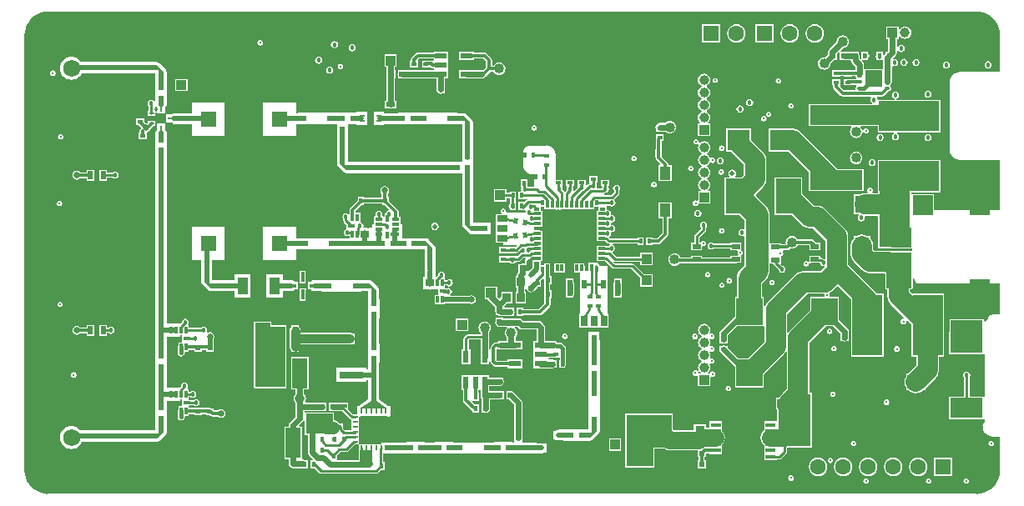
<source format=gtl>
%FSLAX25Y25*%
%MOIN*%
G70*
G01*
G75*
G04 Layer_Physical_Order=1*
G04 Layer_Color=255*
%ADD10C,0.01102*%
%ADD11R,0.01969X0.01969*%
%ADD12C,0.06811*%
%ADD13R,0.02200X0.02200*%
%ADD14R,0.24016X0.12047*%
%ADD15R,0.04331X0.02559*%
%ADD16R,0.04331X0.02200*%
%ADD17R,0.02362X0.04724*%
%ADD18R,0.01882X0.01024*%
%ADD19R,0.06890X0.05709*%
%ADD20R,0.05709X0.06890*%
%ADD21R,0.20866X0.07874*%
%ADD22R,0.08858X0.08465*%
%ADD23R,0.03200X0.03800*%
%ADD24R,0.06000X0.12000*%
%ADD25R,0.18000X0.10000*%
%ADD26R,0.03800X0.03200*%
%ADD27R,0.02874X0.01181*%
%ADD28R,0.01181X0.02874*%
%ADD29R,0.01181X0.03268*%
%ADD30R,0.03268X0.01181*%
%ADD31R,0.12047X0.24016*%
%ADD32R,0.09685X0.03110*%
%ADD33R,0.13000X0.07874*%
%ADD34R,0.04803X0.02441*%
%ADD35R,0.01870X0.00984*%
%ADD36R,0.00984X0.01870*%
%ADD37R,0.04331X0.04331*%
%ADD38R,0.02559X0.04331*%
%ADD39R,0.02047X0.04331*%
%ADD40R,0.03937X0.01378*%
%ADD41R,0.01378X0.03937*%
%ADD42R,0.02402X0.04902*%
%ADD43R,0.04095X0.07087*%
%ADD44R,0.04331X0.05512*%
%ADD45R,0.02165X0.01181*%
%ADD46R,0.02953X0.01181*%
%ADD47R,0.01181X0.02165*%
%ADD48R,0.01181X0.02953*%
%ADD49R,0.20630X0.20630*%
%ADD50R,0.02079X0.01024*%
%ADD51R,0.01024X0.02079*%
%ADD52R,0.10630X0.10630*%
%ADD53R,0.04134X0.01772*%
%ADD54R,0.11575X0.14094*%
%ADD55R,0.06890X0.06890*%
%ADD56O,0.02362X0.01181*%
%ADD57R,0.10000X0.14000*%
%ADD58R,0.02441X0.04803*%
%ADD59R,0.10236X0.03937*%
%ADD60R,0.03937X0.10236*%
%ADD61R,0.12992X0.12992*%
%ADD62R,0.07874X0.09843*%
%ADD63R,0.07874X0.07874*%
%ADD64R,0.02756X0.02165*%
%ADD65R,0.10433X0.03150*%
%ADD66R,0.02165X0.02165*%
%ADD67R,0.02165X0.02756*%
%ADD68R,0.03150X0.10433*%
%ADD69R,0.02165X0.02165*%
%ADD70R,0.02756X0.01181*%
%ADD71R,0.02200X0.01575*%
%ADD72R,0.01575X0.02200*%
G04:AMPARAMS|DCode=73|XSize=22mil|YSize=15.75mil|CornerRadius=0mil|HoleSize=0mil|Usage=FLASHONLY|Rotation=83.000|XOffset=0mil|YOffset=0mil|HoleType=Round|Shape=Rectangle|*
%AMROTATEDRECTD73*
4,1,4,0.00648,-0.01188,-0.00916,-0.00996,-0.00648,0.01188,0.00916,0.00996,0.00648,-0.01188,0.0*
%
%ADD73ROTATEDRECTD73*%

G04:AMPARAMS|DCode=74|XSize=22mil|YSize=15.75mil|CornerRadius=0mil|HoleSize=0mil|Usage=FLASHONLY|Rotation=97.000|XOffset=0mil|YOffset=0mil|HoleType=Round|Shape=Rectangle|*
%AMROTATEDRECTD74*
4,1,4,0.00916,-0.00996,-0.00648,-0.01188,-0.00916,0.00996,0.00648,0.01188,0.00916,-0.00996,0.0*
%
%ADD74ROTATEDRECTD74*%

%ADD75R,0.01969X0.03543*%
%ADD76R,0.03543X0.01969*%
%ADD77R,0.01969X0.03347*%
%ADD78R,0.03347X0.01969*%
%ADD79R,0.06496X0.06496*%
%ADD80R,0.05906X0.05906*%
%ADD81R,0.05906X0.05906*%
%ADD82R,0.07874X0.31496*%
%ADD83C,0.01400*%
%ADD84C,0.01000*%
%ADD85C,0.07000*%
%ADD86C,0.02400*%
%ADD87C,0.01575*%
%ADD88C,0.01100*%
%ADD89C,0.07874*%
%ADD90C,0.02362*%
%ADD91C,0.09000*%
%ADD92C,0.02000*%
%ADD93C,0.02047*%
%ADD94C,0.01600*%
%ADD95C,0.01969*%
%ADD96C,0.01200*%
%ADD97C,0.05000*%
%ADD98C,0.03500*%
%ADD99C,0.02200*%
%ADD100C,0.00984*%
%ADD101R,0.12835X0.09900*%
%ADD102R,0.11900X0.24400*%
%ADD103R,0.10700X0.08011*%
%ADD104R,0.10800X0.14300*%
%ADD105R,0.14525X0.03200*%
%ADD106R,0.18522X0.03500*%
%ADD107R,0.00433X0.01700*%
%ADD108R,0.10800X0.20947*%
%ADD109R,0.12402X0.23701*%
%ADD110R,0.09900X0.12520*%
%ADD111R,0.13976X0.55984*%
%ADD112R,0.35039X0.34961*%
%ADD113C,0.06299*%
%ADD114R,0.06299X0.06299*%
%ADD115R,0.03937X0.03937*%
%ADD116C,0.03937*%
%ADD117R,0.03937X0.03937*%
%ADD118C,0.01400*%
%ADD119C,0.01200*%
%ADD120C,0.01800*%
%ADD121C,0.02000*%
%ADD122C,0.04000*%
%ADD123C,0.01969*%
%ADD124C,0.02598*%
%ADD125C,0.00787*%
%ADD126C,0.01000*%
%ADD127C,0.02500*%
%ADD128C,0.02362*%
%ADD129C,0.14961*%
G36*
X11415Y194809D02*
X382282D01*
X382384Y194830D01*
X383749Y194722D01*
X385184Y194378D01*
X386548Y193813D01*
X387807Y193042D01*
X388929Y192083D01*
X389888Y190961D01*
X390659Y189702D01*
X391224Y188338D01*
X391568Y186903D01*
X391677Y185519D01*
X391660Y185431D01*
X391655D01*
X391660Y185409D01*
Y170737D01*
X375589D01*
X375515Y170722D01*
X374553Y170596D01*
X373587Y170196D01*
X372758Y169560D01*
X372122Y168730D01*
X371850Y168074D01*
X371736Y167903D01*
X371581Y167123D01*
Y140056D01*
X371581Y140056D01*
Y139662D01*
X371593Y139601D01*
X371725Y138601D01*
X372135Y137611D01*
X372787Y136762D01*
X373636Y136110D01*
X374626Y135700D01*
X375626Y135568D01*
X375687Y135556D01*
X391660D01*
Y115481D01*
X391653Y115465D01*
X391643Y115461D01*
X365342D01*
Y121927D01*
X356469D01*
D01*
X356469D01*
X356258Y122138D01*
Y122512D01*
X367862D01*
Y135559D01*
X342846D01*
Y124341D01*
X342837Y124291D01*
Y122310D01*
X340911D01*
X340676Y122751D01*
X340839Y122996D01*
X340925Y123425D01*
X340839Y123854D01*
X340596Y124218D01*
X340232Y124461D01*
X339803Y124547D01*
X339374Y124461D01*
X339010Y124218D01*
X338767Y123854D01*
X338682Y123425D01*
X338767Y122996D01*
X338931Y122751D01*
X338695Y122310D01*
X337677D01*
X336519Y122157D01*
X335607Y121780D01*
X333181D01*
Y113890D01*
X335145D01*
X335290Y113411D01*
X334980Y112948D01*
X334872Y112402D01*
X334980Y111855D01*
X335290Y111392D01*
X335753Y111083D01*
X336299Y110974D01*
X336845Y111083D01*
X337309Y111392D01*
X337618Y111855D01*
X337727Y112402D01*
X337618Y112948D01*
X338234Y113359D01*
X342483D01*
X342837Y113006D01*
Y100591D01*
X342876Y100396D01*
X342986Y100230D01*
X343151Y100120D01*
X343347Y100081D01*
X347807D01*
Y100059D01*
X356459D01*
Y99090D01*
X348412D01*
X347284Y99239D01*
X341617D01*
X341011Y99846D01*
Y101299D01*
X340858Y102457D01*
X340411Y103537D01*
X339890Y104216D01*
Y105244D01*
X338606D01*
X337694Y105622D01*
X336535Y105774D01*
X335377Y105622D01*
X334465Y105244D01*
X333181D01*
Y104216D01*
X332660Y103537D01*
X332213Y102457D01*
X332060Y101299D01*
Y97992D01*
X332213Y96834D01*
X332213Y96834D01*
X332213Y96834D01*
X332660Y95754D01*
X333371Y94828D01*
X336599Y91599D01*
X337526Y90888D01*
X338605Y90441D01*
X339764Y90289D01*
X345433D01*
X345889Y89938D01*
Y84370D01*
X345928Y84175D01*
X346039Y84010D01*
X346204Y83899D01*
X346399Y83860D01*
X346745D01*
Y81083D01*
X346898Y79924D01*
X346898Y79924D01*
X346898Y79924D01*
X347345Y78845D01*
X348056Y77918D01*
X353398Y72576D01*
X353163Y72135D01*
X353110Y72145D01*
X352681Y72060D01*
X352317Y71817D01*
X352074Y71453D01*
X351989Y71024D01*
X352074Y70594D01*
X352317Y70231D01*
X352681Y69987D01*
X353110Y69902D01*
X353539Y69987D01*
X353903Y70231D01*
X354146Y70594D01*
X354232Y71024D01*
X354221Y71076D01*
X354662Y71312D01*
X356252Y69722D01*
Y57020D01*
X358300D01*
Y53291D01*
X355096Y50087D01*
X354126D01*
Y48803D01*
X353748Y47891D01*
X353596Y46732D01*
X353748Y45574D01*
X354126Y44662D01*
Y43378D01*
X355154D01*
X355833Y42857D01*
X356913Y42410D01*
X358071Y42257D01*
X359229Y42410D01*
X360309Y42857D01*
X360988Y43378D01*
X362016D01*
Y44348D01*
X365940Y48272D01*
X366651Y49199D01*
X366782Y49516D01*
X367098Y50279D01*
X367251Y51437D01*
Y57020D01*
X369299D01*
Y82035D01*
X356597D01*
X355696Y82936D01*
Y83860D01*
X356299D01*
X356494Y83899D01*
X356660Y84010D01*
X356770Y84175D01*
X356809Y84370D01*
Y88037D01*
X357134Y88147D01*
X357567Y87897D01*
X357657Y87445D01*
X358099Y86783D01*
X358760Y86341D01*
X359541Y86186D01*
X391632D01*
X391635Y86187D01*
X391635Y86187D01*
X391635D01*
X391660Y86158D01*
Y73757D01*
X391660Y73753D01*
D01*
X391632Y73729D01*
X388876D01*
X388096Y73574D01*
X387434Y73132D01*
X386992Y72470D01*
X386962Y72319D01*
X386510Y71973D01*
X385979Y71280D01*
X385843Y70951D01*
X385352Y71049D01*
Y71417D01*
X385314Y71612D01*
X385203Y71778D01*
X385038Y71888D01*
X384842Y71927D01*
X372008D01*
X371813Y71888D01*
X371647Y71778D01*
X371537Y71612D01*
X371498Y71417D01*
Y66818D01*
X371408D01*
Y57944D01*
X385181D01*
X385181Y57944D01*
Y57944D01*
X385408Y57944D01*
X385535Y57817D01*
Y40834D01*
X385535D01*
X385408D01*
X385181Y40834D01*
X385181Y40834D01*
Y40834D01*
X379442D01*
Y48667D01*
X379741Y49114D01*
X379850Y49661D01*
X379741Y50207D01*
X379431Y50670D01*
X378968Y50980D01*
X378422Y51088D01*
X377876Y50980D01*
X377413Y50670D01*
X377103Y50207D01*
X376995Y49661D01*
X377103Y49114D01*
X377402Y48667D01*
Y40834D01*
X371408D01*
Y31960D01*
X385181D01*
X385181Y31960D01*
Y31960D01*
X385408Y31960D01*
X385535Y31833D01*
Y30625D01*
X385367Y30514D01*
X384925Y29852D01*
X384770Y29072D01*
X384774D01*
X384914Y28010D01*
X385324Y27021D01*
X385976Y26171D01*
X386825Y25519D01*
X387814Y25109D01*
X388233Y25054D01*
X388679Y24965D01*
X391652D01*
Y11416D01*
X391675Y11298D01*
X391568Y9944D01*
X391224Y8509D01*
X390659Y7145D01*
X389888Y5886D01*
X388929Y4764D01*
X387807Y3805D01*
X386548Y3034D01*
X385184Y2469D01*
X383749Y2124D01*
X382384Y2017D01*
X382282Y2037D01*
X11415D01*
X11311Y2017D01*
X9943Y2124D01*
X8508Y2469D01*
X7144Y3034D01*
X5886Y3805D01*
X4763Y4764D01*
X3804Y5886D01*
X3033Y7145D01*
X2468Y8509D01*
X2124Y9944D01*
X2016Y11312D01*
X2037Y11416D01*
X2037D01*
X2037Y11416D01*
Y185431D01*
X2037Y185431D01*
X2037D01*
X2016Y185535D01*
X2124Y186903D01*
X2468Y188338D01*
X3033Y189702D01*
X3804Y190961D01*
X4763Y192083D01*
X5886Y193042D01*
X7144Y193813D01*
X8508Y194378D01*
X9943Y194722D01*
X11311Y194830D01*
X11415Y194809D01*
D02*
G37*
%LPC*%
G36*
X283522Y88382D02*
X283093Y88297D01*
X282729Y88054D01*
X282486Y87690D01*
X282401Y87261D01*
X282486Y86831D01*
X282729Y86468D01*
X283093Y86225D01*
X283522Y86139D01*
X283951Y86225D01*
X284315Y86468D01*
X284558Y86831D01*
X284644Y87261D01*
X284558Y87690D01*
X284315Y88054D01*
X283951Y88297D01*
X283522Y88382D01*
D02*
G37*
G36*
X280622Y86682D02*
X280193Y86597D01*
X279829Y86354D01*
X279586Y85990D01*
X279501Y85561D01*
X279586Y85132D01*
X279829Y84768D01*
X280193Y84525D01*
X280622Y84439D01*
X281051Y84525D01*
X281415Y84768D01*
X281658Y85132D01*
X281744Y85561D01*
X281658Y85990D01*
X281415Y86354D01*
X281051Y86597D01*
X280622Y86682D01*
D02*
G37*
G36*
X300590Y87736D02*
X300161Y87650D01*
X299798Y87407D01*
X299554Y87043D01*
X299469Y86614D01*
X299554Y86185D01*
X299798Y85821D01*
X300161Y85578D01*
X300590Y85493D01*
X301020Y85578D01*
X301384Y85821D01*
X301627Y86185D01*
X301712Y86614D01*
X301627Y87043D01*
X301384Y87407D01*
X301020Y87650D01*
X300590Y87736D01*
D02*
G37*
G36*
X217854Y94354D02*
X213704D01*
Y90402D01*
X217854D01*
Y94354D01*
D02*
G37*
G36*
X274916Y90895D02*
X274487Y90809D01*
X274123Y90566D01*
X273880Y90202D01*
X273794Y89773D01*
X273880Y89344D01*
X274123Y88980D01*
X274487Y88737D01*
X274916Y88652D01*
X275345Y88737D01*
X275709Y88980D01*
X275952Y89344D01*
X276037Y89773D01*
X275952Y90202D01*
X275709Y90566D01*
X275345Y90809D01*
X274916Y90895D01*
D02*
G37*
G36*
X114405Y91285D02*
X112027D01*
Y87143D01*
X112027D01*
X111990D01*
Y86290D01*
X114430D01*
Y87406D01*
X114405Y87431D01*
Y91285D01*
D02*
G37*
G36*
X339022Y16542D02*
X338069Y16416D01*
X337182Y16049D01*
X336419Y15464D01*
X335834Y14701D01*
X335466Y13813D01*
X335341Y12861D01*
X335466Y11908D01*
X335834Y11020D01*
X336419Y10258D01*
X337182Y9673D01*
X338069Y9305D01*
X339022Y9180D01*
X339975Y9305D01*
X340863Y9673D01*
X341625Y10258D01*
X342210Y11020D01*
X342578Y11908D01*
X342703Y12861D01*
X342578Y13813D01*
X342210Y14701D01*
X341625Y15464D01*
X340863Y16049D01*
X339975Y16416D01*
X339022Y16542D01*
D02*
G37*
G36*
X82104Y108950D02*
X68836D01*
Y95683D01*
X72577D01*
Y87823D01*
X72573Y87804D01*
X72573Y86869D01*
X72573Y86869D01*
X72573Y86869D01*
X72626Y86605D01*
X72665Y86408D01*
X72665Y86408D01*
X72665Y86408D01*
X72792Y86218D01*
X72926Y86018D01*
X72926Y86018D01*
X72926Y86018D01*
X75534Y83409D01*
X75534Y83409D01*
X75534Y83409D01*
X75715Y83289D01*
X75925Y83148D01*
X75925Y83148D01*
X75925Y83148D01*
X76122Y83109D01*
X76386Y83056D01*
X76386Y83056D01*
X76386Y83056D01*
X77321Y83057D01*
X77341Y83061D01*
X85963D01*
Y80560D01*
X92420D01*
Y90009D01*
X85963D01*
Y87508D01*
X77341D01*
X77321Y87512D01*
X77029D01*
X77029Y87804D01*
Y87804D01*
Y87804D01*
X77025Y87825D01*
Y95683D01*
X82104D01*
Y108950D01*
D02*
G37*
G36*
X240450Y88145D02*
X237482D01*
Y86712D01*
X237365Y86537D01*
X237233Y85873D01*
Y82540D01*
X237300Y82201D01*
Y80502D01*
X240500D01*
Y81776D01*
X240567Y81877D01*
X240699Y82540D01*
Y85873D01*
X240567Y86537D01*
X240450Y86712D01*
Y88145D01*
D02*
G37*
G36*
X221350D02*
X218382D01*
Y86712D01*
X218265Y86537D01*
X218133Y85873D01*
Y82370D01*
X218216Y81952D01*
Y80462D01*
X221416D01*
Y81630D01*
X221467Y81707D01*
X221599Y82370D01*
Y85873D01*
X221467Y86537D01*
X221350Y86712D01*
Y88145D01*
D02*
G37*
G36*
X113196Y84280D02*
X112010D01*
Y83133D01*
X112027Y83116D01*
Y79261D01*
X114405D01*
Y83403D01*
X114405D01*
X114440D01*
Y84270D01*
X113196D01*
Y84280D01*
D02*
G37*
G36*
X349022Y16542D02*
X348069Y16416D01*
X347182Y16049D01*
X346419Y15464D01*
X345834Y14701D01*
X345466Y13813D01*
X345341Y12861D01*
X345466Y11908D01*
X345834Y11020D01*
X346419Y10258D01*
X347182Y9673D01*
X348069Y9305D01*
X349022Y9180D01*
X349975Y9305D01*
X350863Y9673D01*
X351625Y10258D01*
X352210Y11020D01*
X352578Y11908D01*
X352703Y12861D01*
X352578Y13813D01*
X352210Y14701D01*
X351625Y15464D01*
X350863Y16049D01*
X349975Y16416D01*
X349022Y16542D01*
D02*
G37*
G36*
X105215Y90009D02*
X98759D01*
Y80560D01*
X105215D01*
Y83061D01*
X108590D01*
X109165Y83136D01*
X109702Y83359D01*
X109760Y83403D01*
X111232D01*
Y86851D01*
X111232Y86851D01*
Y87143D01*
X109789D01*
X109702Y87210D01*
X109165Y87432D01*
X108590Y87508D01*
X105215D01*
Y90009D01*
D02*
G37*
G36*
X271016Y115601D02*
X270470Y115492D01*
X270007Y115182D01*
X269697Y114719D01*
X269588Y114173D01*
X269697Y113627D01*
X270007Y113164D01*
X270470Y112854D01*
X271016Y112746D01*
X271562Y112854D01*
X272025Y113164D01*
X272335Y113627D01*
X272443Y114173D01*
X272335Y114719D01*
X272025Y115182D01*
X271562Y115492D01*
X271016Y115601D01*
D02*
G37*
G36*
X166024Y110506D02*
X165438Y110389D01*
X164942Y110058D01*
X164611Y109562D01*
X164494Y108976D01*
X164611Y108391D01*
X164942Y107895D01*
X165438Y107563D01*
X166024Y107447D01*
X166609Y107563D01*
X167105Y107895D01*
X167437Y108391D01*
X167553Y108976D01*
X167437Y109562D01*
X167105Y110058D01*
X166609Y110389D01*
X166024Y110506D01*
D02*
G37*
G36*
X319022Y16542D02*
X318069Y16416D01*
X317182Y16049D01*
X316419Y15464D01*
X315834Y14701D01*
X315466Y13813D01*
X315341Y12861D01*
X315466Y11908D01*
X315834Y11020D01*
X316419Y10258D01*
X317182Y9673D01*
X318069Y9305D01*
X319022Y9180D01*
X319975Y9305D01*
X320863Y9673D01*
X321625Y10258D01*
X322210Y11020D01*
X322578Y11908D01*
X322703Y12861D01*
X322578Y13813D01*
X322210Y14701D01*
X321625Y15464D01*
X320863Y16049D01*
X319975Y16416D01*
X319022Y16542D01*
D02*
G37*
G36*
X16042Y119271D02*
X15612Y119186D01*
X15249Y118943D01*
X15006Y118579D01*
X14920Y118150D01*
X15006Y117720D01*
X15249Y117357D01*
X15612Y117113D01*
X16042Y117028D01*
X16471Y117113D01*
X16835Y117357D01*
X17078Y117720D01*
X17163Y118150D01*
X17078Y118579D01*
X16835Y118943D01*
X16471Y119186D01*
X16042Y119271D01*
D02*
G37*
G36*
X194569Y123869D02*
X189631D01*
Y118931D01*
X194569D01*
Y120303D01*
X195840D01*
Y119773D01*
X196029D01*
Y118700D01*
X195824D01*
Y118091D01*
X195807Y118079D01*
X195497Y117616D01*
X195388Y117070D01*
X195497Y116524D01*
X195807Y116061D01*
X195824Y116049D01*
Y115500D01*
X198398D01*
Y118700D01*
X198171D01*
Y119773D01*
X198414D01*
Y122973D01*
X195840D01*
Y122444D01*
X194569D01*
Y123869D01*
D02*
G37*
G36*
X308222Y9482D02*
X307793Y9397D01*
X307429Y9154D01*
X307186Y8790D01*
X307101Y8361D01*
X307186Y7931D01*
X307429Y7568D01*
X307793Y7324D01*
X308222Y7239D01*
X308651Y7324D01*
X309015Y7568D01*
X309258Y7931D01*
X309344Y8361D01*
X309258Y8790D01*
X309015Y9154D01*
X308651Y9397D01*
X308222Y9482D01*
D02*
G37*
G36*
X280522Y108357D02*
X280093Y108272D01*
X279729Y108028D01*
X279486Y107665D01*
X279401Y107235D01*
X279486Y106806D01*
X279729Y106442D01*
X280093Y106199D01*
X280522Y106114D01*
X280951Y106199D01*
X281315Y106442D01*
X281558Y106806D01*
X281644Y107235D01*
X281558Y107665D01*
X281315Y108028D01*
X280951Y108272D01*
X280522Y108357D01*
D02*
G37*
G36*
X329022Y16542D02*
X328069Y16416D01*
X327182Y16049D01*
X326419Y15464D01*
X325834Y14701D01*
X325466Y13813D01*
X325341Y12861D01*
X325466Y11908D01*
X325834Y11020D01*
X326419Y10258D01*
X327182Y9673D01*
X328069Y9305D01*
X329022Y9180D01*
X329975Y9305D01*
X330863Y9673D01*
X331625Y10258D01*
X332210Y11020D01*
X332578Y11908D01*
X332703Y12861D01*
X332578Y13813D01*
X332210Y14701D01*
X331625Y15464D01*
X330863Y16049D01*
X329975Y16416D01*
X329022Y16542D01*
D02*
G37*
G36*
X276316Y102601D02*
X275770Y102492D01*
X275307Y102183D01*
X274997Y101719D01*
X274888Y101173D01*
X274997Y100627D01*
X275307Y100164D01*
X275770Y99854D01*
X276316Y99746D01*
X276862Y99854D01*
X277310Y100154D01*
X284041D01*
Y99495D01*
X286693D01*
X286929Y99054D01*
X286886Y98990D01*
X286801Y98561D01*
X286886Y98132D01*
X287116Y97787D01*
X287014Y97596D01*
X286847Y97346D01*
X284041D01*
Y96691D01*
X272639D01*
Y97346D01*
X268293D01*
Y96691D01*
X264032D01*
X263884Y97048D01*
X263483Y97570D01*
X262961Y97971D01*
X262353Y98223D01*
X261700Y98309D01*
X261047Y98223D01*
X260439Y97971D01*
X259917Y97570D01*
X259516Y97048D01*
X259264Y96440D01*
X259178Y95787D01*
X259264Y95135D01*
X259516Y94527D01*
X259917Y94004D01*
X260439Y93604D01*
X261047Y93352D01*
X261700Y93266D01*
X262353Y93352D01*
X262961Y93604D01*
X263483Y94004D01*
X263667Y94244D01*
X286214D01*
X286683Y94337D01*
X286742Y94377D01*
X288387D01*
Y97138D01*
X288387Y97138D01*
X288387D01*
X288387Y97346D01*
X288351Y97524D01*
X288715Y97768D01*
X288958Y98132D01*
X289044Y98561D01*
X288958Y98990D01*
X288715Y99354D01*
X288387Y99573D01*
Y102464D01*
X284041D01*
Y102193D01*
X277310D01*
X276862Y102492D01*
X276316Y102601D01*
D02*
G37*
G36*
X228708Y94511D02*
X228372Y94444D01*
X227394D01*
Y93353D01*
X225728D01*
Y94354D01*
X221578D01*
Y90402D01*
X223870D01*
Y74066D01*
X223749D01*
Y68555D01*
X227488D01*
Y68645D01*
X227776D01*
Y68645D01*
X231335D01*
Y68645D01*
X231533D01*
X231623Y68555D01*
Y68555D01*
X235362D01*
Y74066D01*
X234970D01*
Y93353D01*
X231723D01*
Y93657D01*
X231501D01*
X231477Y93775D01*
X231225Y94153D01*
X230848Y94405D01*
X230402Y94494D01*
X229957Y94405D01*
X229900Y94367D01*
X229755Y94444D01*
Y94444D01*
X229755Y94444D01*
X229044D01*
X228708Y94511D01*
D02*
G37*
G36*
X110608Y158439D02*
X97340D01*
Y145171D01*
X110608D01*
Y149876D01*
X111232D01*
Y149836D01*
X126797D01*
Y149824D01*
Y146246D01*
X126854D01*
Y135059D01*
X126850Y135040D01*
X126850Y134105D01*
X126850Y134105D01*
X126850Y134105D01*
X126902Y133841D01*
X126942Y133644D01*
X126942Y133644D01*
X126942Y133644D01*
X127068Y133454D01*
X127203Y133254D01*
X127203Y133254D01*
X127203Y133253D01*
X129811Y130645D01*
X129811Y130645D01*
X129811Y130645D01*
X129992Y130525D01*
X130202Y130384D01*
X130202Y130384D01*
X130202Y130384D01*
X130399Y130345D01*
X130663Y130292D01*
X130663Y130292D01*
X130663Y130292D01*
X131598Y130293D01*
X131615Y130296D01*
X173223D01*
Y130229D01*
X176838D01*
Y110598D01*
X176842Y110566D01*
X176842Y109711D01*
X176842Y109710D01*
X176842Y109710D01*
X176894Y109447D01*
X176933Y109250D01*
X176933Y109250D01*
X176933Y109249D01*
X177060Y109060D01*
X177194Y108859D01*
X177194Y108859D01*
X177194Y108859D01*
X179803Y106251D01*
X179803Y106251D01*
X179803Y106251D01*
X179983Y106130D01*
X180193Y105990D01*
X180193Y105990D01*
X180193Y105990D01*
X180391Y105950D01*
X180654Y105898D01*
X180654Y105898D01*
X180654Y105898D01*
X181589Y105898D01*
D01*
D01*
X181589Y105898D01*
X181614Y105829D01*
Y105829D01*
X188307D01*
Y110391D01*
X181614D01*
Y110391D01*
X181297D01*
X181297Y110646D01*
Y110646D01*
Y110646D01*
X181285Y110706D01*
Y130876D01*
X181342D01*
Y134454D01*
Y138391D01*
X181294D01*
Y149560D01*
X181298Y149580D01*
X181298Y150515D01*
X181298Y150515D01*
X181298Y150515D01*
X181245Y150779D01*
X181206Y150976D01*
X181206Y150976D01*
X181206Y150976D01*
X181079Y151166D01*
X180945Y151367D01*
X180945Y151367D01*
X180945Y151367D01*
X178337Y153975D01*
X178337Y153975D01*
X178337Y153975D01*
X178156Y154096D01*
X177946Y154236D01*
X177946Y154236D01*
X177946Y154236D01*
X177749Y154275D01*
X177485Y154328D01*
X177485Y154328D01*
X177485Y154328D01*
X176550Y154328D01*
X176530Y154324D01*
X174970D01*
Y154364D01*
X159222D01*
Y154364D01*
X158864D01*
X158846Y154381D01*
Y154381D01*
X151331D01*
Y154324D01*
X148248D01*
X148234Y154325D01*
X145740D01*
Y154777D01*
X141496D01*
Y152977D01*
X141471Y152851D01*
Y151151D01*
X141496Y151024D01*
Y149423D01*
X145740D01*
Y149878D01*
X148223D01*
X148236Y149876D01*
X151331D01*
Y149819D01*
X158846D01*
Y149836D01*
X159222D01*
Y149836D01*
X174970D01*
Y149876D01*
X176530D01*
X176550Y149872D01*
X176842D01*
X176842Y149580D01*
Y149580D01*
Y149580D01*
X176846Y149560D01*
Y138391D01*
X176780D01*
Y134813D01*
Y134791D01*
X173223D01*
Y134743D01*
X131621D01*
X131597Y134748D01*
X131306D01*
X131306Y135040D01*
Y135040D01*
Y135040D01*
X131301Y135061D01*
Y146246D01*
X131359D01*
Y149819D01*
X134693D01*
Y149423D01*
X138937D01*
Y150949D01*
X138959Y151061D01*
Y151991D01*
X138973Y152100D01*
X138959Y152209D01*
Y152761D01*
X138937Y152872D01*
Y154777D01*
X134693D01*
Y154381D01*
X127426D01*
Y154364D01*
X126980D01*
Y154364D01*
X111232D01*
Y154324D01*
X110608D01*
Y158439D01*
D02*
G37*
G36*
X260677Y118652D02*
X255346D01*
Y112141D01*
X256890D01*
Y106326D01*
X254735Y104172D01*
X252976D01*
Y104650D01*
X250402D01*
Y101450D01*
X252976D01*
Y101928D01*
X255200D01*
X255200Y101928D01*
X255629Y102014D01*
X255993Y102257D01*
X258805Y105069D01*
X258805Y105069D01*
X259048Y105432D01*
X259133Y105862D01*
X259133Y105862D01*
Y112141D01*
X260677D01*
Y118652D01*
D02*
G37*
G36*
X273216Y111001D02*
X272670Y110892D01*
X272207Y110582D01*
X271897Y110119D01*
X271789Y109573D01*
X271897Y109027D01*
X272196Y108579D01*
Y108096D01*
X269895Y105794D01*
X269674Y105463D01*
X269596Y105073D01*
Y102464D01*
X268293D01*
Y99495D01*
X272639D01*
Y100761D01*
X273026Y101078D01*
X273222Y101039D01*
X273651Y101125D01*
X274015Y101368D01*
X274258Y101732D01*
X274344Y102161D01*
X274258Y102590D01*
X274015Y102954D01*
X273651Y103197D01*
X273222Y103282D01*
X272793Y103197D01*
X272429Y102954D01*
X272186Y102590D01*
X272161Y102464D01*
X271636D01*
Y104651D01*
X273937Y106952D01*
X274158Y107283D01*
X274236Y107673D01*
X274236Y107673D01*
X274236Y107673D01*
Y107673D01*
Y108579D01*
X274535Y109027D01*
X274643Y109573D01*
X274535Y110119D01*
X274225Y110582D01*
X273762Y110892D01*
X273216Y111001D01*
D02*
G37*
G36*
X16260Y78996D02*
X15831Y78910D01*
X15467Y78667D01*
X15224Y78303D01*
X15138Y77874D01*
X15224Y77445D01*
X15467Y77081D01*
X15831Y76838D01*
X16260Y76753D01*
X16689Y76838D01*
X17053Y77081D01*
X17296Y77445D01*
X17381Y77874D01*
X17296Y78303D01*
X17053Y78667D01*
X16689Y78910D01*
X16260Y78996D01*
D02*
G37*
G36*
X283222Y45282D02*
X282793Y45197D01*
X282429Y44954D01*
X282186Y44590D01*
X282101Y44161D01*
X282186Y43731D01*
X282429Y43368D01*
X282793Y43124D01*
X283222Y43039D01*
X283651Y43124D01*
X284015Y43368D01*
X284258Y43731D01*
X284344Y44161D01*
X284258Y44590D01*
X284015Y44954D01*
X283651Y45197D01*
X283222Y45282D01*
D02*
G37*
G36*
X324922Y43082D02*
X324493Y42997D01*
X324129Y42754D01*
X323886Y42390D01*
X323801Y41961D01*
X323886Y41532D01*
X324129Y41168D01*
X324493Y40925D01*
X324922Y40839D01*
X325351Y40925D01*
X325715Y41168D01*
X325958Y41532D01*
X326044Y41961D01*
X325958Y42390D01*
X325715Y42754D01*
X325351Y42997D01*
X324922Y43082D01*
D02*
G37*
G36*
X346378Y39822D02*
X345949Y39737D01*
X345585Y39494D01*
X345342Y39130D01*
X345256Y38701D01*
X345342Y38272D01*
X345585Y37908D01*
X345949Y37665D01*
X346378Y37579D01*
X346807Y37665D01*
X347171Y37908D01*
X347414Y38272D01*
X347499Y38701D01*
X347414Y39130D01*
X347171Y39494D01*
X346807Y39737D01*
X346378Y39822D01*
D02*
G37*
G36*
X180512Y49483D02*
Y49483D01*
X180457Y49483D01*
X180308D01*
X180158D01*
X180104Y49483D01*
X180104Y49483D01*
Y49483D01*
X176717D01*
Y43680D01*
X177214D01*
Y39480D01*
X177214Y39480D01*
X177214D01*
X177307Y39011D01*
X177573Y38614D01*
X180913Y35274D01*
X181001Y35215D01*
Y34539D01*
X183576D01*
Y37739D01*
X181908D01*
X180870Y38777D01*
X181061Y39239D01*
X181061D01*
X181061Y39239D01*
X183576D01*
Y42439D01*
X183401D01*
Y43680D01*
X183831D01*
X183831Y43680D01*
Y43680D01*
X183898Y43680D01*
X184185Y43394D01*
Y41099D01*
X184317Y40436D01*
X184445Y40244D01*
Y36139D01*
X184576Y35476D01*
X184578Y35475D01*
Y34539D01*
X185513D01*
X185515Y34538D01*
X186178Y34406D01*
X186841Y34538D01*
X186843Y34539D01*
X187152D01*
Y34746D01*
X187404Y34914D01*
X187779Y35476D01*
X187911Y36139D01*
Y39806D01*
X191616D01*
X192279Y39938D01*
X192281Y39939D01*
X193478D01*
Y43139D01*
X192281D01*
X192279Y43141D01*
X191616Y43273D01*
X187651D01*
Y45206D01*
X191778D01*
X192441Y45338D01*
X193003Y45714D01*
X193170Y45963D01*
X193378D01*
Y46274D01*
X193379Y46276D01*
X193511Y46939D01*
X193379Y47603D01*
X193378Y47605D01*
Y48538D01*
X192446D01*
X192441Y48541D01*
X191778Y48673D01*
X187638D01*
Y49483D01*
X184252D01*
X184252Y49483D01*
Y49483D01*
X184198Y49483D01*
X184048D01*
X183898D01*
X183844Y49483D01*
X183844Y49483D01*
Y49483D01*
X180512D01*
X180512Y49483D01*
D02*
G37*
G36*
X21732Y50767D02*
X21303Y50682D01*
X20939Y50439D01*
X20696Y50075D01*
X20611Y49646D01*
X20696Y49216D01*
X20939Y48853D01*
X21303Y48610D01*
X21732Y48524D01*
X22162Y48610D01*
X22525Y48853D01*
X22769Y49216D01*
X22854Y49646D01*
X22769Y50075D01*
X22525Y50439D01*
X22162Y50682D01*
X21732Y50767D01*
D02*
G37*
G36*
X100722Y70861D02*
X93722D01*
Y69210D01*
X93712Y69161D01*
Y44761D01*
X93751Y44566D01*
X93862Y44400D01*
X94027Y44290D01*
X94222Y44251D01*
X106122D01*
X106317Y44290D01*
X106483Y44400D01*
X106593Y44566D01*
X106632Y44761D01*
Y69161D01*
X106593Y69356D01*
X106483Y69521D01*
X106317Y69632D01*
X106122Y69670D01*
X103644D01*
X103522Y69687D01*
X103400Y69670D01*
X100722D01*
Y70861D01*
D02*
G37*
G36*
X372672Y16510D02*
X365372D01*
Y9211D01*
X372672D01*
Y16510D01*
D02*
G37*
G36*
X333222Y23282D02*
X332793Y23197D01*
X332429Y22954D01*
X332186Y22590D01*
X332101Y22161D01*
X332186Y21732D01*
X332429Y21368D01*
X332793Y21125D01*
X333222Y21039D01*
X333651Y21125D01*
X334015Y21368D01*
X334258Y21732D01*
X334344Y22161D01*
X334258Y22590D01*
X334015Y22954D01*
X333651Y23197D01*
X333222Y23282D01*
D02*
G37*
G36*
X240421Y24280D02*
X235484D01*
Y19342D01*
X240421D01*
Y24280D01*
D02*
G37*
G36*
X261022Y34161D02*
X242022D01*
Y27612D01*
X241951Y27506D01*
X241912Y27311D01*
Y13011D01*
X241951Y12816D01*
X242062Y12650D01*
X242227Y12540D01*
X242422Y12501D01*
X253222D01*
X253417Y12540D01*
X253583Y12650D01*
X253693Y12816D01*
X253732Y13011D01*
Y20178D01*
X257581D01*
X257715Y20076D01*
X258688Y19673D01*
X259732Y19535D01*
X270916D01*
Y16748D01*
X271292D01*
Y15548D01*
X270916D01*
Y12348D01*
X274116D01*
Y15548D01*
X273739D01*
Y16748D01*
X274116D01*
Y18186D01*
X275624D01*
Y18024D01*
X280758D01*
Y20583D01*
Y21764D01*
X281347Y22533D01*
X281750Y23506D01*
X281888Y24550D01*
X281750Y25594D01*
X281347Y26567D01*
X280758Y27336D01*
Y28260D01*
Y31032D01*
X275624D01*
Y28585D01*
X274216D01*
Y29748D01*
X269416D01*
Y27604D01*
X261240D01*
X261106Y27707D01*
X261022Y27742D01*
Y34161D01*
D02*
G37*
G36*
X231760Y66782D02*
X227351D01*
Y63581D01*
X227332Y63436D01*
Y56149D01*
X227277D01*
Y52212D01*
Y48636D01*
X227335D01*
Y44568D01*
X227295D01*
Y40040D01*
Y33938D01*
Y28820D01*
X227335D01*
Y28074D01*
X227330Y28052D01*
Y27760D01*
X227038Y27760D01*
X227038D01*
X227038D01*
X227018Y27756D01*
X226157D01*
Y27813D01*
X218643D01*
Y27756D01*
X215354D01*
X214779Y27680D01*
X214243Y27458D01*
X214042Y27304D01*
X213294D01*
Y26319D01*
X213207Y26108D01*
X213131Y25532D01*
X213207Y24957D01*
X213294Y24746D01*
Y23761D01*
X214042D01*
X214243Y23607D01*
X214779Y23384D01*
X215354Y23309D01*
X218643D01*
Y23251D01*
X226157D01*
Y23309D01*
X227018D01*
X227038Y23305D01*
X227973Y23304D01*
X227973Y23304D01*
X227973Y23304D01*
X228237Y23357D01*
X228434Y23396D01*
X228434Y23396D01*
X228434Y23396D01*
X228624Y23523D01*
X228825Y23657D01*
X228825Y23657D01*
X228825Y23657D01*
X231433Y26265D01*
X231433Y26265D01*
X231433Y26265D01*
X231554Y26446D01*
X231694Y26656D01*
X231694Y26656D01*
X231694Y26656D01*
X231733Y26853D01*
X231786Y27117D01*
X231786Y27117D01*
X231786Y27117D01*
X231786Y28052D01*
X231782Y28071D01*
Y28820D01*
X231822D01*
Y33938D01*
Y40040D01*
Y44568D01*
X231782D01*
Y48636D01*
X231839D01*
Y52212D01*
Y56149D01*
X231779D01*
Y63436D01*
X231760Y63581D01*
Y66782D01*
D02*
G37*
G36*
X323922Y16582D02*
X323493Y16497D01*
X323129Y16254D01*
X322886Y15890D01*
X322801Y15461D01*
X322886Y15032D01*
X323129Y14668D01*
X323493Y14424D01*
X323922Y14339D01*
X324351Y14424D01*
X324715Y14668D01*
X324958Y15032D01*
X325044Y15461D01*
X324958Y15890D01*
X324715Y16254D01*
X324351Y16497D01*
X323922Y16582D01*
D02*
G37*
G36*
X388222Y23282D02*
X387793Y23197D01*
X387429Y22954D01*
X387186Y22590D01*
X387101Y22161D01*
X387186Y21732D01*
X387429Y21368D01*
X387793Y21125D01*
X388222Y21039D01*
X388651Y21125D01*
X389015Y21368D01*
X389258Y21732D01*
X389344Y22161D01*
X389258Y22590D01*
X389015Y22954D01*
X388651Y23197D01*
X388222Y23282D01*
D02*
G37*
G36*
X136468Y87537D02*
X120720D01*
Y87497D01*
X117842D01*
X117266Y87421D01*
X116730Y87199D01*
X116657Y87143D01*
X115206D01*
Y86850D01*
X115206Y86850D01*
Y83403D01*
X116657D01*
X116730Y83347D01*
X117266Y83125D01*
X117842Y83050D01*
X120720D01*
Y83009D01*
X136468D01*
Y83050D01*
X138975D01*
X138996Y83045D01*
X139288D01*
X139288Y82753D01*
Y82753D01*
Y82753D01*
X139292Y82733D01*
Y79831D01*
X139235D01*
Y75894D01*
Y72316D01*
X139292D01*
Y69373D01*
Y64773D01*
Y62031D01*
X139235D01*
Y58094D01*
Y54518D01*
X139292D01*
Y51851D01*
X138747D01*
Y52403D01*
X126700D01*
Y46931D01*
X138747D01*
Y47483D01*
X139292D01*
Y47073D01*
Y42473D01*
Y42273D01*
Y39740D01*
X135684Y37332D01*
X134902D01*
Y36267D01*
X134879Y36151D01*
Y36148D01*
X134902Y36032D01*
Y33706D01*
X134216D01*
X134177Y33714D01*
X133311D01*
X131340Y35685D01*
X131422Y35884D01*
X131422D01*
X131422Y35884D01*
Y38459D01*
X129390D01*
X129385Y38462D01*
X128722Y38594D01*
X125222D01*
X124559Y38462D01*
X124557Y38461D01*
X123624D01*
Y37528D01*
X123621Y37524D01*
X123489Y36861D01*
X123621Y36197D01*
X123624Y36193D01*
Y35261D01*
X124557D01*
X124559Y35259D01*
X125222Y35127D01*
X128722D01*
X128965Y35176D01*
X132167Y31973D01*
X132498Y31752D01*
X132638Y31725D01*
Y31683D01*
Y29714D01*
Y27746D01*
Y27630D01*
X129895D01*
X129232Y28292D01*
Y28870D01*
X129222Y28922D01*
Y29961D01*
X129124Y30059D01*
X127789D01*
X127736Y30187D01*
X127255Y30814D01*
X126629Y31295D01*
X125899Y31597D01*
X125632Y31632D01*
Y34061D01*
X125593Y34256D01*
X125483Y34421D01*
X125317Y34532D01*
X125122Y34571D01*
X122311D01*
X122222Y34582D01*
X122133Y34571D01*
X117411D01*
X117322Y34582D01*
X117233Y34571D01*
X114422D01*
X114227Y34532D01*
X114196Y34511D01*
X113951Y34642D01*
X114073Y35127D01*
X121022D01*
X121685Y35259D01*
X121687Y35261D01*
X122623D01*
Y36196D01*
X122624Y36197D01*
X122755Y36861D01*
X122624Y37524D01*
X122623Y37525D01*
Y38461D01*
X121687D01*
X121685Y38462D01*
X121022Y38594D01*
X114495D01*
X114217Y39010D01*
X114427Y39516D01*
X114512Y40161D01*
X114427Y40805D01*
X114178Y41406D01*
X113783Y41921D01*
X113755Y41942D01*
Y43761D01*
X115522D01*
Y56761D01*
X108522D01*
Y43761D01*
X110289D01*
Y41942D01*
X110262Y41921D01*
X109866Y41406D01*
X109617Y40805D01*
X109532Y40161D01*
X109617Y39516D01*
X109866Y38916D01*
X110262Y38400D01*
X110289Y38379D01*
Y36861D01*
Y32879D01*
X108097Y30686D01*
X107721Y30124D01*
X107589Y29461D01*
Y28961D01*
X105822D01*
Y15961D01*
X107589D01*
Y14050D01*
X107721Y13387D01*
X108097Y12824D01*
X108659Y12449D01*
X109322Y12317D01*
X113300D01*
X113467Y12350D01*
X115200D01*
Y15550D01*
X114115D01*
X113963Y15651D01*
X113300Y15783D01*
X112822D01*
Y15961D01*
X112822D01*
Y28961D01*
X111927D01*
X111735Y29423D01*
X113248Y30935D01*
X113434Y31214D01*
X113912Y31068D01*
Y26050D01*
X113951Y25855D01*
X114062Y25690D01*
X114227Y25579D01*
X114422Y25540D01*
X115183D01*
Y21448D01*
X115167Y21368D01*
Y19550D01*
Y18730D01*
X115299Y18067D01*
X115674Y17504D01*
X117167Y16012D01*
X116975Y15550D01*
X116202D01*
Y12350D01*
X117958D01*
X119769Y10539D01*
X120100Y10318D01*
X120490Y10240D01*
X142521D01*
X142912Y10318D01*
X143242Y10539D01*
X143242Y10539D01*
X143242Y10539D01*
X144264Y11561D01*
X146020D01*
Y14761D01*
X145310D01*
Y18214D01*
X146776D01*
X146950Y18191D01*
X154559D01*
Y18134D01*
X162073D01*
Y18187D01*
X165858D01*
Y18134D01*
X173373D01*
Y18151D01*
X188768D01*
Y18200D01*
X189558D01*
Y18142D01*
X197073D01*
Y18200D01*
X208504D01*
X209080Y18275D01*
X209616Y18497D01*
X209805Y18643D01*
X210538D01*
Y19572D01*
X210652Y19848D01*
X210728Y20423D01*
X210652Y20999D01*
X210538Y21274D01*
Y22186D01*
X209828D01*
X209616Y22349D01*
X209080Y22571D01*
X208504Y22647D01*
X200816D01*
Y22647D01*
Y22965D01*
X200816Y23000D01*
X200816Y23000D01*
X200816D01*
Y24466D01*
X200847Y24623D01*
Y38664D01*
X200723Y39288D01*
X200369Y39817D01*
X197494Y42693D01*
X197054Y42986D01*
Y43139D01*
X196498D01*
X196340Y43171D01*
X196183Y43139D01*
X194480D01*
Y39939D01*
X195633D01*
X197584Y37988D01*
Y24623D01*
X197616Y24466D01*
Y23000D01*
X197616Y23000D01*
X197616D01*
X197616Y22965D01*
X197298Y22647D01*
X197073D01*
Y22704D01*
X189558D01*
Y22647D01*
X188768D01*
Y22679D01*
X173373D01*
Y22696D01*
X165858D01*
Y22634D01*
X162073D01*
Y22696D01*
X154559D01*
Y22639D01*
X148130D01*
Y22655D01*
X144744D01*
Y21974D01*
X135717D01*
Y23809D01*
Y25777D01*
Y27746D01*
Y29714D01*
Y31683D01*
Y32891D01*
X148130D01*
Y36027D01*
X148153Y36141D01*
X148142Y36195D01*
X148148Y36250D01*
X148147Y36259D01*
X148130Y36317D01*
Y37332D01*
X147347D01*
X143739Y39741D01*
Y42473D01*
Y47073D01*
Y49667D01*
Y51773D01*
Y54518D01*
X143797D01*
Y58094D01*
Y62031D01*
X143739D01*
Y64773D01*
Y69373D01*
Y72316D01*
X143797D01*
Y75894D01*
Y79831D01*
X143739D01*
Y82733D01*
X143744Y82753D01*
X143744Y83688D01*
X143744Y83688D01*
X143744Y83688D01*
X143691Y83952D01*
X143652Y84149D01*
X143652Y84149D01*
X143652Y84149D01*
X143525Y84339D01*
X143391Y84540D01*
X143391Y84540D01*
X143391Y84540D01*
X140783Y87148D01*
X140783Y87148D01*
X140783Y87148D01*
X140602Y87269D01*
X140392Y87409D01*
X140392Y87409D01*
X140392Y87409D01*
X140195Y87448D01*
X139931Y87501D01*
X139931Y87501D01*
X139931Y87501D01*
X138996Y87501D01*
X138976Y87497D01*
X136468D01*
Y87537D01*
D02*
G37*
G36*
X359022Y16542D02*
X358069Y16416D01*
X357182Y16049D01*
X356419Y15464D01*
X355834Y14701D01*
X355466Y13813D01*
X355341Y12861D01*
X355466Y11908D01*
X355834Y11020D01*
X356419Y10258D01*
X357182Y9673D01*
X358069Y9305D01*
X359022Y9180D01*
X359975Y9305D01*
X360863Y9673D01*
X361625Y10258D01*
X362210Y11020D01*
X362578Y11908D01*
X362703Y12861D01*
X362578Y13813D01*
X362210Y14701D01*
X361625Y15464D01*
X360863Y16049D01*
X359975Y16416D01*
X359022Y16542D01*
D02*
G37*
G36*
X323622Y68208D02*
X323193Y68123D01*
X322829Y67880D01*
X322586Y67516D01*
X322500Y67087D01*
X322586Y66657D01*
X322829Y66294D01*
X323193Y66050D01*
X323622Y65965D01*
X324051Y66050D01*
X324415Y66294D01*
X324658Y66657D01*
X324744Y67087D01*
X324658Y67516D01*
X324415Y67880D01*
X324051Y68123D01*
X323622Y68208D01*
D02*
G37*
G36*
X34955Y69554D02*
X31986D01*
Y65208D01*
X34955D01*
Y66362D01*
X35502D01*
X35950Y66062D01*
X36496Y65954D01*
X37042Y66062D01*
X37505Y66372D01*
X37815Y66835D01*
X37923Y67381D01*
X37815Y67927D01*
X37505Y68391D01*
X37042Y68700D01*
X36496Y68809D01*
X35950Y68700D01*
X35502Y68401D01*
X34955D01*
Y69554D01*
D02*
G37*
G36*
X190868Y84888D02*
X185932D01*
Y79952D01*
X186931D01*
X186996Y79854D01*
X189989Y76861D01*
Y75323D01*
X190121Y74660D01*
X190122Y74658D01*
Y73462D01*
X191208D01*
X191539Y73241D01*
X192202Y73109D01*
X196040D01*
X196299Y73161D01*
X197722D01*
Y74586D01*
X197774Y74843D01*
X197722Y75099D01*
Y76361D01*
X196828D01*
X196704Y76444D01*
X196040Y76576D01*
X193823D01*
X193632Y77038D01*
X194767Y78173D01*
X196816D01*
Y82973D01*
X192616D01*
Y80924D01*
X191722Y80031D01*
X190868Y80884D01*
Y84888D01*
D02*
G37*
G36*
X29836Y69554D02*
X26868D01*
Y68605D01*
X24309D01*
X24284Y68643D01*
X23705Y69030D01*
X23022Y69165D01*
X22339Y69030D01*
X21760Y68643D01*
X21374Y68064D01*
X21238Y67381D01*
X21374Y66698D01*
X21760Y66119D01*
X22339Y65733D01*
X23022Y65597D01*
X23705Y65733D01*
X24284Y66119D01*
X24309Y66158D01*
X26868D01*
Y65208D01*
X29836D01*
Y69554D01*
D02*
G37*
G36*
X179279Y72154D02*
X174343D01*
Y67216D01*
X179279D01*
Y72154D01*
D02*
G37*
G36*
X217850Y66222D02*
X217421Y66136D01*
X217057Y65893D01*
X216814Y65529D01*
X216728Y65100D01*
X216814Y64671D01*
X217057Y64307D01*
X217421Y64064D01*
X217850Y63978D01*
X218279Y64064D01*
X218643Y64307D01*
X218886Y64671D01*
X218971Y65100D01*
X218886Y65529D01*
X218643Y65893D01*
X218279Y66136D01*
X217850Y66222D01*
D02*
G37*
G36*
X325394Y61279D02*
X324964Y61194D01*
X324601Y60950D01*
X324358Y60587D01*
X324272Y60158D01*
X324358Y59728D01*
X324601Y59364D01*
X324964Y59121D01*
X325394Y59036D01*
X325823Y59121D01*
X326187Y59364D01*
X326430Y59728D01*
X326515Y60158D01*
X326430Y60587D01*
X326187Y60950D01*
X325823Y61194D01*
X325394Y61279D01*
D02*
G37*
G36*
X350512Y61122D02*
X350083Y61036D01*
X349719Y60793D01*
X349476Y60429D01*
X349390Y60000D01*
X349476Y59571D01*
X349719Y59207D01*
X350083Y58964D01*
X350512Y58878D01*
X350941Y58964D01*
X351305Y59207D01*
X351548Y59571D01*
X351633Y60000D01*
X351548Y60429D01*
X351305Y60793D01*
X350941Y61036D01*
X350512Y61122D01*
D02*
G37*
G36*
X111600Y69545D02*
X108632D01*
Y68970D01*
X108511Y68878D01*
X108150Y68408D01*
X107924Y67861D01*
X107846Y67273D01*
Y64173D01*
Y60973D01*
X107924Y60386D01*
X108150Y59838D01*
X108511Y59368D01*
X108632Y59276D01*
Y58701D01*
X111600D01*
Y59276D01*
X111721Y59368D01*
X112081Y59838D01*
X112308Y60386D01*
X112385Y60973D01*
Y61904D01*
X131822D01*
X132410Y61981D01*
X132506Y62021D01*
X134051D01*
Y63862D01*
X134091Y64173D01*
X134051Y64484D01*
Y66132D01*
X132966D01*
X132957Y66139D01*
X132410Y66365D01*
X131822Y66443D01*
X112385D01*
Y67273D01*
X112308Y67861D01*
X112081Y68408D01*
X111721Y68878D01*
X111600Y68970D01*
Y69545D01*
D02*
G37*
G36*
X273516Y70051D02*
X272871Y69966D01*
X272271Y69717D01*
X271755Y69321D01*
X271360Y68806D01*
X271111Y68205D01*
X271026Y67561D01*
X271111Y66916D01*
X271360Y66316D01*
X271755Y65800D01*
X272271Y65404D01*
X272497Y65311D01*
Y64811D01*
X272271Y64717D01*
X271755Y64321D01*
X271360Y63806D01*
X271111Y63205D01*
X271026Y62561D01*
X271111Y61916D01*
X271360Y61316D01*
X271755Y60800D01*
X272271Y60404D01*
X272497Y60311D01*
Y59811D01*
X272271Y59717D01*
X271755Y59321D01*
X271360Y58806D01*
X271111Y58205D01*
X271026Y57561D01*
X271111Y56916D01*
X271360Y56316D01*
X271755Y55800D01*
X272271Y55405D01*
X272497Y55311D01*
Y54811D01*
X272271Y54717D01*
X271755Y54321D01*
X271360Y53806D01*
X271111Y53205D01*
X271026Y52561D01*
X271111Y51916D01*
X271360Y51316D01*
X271755Y50800D01*
X272143Y50503D01*
X271982Y50029D01*
X271391D01*
X271119Y50361D01*
X271034Y50790D01*
X270791Y51154D01*
X270427Y51397D01*
X269998Y51482D01*
X269568Y51397D01*
X269205Y51154D01*
X268962Y50790D01*
X268876Y50361D01*
X268962Y49931D01*
X269205Y49568D01*
X269568Y49325D01*
X269998Y49239D01*
X270427Y49325D01*
X270606Y49444D01*
X271047Y49209D01*
Y45092D01*
X275984D01*
Y48313D01*
X276393Y48924D01*
X276822Y48839D01*
X277251Y48924D01*
X277615Y49168D01*
X277858Y49531D01*
X277944Y49961D01*
X277858Y50390D01*
X277615Y50754D01*
X277251Y50997D01*
X276822Y51082D01*
X276393Y50997D01*
X276029Y50754D01*
X275786Y50390D01*
X275714Y50029D01*
X275049D01*
X274889Y50503D01*
X275276Y50800D01*
X275672Y51316D01*
X275921Y51916D01*
X276006Y52561D01*
X275921Y53205D01*
X275672Y53806D01*
X275556Y53957D01*
X275584Y53987D01*
X275584D01*
X275898Y54321D01*
X276193Y54124D01*
X276622Y54039D01*
X277051Y54124D01*
X277415Y54368D01*
X277658Y54732D01*
X277744Y55161D01*
X277658Y55590D01*
X277415Y55954D01*
X277051Y56197D01*
X276622Y56282D01*
X276193Y56197D01*
X276121Y56149D01*
X275734Y56466D01*
X275921Y56916D01*
X276006Y57561D01*
X275921Y58205D01*
X275677Y58794D01*
X275970Y59034D01*
X276067Y59109D01*
X276193Y59025D01*
X276622Y58939D01*
X277051Y59025D01*
X277415Y59268D01*
X277658Y59632D01*
X277744Y60061D01*
X277658Y60490D01*
X277415Y60854D01*
X277051Y61097D01*
X276622Y61182D01*
X276193Y61097D01*
X276067Y61013D01*
X275970Y61088D01*
X275677Y61328D01*
X275921Y61916D01*
X276006Y62561D01*
X275921Y63205D01*
X275677Y63794D01*
X275970Y64034D01*
X276067Y64109D01*
X276193Y64025D01*
X276622Y63939D01*
X277051Y64025D01*
X277415Y64268D01*
X277658Y64631D01*
X277744Y65061D01*
X277658Y65490D01*
X277415Y65854D01*
X277051Y66097D01*
X276622Y66182D01*
X276193Y66097D01*
X276067Y66013D01*
X275970Y66088D01*
X275677Y66328D01*
X275921Y66916D01*
X276006Y67561D01*
X275921Y68205D01*
X275672Y68806D01*
X275276Y69321D01*
X274761Y69717D01*
X274160Y69966D01*
X273516Y70051D01*
D02*
G37*
G36*
X269822Y66182D02*
X269393Y66097D01*
X269029Y65854D01*
X268786Y65490D01*
X268701Y65061D01*
X268786Y64631D01*
X269029Y64268D01*
X269393Y64025D01*
X269822Y63939D01*
X270251Y64025D01*
X270615Y64268D01*
X270858Y64631D01*
X270944Y65061D01*
X270858Y65490D01*
X270615Y65854D01*
X270251Y66097D01*
X269822Y66182D01*
D02*
G37*
G36*
X193322Y72461D02*
X190122D01*
Y71264D01*
X190121Y71262D01*
X189989Y70599D01*
X190121Y69935D01*
X190122Y69933D01*
Y69886D01*
X190153D01*
X190497Y69373D01*
X191059Y68997D01*
X191722Y68865D01*
X194728D01*
X194889Y68392D01*
X194617Y68183D01*
X194216Y67661D01*
X193964Y67053D01*
X193878Y66400D01*
X193964Y65747D01*
X194216Y65139D01*
X194617Y64617D01*
X194667Y64579D01*
Y63277D01*
X192108D01*
X191445Y63145D01*
X190882Y62769D01*
X190778Y62614D01*
X190273D01*
X189805Y62521D01*
X189408Y62256D01*
X188496Y61343D01*
X188230Y60946D01*
X188137Y60478D01*
Y59798D01*
X187638D01*
Y59798D01*
X187611Y59798D01*
Y62639D01*
X187601Y62689D01*
X187611Y62739D01*
X187611Y62739D01*
Y64339D01*
Y66679D01*
X187661Y66717D01*
X188062Y67239D01*
X188313Y67847D01*
X188400Y68500D01*
X188313Y69153D01*
X188062Y69761D01*
X187661Y70283D01*
X187139Y70684D01*
X186530Y70936D01*
X185878Y71022D01*
X185225Y70936D01*
X184617Y70684D01*
X184095Y70283D01*
X183694Y69761D01*
X183442Y69153D01*
X183356Y68500D01*
X183442Y67847D01*
X183694Y67239D01*
X184095Y66717D01*
X184145Y66679D01*
Y65959D01*
X179178D01*
X178788Y65881D01*
X178457Y65660D01*
X177717Y64920D01*
X177496Y64589D01*
X177418Y64199D01*
Y59798D01*
X176717D01*
Y53995D01*
X180158D01*
Y59798D01*
X179457D01*
Y63777D01*
X179600Y63920D01*
X184145D01*
Y62739D01*
X184154Y62689D01*
X184145Y62639D01*
Y56937D01*
X184198Y56670D01*
Y53995D01*
X187638D01*
Y54978D01*
X188137D01*
X188230Y54510D01*
X188496Y54113D01*
X189410Y53198D01*
X189648Y53039D01*
X189807Y52933D01*
X190275Y52840D01*
X194995D01*
Y52343D01*
X200799D01*
Y55784D01*
X194995D01*
Y55287D01*
X190782D01*
X190584Y55485D01*
Y59892D01*
X191698D01*
X192108Y59811D01*
X197897D01*
X197961Y59823D01*
X200799D01*
Y63264D01*
X198133D01*
Y64579D01*
X198183Y64617D01*
X198584Y65139D01*
X198836Y65747D01*
X198922Y66400D01*
X198836Y67053D01*
X198584Y67661D01*
X198183Y68183D01*
X197911Y68392D01*
X198072Y68865D01*
X198782D01*
X199273Y68374D01*
X199835Y67999D01*
X200499Y67867D01*
X206479D01*
Y63264D01*
X205310D01*
Y59878D01*
X205310Y59878D01*
X205310D01*
X205310Y59823D01*
Y59674D01*
Y59524D01*
X205310Y59470D01*
X205310Y59470D01*
X205310D01*
Y56138D01*
X205310Y56138D01*
X205310D01*
X205310Y56083D01*
Y55933D01*
Y55784D01*
X205310Y55730D01*
X205310Y55730D01*
X205310D01*
Y52343D01*
X207892D01*
X208275Y52267D01*
X212900D01*
X213563Y52399D01*
X213565Y52400D01*
X214498D01*
Y53332D01*
X214501Y53337D01*
X214633Y54000D01*
X214501Y54663D01*
X214498Y54668D01*
Y55600D01*
X213565D01*
X213563Y55601D01*
X212900Y55733D01*
X211114D01*
X211114Y55784D01*
X211114D01*
Y56083D01*
Y56113D01*
X211467Y56467D01*
X212555D01*
Y56414D01*
X215434D01*
X215434Y56414D01*
Y56414D01*
X215755Y56414D01*
X215787Y56381D01*
Y55600D01*
X215500D01*
Y52400D01*
X218074D01*
Y53141D01*
X218313Y53498D01*
X218413Y54000D01*
Y60200D01*
X218313Y60702D01*
X218028Y61128D01*
X216928Y62228D01*
X216502Y62513D01*
X216000Y62613D01*
X214738D01*
X214633Y62769D01*
X214071Y63145D01*
X213408Y63277D01*
X209945D01*
Y68688D01*
X209813Y69351D01*
X209438Y69914D01*
X208526Y70826D01*
X207963Y71201D01*
X207300Y71333D01*
X201217D01*
X200726Y71824D01*
X200163Y72200D01*
X199500Y72332D01*
X193322D01*
Y72461D01*
D02*
G37*
G36*
X145922Y125145D02*
X145239Y125009D01*
X144660Y124622D01*
X144274Y124044D01*
X144138Y123361D01*
X144274Y122678D01*
X144660Y122099D01*
X144699Y122073D01*
Y120484D01*
X137698D01*
Y120861D01*
X135124D01*
Y119393D01*
X132204Y116473D01*
X131939Y116076D01*
X131846Y115608D01*
Y113995D01*
X131780Y113952D01*
X131405Y113751D01*
X130979Y114035D01*
X130433Y114144D01*
X129887Y114035D01*
X129424Y113726D01*
X129114Y113263D01*
X129006Y112716D01*
X129114Y112170D01*
X129413Y111723D01*
Y111403D01*
X129491Y111013D01*
X129712Y110682D01*
X130739Y109656D01*
Y108070D01*
X130739Y108070D01*
X130739D01*
X130740Y108052D01*
X130376Y107980D01*
X129913Y107670D01*
X129603Y107207D01*
X129495Y106661D01*
X129603Y106114D01*
X129913Y105651D01*
X130376Y105342D01*
X130922Y105233D01*
X131468Y105342D01*
X131538Y105388D01*
X131979Y105153D01*
Y104284D01*
X126968D01*
Y104325D01*
X111220D01*
Y104284D01*
X110608D01*
Y108950D01*
X97340D01*
Y95683D01*
X110608D01*
Y99837D01*
X111220D01*
Y99798D01*
X126968D01*
Y99837D01*
X130741D01*
Y99781D01*
X135303D01*
Y99837D01*
X143313D01*
Y99780D01*
X150827D01*
Y99837D01*
X151874D01*
Y99766D01*
X159387D01*
Y99837D01*
X161482D01*
X161502Y99833D01*
X161794D01*
X161794Y99541D01*
Y99541D01*
Y99541D01*
X161799Y99520D01*
Y91961D01*
X161871Y91411D01*
X161799Y90861D01*
Y89025D01*
X161298D01*
Y83789D01*
X163262D01*
X163447Y83713D01*
X164022Y83637D01*
X164598Y83713D01*
X164782Y83789D01*
X166809D01*
Y84470D01*
X167431D01*
Y84470D01*
Y84151D01*
X167431Y84117D01*
X167431Y84117D01*
X167431D01*
Y82005D01*
X167431Y82005D01*
X167431D01*
X167431Y81970D01*
X167113Y81651D01*
X165916D01*
Y79870D01*
X165885Y79714D01*
X165916Y79558D01*
Y77777D01*
X170065D01*
Y78171D01*
X170750D01*
Y78152D01*
X173950D01*
Y78171D01*
X174900D01*
Y78152D01*
X178100D01*
Y78171D01*
X179739D01*
X179917Y78052D01*
X180600Y77916D01*
X181283Y78052D01*
X181862Y78438D01*
X182248Y79017D01*
X182384Y79700D01*
X182248Y80383D01*
X181862Y80962D01*
X181283Y81349D01*
X180600Y81484D01*
X179917Y81349D01*
X179739Y81229D01*
X172137D01*
X171992Y81708D01*
X172431Y82001D01*
X172741Y82464D01*
X172850Y83011D01*
X172741Y83557D01*
X172431Y84020D01*
X171968Y84329D01*
X171422Y84438D01*
X170876Y84329D01*
X170609Y84151D01*
X170384D01*
X170065Y84470D01*
X170065Y84505D01*
X170065Y84505D01*
X170065D01*
Y85388D01*
X170774D01*
X171222Y85088D01*
X171769Y84980D01*
X172315Y85088D01*
X172778Y85398D01*
X173087Y85861D01*
X173196Y86407D01*
X173087Y86953D01*
X172778Y87416D01*
X172315Y87726D01*
X171769Y87835D01*
X171222Y87726D01*
X170774Y87427D01*
X170065D01*
Y88344D01*
X170032D01*
X169796Y88785D01*
X169869Y88894D01*
X169977Y89440D01*
X169869Y89986D01*
X169559Y90449D01*
X169096Y90759D01*
X168550Y90867D01*
X168004Y90759D01*
X167541Y90449D01*
X167231Y89986D01*
X167123Y89440D01*
X167123Y89439D01*
X166709Y89025D01*
X166246D01*
Y89719D01*
X166302D01*
Y93880D01*
Y98442D01*
X166246D01*
Y99521D01*
X166250Y99541D01*
X166250Y100476D01*
X166250Y100476D01*
X166250Y100476D01*
X166197Y100740D01*
X166158Y100937D01*
X166158Y100937D01*
X166158Y100937D01*
X166031Y101127D01*
X165897Y101327D01*
X165897Y101328D01*
X165897Y101328D01*
X163678Y103547D01*
X163612Y103633D01*
X163525Y103699D01*
X163289Y103936D01*
X163289Y103936D01*
X163289Y103936D01*
X163108Y104056D01*
X162898Y104197D01*
X162898Y104197D01*
X162898Y104197D01*
X162701Y104236D01*
X162437Y104288D01*
X162437Y104288D01*
X162437Y104288D01*
X161502Y104288D01*
X161482Y104284D01*
X159387D01*
Y104328D01*
X152887D01*
Y107780D01*
X152887D01*
Y109748D01*
X152206D01*
Y110823D01*
X152206D01*
Y113004D01*
X151446D01*
Y114918D01*
X151353Y115386D01*
X151087Y115783D01*
X147520Y119350D01*
Y120861D01*
X147146D01*
Y122073D01*
X147184Y122099D01*
X147571Y122678D01*
X147706Y123361D01*
X147571Y124044D01*
X147184Y124622D01*
X146605Y125009D01*
X145922Y125145D01*
D02*
G37*
G36*
X123976Y172924D02*
X123430Y172815D01*
X122967Y172505D01*
X122658Y172042D01*
X122549Y171496D01*
X122658Y170950D01*
X122967Y170487D01*
X123430Y170177D01*
X123976Y170069D01*
X124523Y170177D01*
X124986Y170487D01*
X125295Y170950D01*
X125404Y171496D01*
X125295Y172042D01*
X124986Y172505D01*
X124523Y172815D01*
X123976Y172924D01*
D02*
G37*
G36*
X338222Y8282D02*
X337793Y8197D01*
X337429Y7954D01*
X337186Y7590D01*
X337101Y7161D01*
X337186Y6731D01*
X337429Y6368D01*
X337793Y6125D01*
X338222Y6039D01*
X338651Y6125D01*
X339015Y6368D01*
X339258Y6731D01*
X339344Y7161D01*
X339258Y7590D01*
X339015Y7954D01*
X338651Y8197D01*
X338222Y8282D01*
D02*
G37*
G36*
X13400Y171422D02*
X12971Y171336D01*
X12607Y171093D01*
X12364Y170729D01*
X12278Y170300D01*
X12364Y169871D01*
X12607Y169507D01*
X12971Y169264D01*
X13400Y169178D01*
X13829Y169264D01*
X14193Y169507D01*
X14436Y169871D01*
X14522Y170300D01*
X14436Y170729D01*
X14193Y171093D01*
X13829Y171336D01*
X13400Y171422D01*
D02*
G37*
G36*
X370222Y174988D02*
X369676Y174880D01*
X369213Y174570D01*
X368903Y174107D01*
X368795Y173561D01*
X368903Y173014D01*
X369213Y172551D01*
X369676Y172242D01*
X370222Y172133D01*
X370768Y172242D01*
X371231Y172551D01*
X371541Y173014D01*
X371650Y173561D01*
X371541Y174107D01*
X371231Y174570D01*
X370768Y174880D01*
X370222Y174988D01*
D02*
G37*
G36*
X128230Y174072D02*
X127801Y173986D01*
X127437Y173743D01*
X127194Y173379D01*
X127108Y172950D01*
X127194Y172521D01*
X127437Y172157D01*
X127801Y171914D01*
X128230Y171828D01*
X128659Y171914D01*
X129023Y172157D01*
X129266Y172521D01*
X129351Y172950D01*
X129266Y173379D01*
X129023Y173743D01*
X128659Y173986D01*
X128230Y174072D01*
D02*
G37*
G36*
X181569Y179015D02*
X175766D01*
Y175574D01*
X181569D01*
Y176071D01*
X185281D01*
X186399Y174954D01*
Y172567D01*
X185284Y171453D01*
X185277D01*
X185273Y171456D01*
X184610Y171588D01*
X178707D01*
X178441Y171535D01*
X175766D01*
Y168094D01*
X181569D01*
Y168121D01*
X184610D01*
X185273Y168253D01*
X185835Y168629D01*
X185911Y168742D01*
X185911Y168742D01*
Y168742D01*
X186115Y168878D01*
X186210D01*
Y168942D01*
X186281Y168989D01*
X186281Y168989D01*
X186281Y168989D01*
X188129Y170837D01*
X189423D01*
X189438Y170800D01*
X189839Y170278D01*
X190361Y169877D01*
X190970Y169625D01*
X191622Y169539D01*
X192275Y169625D01*
X192883Y169877D01*
X193405Y170278D01*
X193806Y170800D01*
X194058Y171408D01*
X194144Y172061D01*
X194058Y172713D01*
X193806Y173321D01*
X193405Y173844D01*
X192883Y174244D01*
X192275Y174496D01*
X191622Y174582D01*
X190970Y174496D01*
X190361Y174244D01*
X189839Y173844D01*
X189438Y173321D01*
X189423Y173284D01*
X188846D01*
Y175461D01*
X188752Y175929D01*
X188487Y176326D01*
X186653Y178160D01*
X186256Y178425D01*
X185788Y178518D01*
X181569D01*
Y179015D01*
D02*
G37*
G36*
X278000Y168420D02*
X277610Y168342D01*
X277279Y168121D01*
X277058Y167790D01*
X276980Y167400D01*
X277058Y167010D01*
X277279Y166679D01*
X277610Y166458D01*
X278000Y166380D01*
X278390Y166458D01*
X278721Y166679D01*
X278942Y167010D01*
X279020Y167400D01*
X278942Y167790D01*
X278721Y168121D01*
X278390Y168342D01*
X278000Y168420D01*
D02*
G37*
G36*
X20787Y176849D02*
X19888Y176760D01*
X19024Y176498D01*
X18227Y176072D01*
X17529Y175499D01*
X16955Y174801D01*
X16530Y174004D01*
X16267Y173139D01*
X16179Y172240D01*
X16267Y171341D01*
X16530Y170476D01*
X16955Y169680D01*
X17529Y168981D01*
X18227Y168408D01*
X19024Y167982D01*
X19888Y167720D01*
X20787Y167631D01*
X21687Y167720D01*
X22551Y167982D01*
X23348Y168408D01*
X24046Y168981D01*
X24619Y169680D01*
X24924Y170250D01*
X54043D01*
X54064Y170245D01*
X54356D01*
X54356Y169953D01*
Y169953D01*
Y169953D01*
X54360Y169932D01*
Y166208D01*
X54303D01*
Y162271D01*
Y159176D01*
X53824Y159031D01*
X53731Y159170D01*
X53268Y159479D01*
X52722Y159588D01*
X52176Y159479D01*
X51713Y159170D01*
X51403Y158707D01*
X51295Y158161D01*
X51403Y157615D01*
X51702Y157167D01*
Y155063D01*
X51369D01*
Y153079D01*
X54239D01*
Y154455D01*
X54920D01*
Y153774D01*
X58265D01*
Y150432D01*
X54920D01*
Y148035D01*
X54668Y147706D01*
X54445Y147170D01*
X54370Y146594D01*
Y145326D01*
X54317D01*
Y141389D01*
Y137811D01*
X54375D01*
Y58810D01*
X54317D01*
Y54873D01*
Y51297D01*
X54375D01*
Y48199D01*
Y38146D01*
X54317D01*
Y34209D01*
Y30632D01*
X54375D01*
Y27710D01*
X54371Y27689D01*
Y27397D01*
X54079Y27397D01*
X54079D01*
X54079D01*
X54058Y27393D01*
X24430D01*
X24046Y27861D01*
X23348Y28434D01*
X22551Y28860D01*
X21687Y29122D01*
X20787Y29211D01*
X19888Y29122D01*
X19024Y28860D01*
X18227Y28434D01*
X17529Y27861D01*
X16955Y27163D01*
X16530Y26366D01*
X16267Y25501D01*
X16179Y24602D01*
X16267Y23703D01*
X16530Y22839D01*
X16955Y22042D01*
X17529Y21343D01*
X18227Y20770D01*
X19024Y20345D01*
X19888Y20082D01*
X20787Y19994D01*
X21687Y20082D01*
X22551Y20345D01*
X23348Y20770D01*
X24046Y21343D01*
X24619Y22042D01*
X25045Y22839D01*
X25078Y22946D01*
X54059D01*
X54079Y22942D01*
X55014Y22942D01*
X55014Y22942D01*
X55014Y22942D01*
X55278Y22994D01*
X55475Y23033D01*
X55475Y23033D01*
X55475Y23033D01*
X55664Y23160D01*
X55865Y23294D01*
X55865Y23294D01*
X55865Y23294D01*
X58474Y25903D01*
X58474Y25903D01*
X58474Y25903D01*
X58594Y26083D01*
X58735Y26293D01*
X58735Y26294D01*
X58735Y26294D01*
X58774Y26491D01*
X58826Y26754D01*
X58826Y26754D01*
X58826Y26754D01*
X58826Y27689D01*
X58822Y27709D01*
Y30632D01*
X58880D01*
Y34209D01*
Y38146D01*
X58822D01*
Y39253D01*
X58890D01*
Y39253D01*
X64401D01*
Y39934D01*
X65023D01*
Y39934D01*
Y39615D01*
X65023Y39581D01*
X65023Y39581D01*
X65023D01*
Y37469D01*
X65023Y37469D01*
X65023D01*
X65023Y37434D01*
X64704Y37115D01*
X63507D01*
Y35859D01*
X63387Y35679D01*
X63287Y35176D01*
Y33345D01*
X63281Y33336D01*
X63173Y32790D01*
X63281Y32244D01*
X63591Y31781D01*
X64054Y31471D01*
X64600Y31363D01*
X65146Y31471D01*
X65609Y31781D01*
X65919Y32244D01*
X66027Y32790D01*
X66015Y32855D01*
X66332Y33241D01*
X67657D01*
Y33955D01*
X69787D01*
Y33604D01*
X72987D01*
Y33955D01*
X74487D01*
Y33604D01*
X75955D01*
X76264Y33296D01*
X76264D01*
X76264Y33296D01*
X76264D01*
X76264Y33296D01*
Y33296D01*
X76264Y33296D01*
Y33296D01*
X76661Y33030D01*
X77129Y32937D01*
X79185D01*
X79210Y32899D01*
X79789Y32512D01*
X80472Y32376D01*
X81155Y32512D01*
X81734Y32899D01*
X82121Y33478D01*
X82256Y34161D01*
X82121Y34844D01*
X81734Y35422D01*
X81155Y35809D01*
X80472Y35945D01*
X79789Y35809D01*
X79210Y35422D01*
X79185Y35384D01*
X77687D01*
Y36179D01*
X76786D01*
X76555Y36333D01*
X76087Y36426D01*
X75965Y36402D01*
X67657D01*
Y37081D01*
X67657Y37081D01*
D01*
D01*
X67657Y37115D01*
D01*
X67976Y37434D01*
X68897D01*
Y37505D01*
X69532D01*
X69926Y37242D01*
X70472Y37133D01*
X71018Y37242D01*
X71481Y37551D01*
X71791Y38014D01*
X71899Y38561D01*
X71791Y39107D01*
X71481Y39570D01*
X71018Y39880D01*
X70472Y39988D01*
X69926Y39880D01*
X69463Y39570D01*
X69446Y39544D01*
X68897D01*
Y39615D01*
X67976D01*
X67657Y39934D01*
X67657Y39969D01*
X67657Y39969D01*
X67657D01*
Y40852D01*
X68263D01*
X68263Y40851D01*
X68726Y40542D01*
X69272Y40433D01*
X69818Y40542D01*
X70281Y40851D01*
X70591Y41314D01*
X70700Y41861D01*
X70591Y42407D01*
X70281Y42870D01*
X69818Y43180D01*
X69272Y43288D01*
X68726Y43180D01*
X68294Y42891D01*
X67657D01*
Y43808D01*
X67349D01*
X67114Y44249D01*
X67291Y44514D01*
X67400Y45061D01*
X67291Y45607D01*
X66981Y46070D01*
X66518Y46380D01*
X65972Y46488D01*
X65426Y46380D01*
X64963Y46070D01*
X64653Y45607D01*
X64548Y45079D01*
X63959Y44489D01*
X58890D01*
D01*
X58890D01*
X58822Y44556D01*
Y48199D01*
Y51297D01*
X58880D01*
Y54873D01*
Y58810D01*
X58822D01*
Y64796D01*
X58890D01*
Y64796D01*
X64401D01*
Y65477D01*
X65023D01*
Y65477D01*
Y65158D01*
X65023Y65124D01*
X65023Y65124D01*
X65023D01*
Y63012D01*
X65023Y63012D01*
X65023D01*
X65023Y62977D01*
X64704Y62658D01*
X63507D01*
Y61406D01*
X63385Y61224D01*
X63285Y60721D01*
Y59012D01*
X63221Y58916D01*
X63113Y58370D01*
X63221Y57824D01*
X63531Y57361D01*
X63994Y57051D01*
X64540Y56943D01*
X65086Y57051D01*
X65549Y57361D01*
X65859Y57824D01*
X65967Y58370D01*
X65962Y58398D01*
X66279Y58784D01*
X67657D01*
Y59498D01*
X69808D01*
Y59024D01*
X73008D01*
Y59498D01*
X74508D01*
Y59024D01*
X77708D01*
Y61598D01*
X77637D01*
Y64139D01*
X77756Y64317D01*
X77892Y65000D01*
X77756Y65683D01*
X77369Y66262D01*
X76790Y66649D01*
X76108Y66784D01*
X75425Y66649D01*
X75165Y66475D01*
X74811Y66828D01*
X74869Y66914D01*
X74977Y67461D01*
X74869Y68007D01*
X74559Y68470D01*
X74096Y68779D01*
X73550Y68888D01*
X73004Y68779D01*
X72556Y68480D01*
X67657D01*
Y69351D01*
X67611D01*
X67376Y69792D01*
X67591Y70114D01*
X67699Y70661D01*
X67591Y71207D01*
X67281Y71670D01*
X66818Y71979D01*
X66272Y72088D01*
X65726Y71979D01*
X65263Y71670D01*
X64953Y71207D01*
X64848Y70679D01*
X64202Y70032D01*
X58890D01*
D01*
X58890D01*
X58822Y70100D01*
Y137811D01*
X58880D01*
Y141389D01*
Y145326D01*
X58817D01*
Y146594D01*
X58741Y147170D01*
X58519Y147706D01*
X58266Y148035D01*
Y150430D01*
X60305D01*
X60638Y150174D01*
X61174Y149952D01*
X61750Y149876D01*
X68836D01*
Y145171D01*
X82104D01*
Y158439D01*
X68836D01*
Y154324D01*
X61750D01*
X61174Y154248D01*
X60638Y154026D01*
X60313Y153776D01*
X58266D01*
Y156153D01*
X58519Y156483D01*
X58741Y157019D01*
X58817Y157594D01*
Y158693D01*
X58865D01*
Y162271D01*
Y166208D01*
X58807D01*
Y169934D01*
X58811Y169953D01*
X58811Y170888D01*
X58811Y170888D01*
X58811Y170888D01*
X58759Y171152D01*
X58720Y171349D01*
X58720Y171349D01*
X58720Y171349D01*
X58593Y171539D01*
X58459Y171740D01*
X58459Y171740D01*
X58459Y171740D01*
X55850Y174348D01*
X55850Y174348D01*
X55850Y174348D01*
X55670Y174469D01*
X55460Y174609D01*
X55460Y174609D01*
X55460Y174609D01*
X55263Y174648D01*
X54999Y174701D01*
X54999Y174701D01*
X54999Y174701D01*
X54064Y174701D01*
X54044Y174697D01*
X24675D01*
X24619Y174801D01*
X24046Y175499D01*
X23348Y176072D01*
X22551Y176498D01*
X21687Y176760D01*
X20787Y176849D01*
D02*
G37*
G36*
X291722Y159988D02*
X291176Y159880D01*
X290713Y159570D01*
X290403Y159107D01*
X290295Y158561D01*
X290403Y158015D01*
X290713Y157551D01*
X291176Y157242D01*
X291722Y157133D01*
X292268Y157242D01*
X292731Y157551D01*
X293041Y158015D01*
X293149Y158561D01*
X293041Y159107D01*
X292731Y159570D01*
X292268Y159880D01*
X291722Y159988D01*
D02*
G37*
G36*
X150768Y177769D02*
X145832D01*
Y172831D01*
X146628D01*
Y169861D01*
Y159186D01*
X145963D01*
Y156218D01*
X147648D01*
X148260Y156096D01*
X148872Y156218D01*
X150506D01*
Y159186D01*
X149891D01*
Y168261D01*
X150120D01*
Y171461D01*
X149891D01*
Y172831D01*
X150768D01*
Y177769D01*
D02*
G37*
G36*
X303222Y168282D02*
X302793Y168197D01*
X302429Y167954D01*
X302186Y167590D01*
X302101Y167161D01*
X302186Y166732D01*
X302429Y166368D01*
X302793Y166124D01*
X303222Y166039D01*
X303651Y166124D01*
X304015Y166368D01*
X304258Y166732D01*
X304344Y167161D01*
X304258Y167590D01*
X304015Y167954D01*
X303651Y168197D01*
X303222Y168282D01*
D02*
G37*
G36*
X67114Y167980D02*
X62177D01*
Y163043D01*
X67114D01*
Y167980D01*
D02*
G37*
G36*
X362888Y163265D02*
X362341Y163156D01*
X361878Y162847D01*
X361569Y162384D01*
X361460Y161838D01*
X361569Y161292D01*
X361878Y160828D01*
X362341Y160519D01*
X362888Y160410D01*
X363434Y160519D01*
X363897Y160828D01*
X364206Y161292D01*
X364315Y161838D01*
X364206Y162384D01*
X363897Y162847D01*
X363434Y163156D01*
X362888Y163265D01*
D02*
G37*
G36*
X386903Y175076D02*
X386357Y174968D01*
X385894Y174658D01*
X385584Y174195D01*
X385476Y173649D01*
X385584Y173102D01*
X385894Y172639D01*
X386357Y172330D01*
X386903Y172221D01*
X387450Y172330D01*
X387913Y172639D01*
X388222Y173102D01*
X388331Y173649D01*
X388222Y174195D01*
X387913Y174658D01*
X387450Y174968D01*
X386903Y175076D01*
D02*
G37*
G36*
X317722Y189842D02*
X316769Y189716D01*
X315882Y189349D01*
X315119Y188764D01*
X314534Y188001D01*
X314166Y187113D01*
X314041Y186161D01*
X314166Y185208D01*
X314534Y184320D01*
X315119Y183558D01*
X315882Y182973D01*
X316769Y182605D01*
X317722Y182480D01*
X318675Y182605D01*
X319563Y182973D01*
X320325Y183558D01*
X320910Y184320D01*
X321278Y185208D01*
X321403Y186161D01*
X321278Y187113D01*
X320910Y188001D01*
X320325Y188764D01*
X319563Y189349D01*
X318675Y189716D01*
X317722Y189842D01*
D02*
G37*
G36*
X307722D02*
X306769Y189716D01*
X305882Y189349D01*
X305119Y188764D01*
X304534Y188001D01*
X304166Y187113D01*
X304041Y186161D01*
X304166Y185208D01*
X304534Y184320D01*
X305119Y183558D01*
X305882Y182973D01*
X306769Y182605D01*
X307722Y182480D01*
X308675Y182605D01*
X309563Y182973D01*
X310325Y183558D01*
X310910Y184320D01*
X311278Y185208D01*
X311403Y186161D01*
X311278Y187113D01*
X310910Y188001D01*
X310325Y188764D01*
X309563Y189349D01*
X308675Y189716D01*
X307722Y189842D01*
D02*
G37*
G36*
X286378Y189823D02*
X285425Y189697D01*
X284537Y189330D01*
X283775Y188745D01*
X283190Y187982D01*
X282822Y187094D01*
X282697Y186142D01*
X282822Y185189D01*
X283190Y184301D01*
X283775Y183539D01*
X284537Y182954D01*
X285425Y182586D01*
X286378Y182461D01*
X287331Y182586D01*
X288218Y182954D01*
X288981Y183539D01*
X289566Y184301D01*
X289934Y185189D01*
X290059Y186142D01*
X289934Y187094D01*
X289566Y187982D01*
X288981Y188745D01*
X288218Y189330D01*
X287331Y189697D01*
X286378Y189823D01*
D02*
G37*
G36*
X353722Y188951D02*
X353078Y188866D01*
X352477Y188617D01*
X351961Y188221D01*
X351664Y187834D01*
X351191Y187994D01*
Y188929D01*
X346254D01*
Y183992D01*
X346989D01*
Y179197D01*
X346665Y178873D01*
X345918D01*
Y178126D01*
X345502Y177711D01*
X345393Y177547D01*
X344914Y177692D01*
Y178873D01*
X342339D01*
Y177773D01*
X342181Y177536D01*
X342073Y176990D01*
X342181Y176444D01*
X342339Y176207D01*
Y175673D01*
X342951D01*
X342954Y175671D01*
X343500Y175563D01*
X344046Y175671D01*
X344049Y175673D01*
X344641D01*
X344641Y175673D01*
Y175673D01*
X344914Y175673D01*
X344994Y175593D01*
Y172005D01*
X337437D01*
Y173479D01*
X337305Y174142D01*
X336930Y174704D01*
X336423Y175211D01*
X336503Y175405D01*
D01*
X336614Y175673D01*
X338992D01*
Y176242D01*
X339025Y176264D01*
X339335Y176727D01*
X339443Y177273D01*
X339335Y177820D01*
X339025Y178282D01*
X338992Y178305D01*
Y178873D01*
X336418D01*
Y175870D01*
X336150Y175759D01*
D01*
X335956Y175679D01*
X335549Y176085D01*
Y177273D01*
X335417Y177936D01*
X335414Y177941D01*
Y178873D01*
X334481D01*
X334479Y178875D01*
X333816Y179007D01*
X329497D01*
X328834Y178875D01*
X328813Y178861D01*
X327982D01*
X327790Y179323D01*
X328822Y180354D01*
X328884Y180346D01*
X329537Y180432D01*
X330145Y180684D01*
X330667Y181085D01*
X331068Y181607D01*
X331320Y182215D01*
X331406Y182868D01*
X331320Y183520D01*
X331068Y184129D01*
X330667Y184651D01*
X330145Y185052D01*
X329537Y185303D01*
X328884Y185389D01*
X328232Y185303D01*
X327624Y185052D01*
X327101Y184651D01*
X326701Y184129D01*
X326449Y183520D01*
X326363Y182868D01*
X326371Y182806D01*
X323534Y179969D01*
X323159Y179407D01*
X323027Y178743D01*
Y177979D01*
X321706Y176658D01*
X321522Y176682D01*
X320869Y176596D01*
X320261Y176344D01*
X319739Y175944D01*
X319338Y175422D01*
X319087Y174813D01*
X319001Y174161D01*
X319087Y173508D01*
X319338Y172900D01*
X319739Y172378D01*
X320261Y171977D01*
X320869Y171725D01*
X321522Y171639D01*
X322175Y171725D01*
X322783Y171977D01*
X323305Y172378D01*
X323706Y172900D01*
X323958Y173508D01*
X324033Y174083D01*
X325611Y175661D01*
X326621D01*
Y178153D01*
X327160Y178692D01*
X327622Y178501D01*
Y175661D01*
X328889D01*
X329497Y175540D01*
X332083D01*
Y175367D01*
X332215Y174704D01*
X332590Y174141D01*
X333971Y172761D01*
Y171899D01*
Y171484D01*
X332516D01*
Y171550D01*
X329316D01*
Y171484D01*
X327816D01*
Y171548D01*
X324616D01*
Y168973D01*
X327816D01*
Y169036D01*
X329316D01*
Y168975D01*
X332516D01*
Y169036D01*
X334062D01*
X334086Y168914D01*
X334327Y168553D01*
X334433Y168482D01*
X334288Y168004D01*
X330916D01*
X330753Y167972D01*
X329316D01*
Y165397D01*
X332516D01*
Y165557D01*
X334288D01*
X334433Y165078D01*
X334327Y165008D01*
X334086Y164647D01*
X334002Y164221D01*
X334086Y163796D01*
X333470Y163384D01*
X329429D01*
X327816Y164997D01*
X327816Y165397D01*
X327816D01*
Y167972D01*
X324616D01*
Y165397D01*
X324992D01*
Y164867D01*
X324992Y164867D01*
X324992D01*
X325085Y164399D01*
X325351Y164002D01*
X328057Y161296D01*
X328454Y161030D01*
X328454Y161030D01*
X328454Y161030D01*
D01*
X328454Y161030D01*
X328454Y161030D01*
X328922Y160937D01*
X340020D01*
X340256Y160496D01*
X340071Y160220D01*
X339962Y159673D01*
X340071Y159127D01*
X340380Y158664D01*
X340689Y158458D01*
X340544Y157979D01*
X326181D01*
X325890Y157941D01*
X315248D01*
Y149067D01*
X325890D01*
X326181Y149029D01*
X332169D01*
X332390Y148580D01*
X332038Y148122D01*
X331786Y147513D01*
X331700Y146861D01*
X331786Y146208D01*
X332038Y145600D01*
X332439Y145078D01*
X332961Y144677D01*
X333570Y144425D01*
X334222Y144339D01*
X334875Y144425D01*
X335483Y144677D01*
X336005Y145078D01*
X336406Y145600D01*
X336658Y146208D01*
X336710Y146602D01*
X337197Y146716D01*
X337429Y146368D01*
X337793Y146124D01*
X338222Y146039D01*
X338651Y146124D01*
X339015Y146368D01*
X339258Y146731D01*
X339344Y147161D01*
X339258Y147590D01*
X339015Y147954D01*
X338651Y148197D01*
X338222Y148282D01*
X337793Y148197D01*
X337429Y147954D01*
X337186Y147590D01*
X337161Y147467D01*
X336662Y147483D01*
X336658Y147513D01*
X336406Y148122D01*
X336054Y148580D01*
X336275Y149029D01*
X342846D01*
Y146646D01*
X349187D01*
X349333Y146167D01*
X348907Y145882D01*
X348597Y145420D01*
X348488Y144873D01*
X348597Y144327D01*
X348907Y143864D01*
X349370Y143554D01*
X349916Y143446D01*
X350462Y143554D01*
X350925Y143864D01*
X351235Y144327D01*
X351343Y144873D01*
X351235Y145420D01*
X350925Y145882D01*
X350499Y146167D01*
X350644Y146646D01*
X367862D01*
Y159693D01*
X350190D01*
X350166Y159935D01*
X350166D01*
X350141Y160190D01*
X350462Y160254D01*
X350925Y160564D01*
X351235Y161027D01*
X351343Y161573D01*
X351235Y162119D01*
X350925Y162583D01*
X350462Y162892D01*
X349916Y163001D01*
X349370Y162892D01*
X348907Y162583D01*
X348597Y162119D01*
X348488Y161573D01*
X348597Y161027D01*
X348907Y160564D01*
X349370Y160254D01*
X349691Y160190D01*
X349666Y159935D01*
X349666D01*
X349642Y159693D01*
X342846D01*
X342846Y159693D01*
Y159693D01*
X342813D01*
X342709Y160220D01*
X342524Y160496D01*
X342759Y160937D01*
X344667D01*
X345135Y161030D01*
X345532Y161296D01*
X347353Y163116D01*
X347744Y163194D01*
X348105Y163435D01*
X348345Y163796D01*
X348430Y164221D01*
X348345Y164647D01*
X348105Y165008D01*
X348039Y165051D01*
X347945Y165542D01*
X347953Y165555D01*
X347953Y165555D01*
X347953D01*
X348329Y166117D01*
X348461Y166780D01*
Y169340D01*
Y171899D01*
Y173013D01*
X348902Y173249D01*
X349021Y173169D01*
X349567Y173061D01*
X350113Y173169D01*
X350576Y173479D01*
X350886Y173942D01*
X350994Y174488D01*
X350886Y175034D01*
X350576Y175497D01*
X350113Y175807D01*
X349567Y175916D01*
X349217Y175846D01*
X348981Y176287D01*
X349948Y177254D01*
X350324Y177816D01*
X350455Y178479D01*
Y179355D01*
X350934Y179500D01*
X351195Y179109D01*
X351659Y178799D01*
X352205Y178691D01*
X352751Y178799D01*
X353214Y179109D01*
X353523Y179572D01*
X353632Y180118D01*
X353523Y180664D01*
X353214Y181128D01*
X352751Y181437D01*
X352205Y181545D01*
X351659Y181437D01*
X351195Y181128D01*
X350934Y180736D01*
X350455Y180881D01*
Y183992D01*
X351191D01*
Y184927D01*
X351664Y185088D01*
X351961Y184700D01*
X352477Y184304D01*
X353078Y184056D01*
X353722Y183971D01*
X354366Y184056D01*
X354967Y184304D01*
X355483Y184700D01*
X355878Y185216D01*
X356127Y185816D01*
X356212Y186461D01*
X356127Y187105D01*
X355878Y187706D01*
X355483Y188221D01*
X354967Y188617D01*
X354366Y188866D01*
X353722Y188951D01*
D02*
G37*
G36*
X301372Y189810D02*
X294073D01*
Y182511D01*
X301372D01*
Y189810D01*
D02*
G37*
G36*
X280028Y189791D02*
X272728D01*
Y182492D01*
X280028D01*
Y189791D01*
D02*
G37*
G36*
X96142Y183563D02*
X95713Y183477D01*
X95349Y183234D01*
X95106Y182870D01*
X95020Y182441D01*
X95106Y182012D01*
X95349Y181648D01*
X95713Y181405D01*
X96142Y181319D01*
X96571Y181405D01*
X96935Y181648D01*
X97178Y182012D01*
X97263Y182441D01*
X97178Y182870D01*
X96935Y183234D01*
X96571Y183477D01*
X96142Y183563D01*
D02*
G37*
G36*
X119528Y176860D02*
X118981Y176752D01*
X118518Y176442D01*
X118209Y175979D01*
X118100Y175433D01*
X118209Y174887D01*
X118518Y174424D01*
X118981Y174114D01*
X119528Y174006D01*
X120074Y174114D01*
X120537Y174424D01*
X120846Y174887D01*
X120955Y175433D01*
X120846Y175979D01*
X120537Y176442D01*
X120074Y176752D01*
X119528Y176860D01*
D02*
G37*
G36*
X353416Y176101D02*
X352870Y175992D01*
X352407Y175682D01*
X352097Y175220D01*
X351989Y174673D01*
X352097Y174127D01*
X352407Y173664D01*
X352870Y173354D01*
X353416Y173246D01*
X353962Y173354D01*
X354425Y173664D01*
X354735Y174127D01*
X354843Y174673D01*
X354735Y175220D01*
X354425Y175682D01*
X353962Y175992D01*
X353416Y176101D01*
D02*
G37*
G36*
X358116Y176001D02*
X357570Y175892D01*
X357107Y175583D01*
X356797Y175119D01*
X356688Y174573D01*
X356797Y174027D01*
X357107Y173564D01*
X357570Y173254D01*
X358116Y173146D01*
X358662Y173254D01*
X359125Y173564D01*
X359435Y174027D01*
X359543Y174573D01*
X359435Y175119D01*
X359125Y175583D01*
X358662Y175892D01*
X358116Y176001D01*
D02*
G37*
G36*
X125787Y183120D02*
X125241Y183012D01*
X124778Y182702D01*
X124469Y182239D01*
X124360Y181693D01*
X124469Y181147D01*
X124778Y180684D01*
X125241Y180374D01*
X125787Y180265D01*
X126334Y180374D01*
X126797Y180684D01*
X127106Y181147D01*
X127215Y181693D01*
X127106Y182239D01*
X126797Y182702D01*
X126334Y183012D01*
X125787Y183120D01*
D02*
G37*
G36*
X132913Y181860D02*
X132367Y181752D01*
X131904Y181442D01*
X131595Y180979D01*
X131486Y180433D01*
X131595Y179887D01*
X131904Y179424D01*
X132367Y179114D01*
X132913Y179006D01*
X133460Y179114D01*
X133923Y179424D01*
X134232Y179887D01*
X134341Y180433D01*
X134232Y180979D01*
X133923Y181442D01*
X133460Y181752D01*
X132913Y181860D01*
D02*
G37*
G36*
X171254Y179015D02*
X165451D01*
Y178518D01*
X159156D01*
X158688Y178425D01*
X158291Y178160D01*
X156745Y176613D01*
X156479Y176216D01*
X156386Y175748D01*
Y175031D01*
X156010D01*
Y172456D01*
X159210D01*
Y175031D01*
X159210D01*
X159210Y175618D01*
X159663Y176071D01*
X165451D01*
Y175628D01*
X165451Y175628D01*
X165451D01*
X165451Y175574D01*
Y175425D01*
Y175414D01*
X165010Y175178D01*
X164990Y175191D01*
X164522Y175284D01*
X162416D01*
X161948Y175191D01*
X161776Y175076D01*
X161708Y175031D01*
X160810D01*
Y172456D01*
X164010D01*
Y172456D01*
X164512Y172456D01*
X164560Y172424D01*
X165028Y172331D01*
X165451D01*
Y171901D01*
X165451Y171901D01*
X165451D01*
X165451Y171834D01*
X165164Y171548D01*
X152800D01*
X152363Y171461D01*
X151122D01*
Y170091D01*
X151067Y169814D01*
X151122Y169538D01*
Y168261D01*
X152065D01*
X152137Y168213D01*
X152800Y168081D01*
X166626D01*
Y163754D01*
X166758Y163091D01*
X167134Y162529D01*
X167383Y162362D01*
Y162154D01*
X167694D01*
X167696Y162153D01*
X168360Y162021D01*
X169023Y162153D01*
X169025Y162154D01*
X169958D01*
Y163087D01*
X169961Y163091D01*
X170093Y163754D01*
Y168094D01*
X171254D01*
Y171481D01*
X171254Y171481D01*
D01*
D01*
X171254Y171535D01*
Y171598D01*
Y171684D01*
Y171729D01*
Y171834D01*
X171254Y171873D01*
X171254Y171888D01*
X171254Y171888D01*
X171254D01*
Y175221D01*
X171254Y175221D01*
D01*
D01*
X171254Y175275D01*
Y175338D01*
Y175425D01*
Y175469D01*
Y175574D01*
X171254Y175613D01*
X171254Y175628D01*
X171254Y175628D01*
X171254D01*
Y179015D01*
D02*
G37*
G36*
X308222Y158282D02*
X307793Y158197D01*
X307429Y157954D01*
X307186Y157590D01*
X307101Y157161D01*
X307186Y156731D01*
X307429Y156368D01*
X307793Y156124D01*
X308222Y156039D01*
X308651Y156124D01*
X309015Y156368D01*
X309258Y156731D01*
X309344Y157161D01*
X309258Y157590D01*
X309015Y157954D01*
X308651Y158197D01*
X308222Y158282D01*
D02*
G37*
G36*
X340622Y135988D02*
X340076Y135880D01*
X339613Y135570D01*
X339303Y135107D01*
X339195Y134561D01*
X339303Y134014D01*
X339613Y133551D01*
X340076Y133242D01*
X340622Y133133D01*
X341168Y133242D01*
X341631Y133551D01*
X341941Y134014D01*
X342050Y134561D01*
X341941Y135107D01*
X341631Y135570D01*
X341168Y135880D01*
X340622Y135988D01*
D02*
G37*
G36*
X378222Y8282D02*
X377793Y8197D01*
X377429Y7954D01*
X377186Y7590D01*
X377101Y7161D01*
X377186Y6731D01*
X377429Y6368D01*
X377793Y6125D01*
X378222Y6039D01*
X378651Y6125D01*
X379015Y6368D01*
X379258Y6731D01*
X379344Y7161D01*
X379258Y7590D01*
X379015Y7954D01*
X378651Y8197D01*
X378222Y8282D01*
D02*
G37*
G36*
X268222Y133282D02*
X267793Y133197D01*
X267429Y132954D01*
X267186Y132590D01*
X267101Y132161D01*
X267186Y131731D01*
X267429Y131368D01*
X267793Y131124D01*
X268222Y131039D01*
X268651Y131124D01*
X269015Y131368D01*
X269258Y131731D01*
X269344Y132161D01*
X269258Y132590D01*
X269015Y132954D01*
X268651Y133197D01*
X268222Y133282D01*
D02*
G37*
G36*
X270276Y143996D02*
X269846Y143910D01*
X269482Y143667D01*
X269239Y143303D01*
X269154Y142874D01*
X269239Y142445D01*
X269482Y142081D01*
X269846Y141838D01*
X270276Y141753D01*
X270705Y141838D01*
X270988Y142027D01*
X271374Y141710D01*
X271178Y141235D01*
X271093Y140591D01*
X271178Y139946D01*
X271427Y139346D01*
X271822Y138830D01*
X272338Y138434D01*
X272564Y138341D01*
Y137841D01*
X272338Y137747D01*
X271822Y137351D01*
X271427Y136835D01*
X271178Y136235D01*
X271093Y135591D01*
X271178Y134946D01*
X271427Y134346D01*
X271822Y133830D01*
X272338Y133434D01*
X272564Y133341D01*
Y132841D01*
X272338Y132747D01*
X271822Y132351D01*
X271427Y131835D01*
X271178Y131235D01*
X271093Y130591D01*
X271178Y129946D01*
X271427Y129346D01*
X271822Y128830D01*
X272338Y128434D01*
X272564Y128341D01*
Y127841D01*
X272338Y127747D01*
X271822Y127351D01*
X271427Y126835D01*
X271178Y126235D01*
X271093Y125591D01*
X271178Y124946D01*
X271427Y124346D01*
X271822Y123830D01*
X272210Y123532D01*
X272049Y123059D01*
X271114D01*
Y119451D01*
X270673Y119215D01*
X270551Y119297D01*
X270122Y119382D01*
X269693Y119297D01*
X269329Y119054D01*
X269086Y118690D01*
X269001Y118261D01*
X269086Y117832D01*
X269329Y117468D01*
X269693Y117225D01*
X270122Y117139D01*
X270551Y117225D01*
X270915Y117468D01*
X271158Y117832D01*
X271216Y118122D01*
X276051D01*
Y123059D01*
X275116D01*
X274956Y123532D01*
X275343Y123830D01*
X275739Y124346D01*
X275988Y124946D01*
X276073Y125591D01*
X275988Y126235D01*
X275739Y126835D01*
X275343Y127351D01*
X274828Y127747D01*
X274601Y127841D01*
Y128341D01*
X274828Y128434D01*
X275343Y128830D01*
X275739Y129346D01*
X275988Y129946D01*
X276073Y130591D01*
X275988Y131235D01*
X275739Y131835D01*
X275343Y132351D01*
X274828Y132747D01*
X274601Y132841D01*
Y133341D01*
X274828Y133434D01*
X275343Y133830D01*
X275739Y134346D01*
X275756Y134386D01*
X276234Y134531D01*
X276393Y134424D01*
X276822Y134339D01*
X277251Y134424D01*
X277615Y134668D01*
X277858Y135031D01*
X277944Y135461D01*
X277858Y135890D01*
X277615Y136254D01*
X277251Y136497D01*
X276822Y136582D01*
X276393Y136497D01*
X276318Y136447D01*
X275840Y136592D01*
X275739Y136835D01*
X275343Y137351D01*
X274828Y137747D01*
X274601Y137841D01*
Y138341D01*
X274828Y138434D01*
X275343Y138830D01*
X275739Y139346D01*
X275988Y139946D01*
X276073Y140591D01*
X275988Y141235D01*
X275739Y141835D01*
X275343Y142351D01*
X274828Y142747D01*
X274227Y142996D01*
X273583Y143080D01*
X272938Y142996D01*
X272338Y142747D01*
X271822Y142351D01*
X271778Y142294D01*
X271323Y142500D01*
X271397Y142874D01*
X271312Y143303D01*
X271069Y143667D01*
X270705Y143910D01*
X270276Y143996D01*
D02*
G37*
G36*
X334222Y138882D02*
X333570Y138796D01*
X332961Y138544D01*
X332439Y138144D01*
X332038Y137621D01*
X331786Y137013D01*
X331700Y136361D01*
X331786Y135708D01*
X332038Y135100D01*
X332439Y134578D01*
X332961Y134177D01*
X333570Y133925D01*
X334222Y133839D01*
X334875Y133925D01*
X335483Y134177D01*
X336005Y134578D01*
X336406Y135100D01*
X336658Y135708D01*
X336744Y136361D01*
X336658Y137013D01*
X336406Y137621D01*
X336005Y138144D01*
X335483Y138544D01*
X334875Y138796D01*
X334222Y138882D01*
D02*
G37*
G36*
X279922Y136688D02*
X279376Y136580D01*
X278913Y136270D01*
X278603Y135807D01*
X278495Y135261D01*
X278603Y134714D01*
X278913Y134251D01*
X279376Y133942D01*
X279922Y133833D01*
X280468Y133942D01*
X280931Y134251D01*
X281241Y134714D01*
X281349Y135261D01*
X281241Y135807D01*
X280931Y136270D01*
X280468Y136580D01*
X279922Y136688D01*
D02*
G37*
G36*
X29836Y131634D02*
X26868D01*
Y130684D01*
X24309D01*
X24284Y130722D01*
X23705Y131109D01*
X23022Y131245D01*
X22339Y131109D01*
X21760Y130722D01*
X21374Y130143D01*
X21238Y129461D01*
X21374Y128778D01*
X21760Y128199D01*
X22339Y127812D01*
X23022Y127676D01*
X23705Y127812D01*
X24284Y128199D01*
X24309Y128237D01*
X26868D01*
Y127287D01*
X29836D01*
Y131634D01*
D02*
G37*
G36*
X257378Y145788D02*
X254178D01*
Y143984D01*
X254156Y143877D01*
Y139777D01*
X254086D01*
Y136577D01*
X254156D01*
Y136387D01*
X254250Y135919D01*
X254515Y135522D01*
X255962Y134075D01*
X255771Y133613D01*
X255346D01*
Y127101D01*
X260677D01*
Y133613D01*
X259235D01*
Y133756D01*
X259142Y134224D01*
X258877Y134621D01*
X256661Y136837D01*
Y139777D01*
X256604D01*
Y143213D01*
X257378D01*
Y145788D01*
D02*
G37*
G36*
X253450Y126872D02*
X253021Y126786D01*
X252657Y126543D01*
X252414Y126179D01*
X252328Y125750D01*
X252414Y125321D01*
X252657Y124957D01*
X253021Y124714D01*
X253450Y124628D01*
X253879Y124714D01*
X254243Y124957D01*
X254486Y125321D01*
X254572Y125750D01*
X254486Y126179D01*
X254243Y126543D01*
X253879Y126786D01*
X253450Y126872D01*
D02*
G37*
G36*
X309142Y148354D02*
X299284D01*
Y138890D01*
X307340D01*
X315248Y130982D01*
Y123083D01*
X324748D01*
X325039Y123044D01*
X326181D01*
X326472Y123083D01*
X337114D01*
Y131957D01*
X326931D01*
X312102Y146787D01*
X311175Y147498D01*
X310095Y147945D01*
X309142Y148070D01*
Y148354D01*
D02*
G37*
G36*
X280322Y131882D02*
X279893Y131797D01*
X279529Y131554D01*
X279286Y131190D01*
X279201Y130761D01*
X279286Y130332D01*
X279529Y129968D01*
X279893Y129725D01*
X280322Y129639D01*
X280751Y129725D01*
X281115Y129968D01*
X281358Y130332D01*
X281444Y130761D01*
X281358Y131190D01*
X281115Y131554D01*
X280751Y131797D01*
X280322Y131882D01*
D02*
G37*
G36*
X292213Y148354D02*
X282354D01*
Y138890D01*
X284269D01*
X289383Y133776D01*
Y129688D01*
X288376Y128681D01*
X285944D01*
X285799Y129160D01*
X285828Y129179D01*
X286160Y129675D01*
X286276Y130261D01*
X286160Y130846D01*
X285828Y131342D01*
X285332Y131674D01*
X284747Y131790D01*
X284161Y131674D01*
X283665Y131342D01*
X283334Y130846D01*
X283217Y130261D01*
X283334Y129675D01*
X283665Y129179D01*
X283695Y129160D01*
X283549Y128681D01*
X281705D01*
Y113681D01*
X287599D01*
X289700Y111580D01*
Y108075D01*
X289286Y107854D01*
X288740Y107963D01*
X288194Y107854D01*
X287731Y107545D01*
X287421Y107082D01*
X287313Y106535D01*
X287421Y105989D01*
X287731Y105526D01*
X288194Y105217D01*
X288740Y105108D01*
X289286Y105217D01*
X289700Y104996D01*
Y93459D01*
X288061Y91820D01*
X287437Y91059D01*
X286972Y90190D01*
X286686Y89248D01*
X286590Y88268D01*
Y80776D01*
X285799D01*
Y73145D01*
X280127Y67472D01*
X279755Y66916D01*
X279625Y66260D01*
Y63911D01*
X279739Y63338D01*
Y62313D01*
X280757D01*
X281339Y62197D01*
X281920Y62313D01*
X282939D01*
Y63338D01*
X283053Y63911D01*
Y65550D01*
X286648Y69146D01*
X297337D01*
X297337Y69146D01*
Y69146D01*
X297429Y69146D01*
X297690Y68885D01*
Y62877D01*
X291100Y56287D01*
X287186D01*
X282939Y60535D01*
Y61309D01*
X281920D01*
X281339Y61425D01*
X280757Y61309D01*
X279739D01*
Y60284D01*
X279625Y59711D01*
X279739Y59138D01*
Y58735D01*
X279969D01*
X280127Y58499D01*
X285799Y52826D01*
Y44657D01*
X297429D01*
Y49958D01*
X305330Y57859D01*
X306041Y58786D01*
X306041Y58786D01*
X306249Y58994D01*
X306627Y58919D01*
Y43995D01*
X305080Y42447D01*
X304962Y42368D01*
X304883Y42250D01*
X303458Y40825D01*
X303255Y40561D01*
X302122D01*
Y35761D01*
X302588D01*
Y31032D01*
X297474D01*
Y28260D01*
Y27600D01*
X297188Y27381D01*
X296547Y26545D01*
X296144Y25572D01*
X296007Y24528D01*
X296144Y23483D01*
X296547Y22511D01*
X297188Y21675D01*
X297474Y21455D01*
Y20583D01*
Y18024D01*
Y15465D01*
X302608D01*
Y15831D01*
X303512D01*
X303902Y15909D01*
X304233Y16130D01*
X306310Y18207D01*
X306531Y18538D01*
X306609Y18928D01*
Y20551D01*
X316122D01*
X316317Y20590D01*
X316483Y20700D01*
X316593Y20866D01*
X316632Y21061D01*
Y42008D01*
X316593Y42203D01*
X316483Y42368D01*
X316317Y42479D01*
X316122Y42518D01*
X315578D01*
Y62595D01*
X322128Y69146D01*
X325005D01*
X327892Y66259D01*
Y64659D01*
X328006Y64086D01*
Y63061D01*
X329025D01*
X329606Y62945D01*
X330188Y63061D01*
X331206D01*
Y64086D01*
X331320Y64659D01*
Y66969D01*
X331190Y67624D01*
X330818Y68181D01*
X327429Y71570D01*
Y80776D01*
X324002D01*
X323684Y81162D01*
X323744Y81461D01*
X323658Y81890D01*
X323543Y82062D01*
X323689Y82540D01*
X324167Y82739D01*
X325094Y83450D01*
X325094Y83450D01*
X325094Y83450D01*
X326850Y85206D01*
X332118Y79939D01*
Y57020D01*
X345165D01*
Y82035D01*
X342476D01*
X341806Y82909D01*
X330972Y93743D01*
Y105157D01*
X330820Y106315D01*
X330373Y107394D01*
X329661Y108321D01*
X322062Y115920D01*
X321135Y116632D01*
X320056Y117079D01*
X318898Y117231D01*
X317484D01*
X312705Y122010D01*
Y128681D01*
X301705D01*
Y113681D01*
X308376D01*
X312465Y109591D01*
X313392Y108880D01*
X314472Y108433D01*
X315630Y108281D01*
X317044D01*
X322022Y103303D01*
Y96240D01*
X321635Y95923D01*
X321219Y96006D01*
X321036Y96189D01*
X320705Y96410D01*
X320315Y96487D01*
X319883D01*
Y97346D01*
X315537D01*
Y95152D01*
X315225Y94944D01*
X315096Y94875D01*
X314745Y95109D01*
X314316Y95195D01*
X313887Y95109D01*
X313523Y94866D01*
X313280Y94502D01*
X313194Y94073D01*
X313280Y93644D01*
X313523Y93280D01*
X313887Y93037D01*
X314316Y92952D01*
X314745Y93037D01*
X315109Y93280D01*
X315352Y93644D01*
X315437Y94073D01*
X316966Y94377D01*
X319727D01*
X319791Y94054D01*
X320101Y93591D01*
X320564Y93281D01*
X321110Y93173D01*
X321574Y93265D01*
X321810Y92824D01*
X320075Y91089D01*
X313032D01*
X311873Y90937D01*
X310794Y90490D01*
X309867Y89779D01*
X299001Y78913D01*
X298290Y77986D01*
X297920Y77092D01*
X297429Y77190D01*
Y80776D01*
X296638D01*
Y86187D01*
X298277Y87825D01*
X298902Y88587D01*
X299366Y89455D01*
X299652Y90398D01*
X299749Y91378D01*
Y94182D01*
X299749D01*
X299789D01*
X300102Y94182D01*
X300102Y94182D01*
Y94182D01*
X301047D01*
X301241Y93892D01*
X303222Y91911D01*
X303327Y91383D01*
X303636Y90920D01*
X304099Y90610D01*
X304646Y90502D01*
X305192Y90610D01*
X305655Y90920D01*
X305964Y91383D01*
X306073Y91929D01*
X305964Y92475D01*
X305655Y92939D01*
X305192Y93248D01*
X304664Y93353D01*
X304047Y93969D01*
X304135Y94182D01*
X304135D01*
X304135Y94182D01*
Y97150D01*
X304135Y97150D01*
X304135D01*
X304134Y97162D01*
X304451Y97224D01*
X304815Y97468D01*
X305058Y97831D01*
X305144Y98261D01*
X305058Y98690D01*
X304815Y99054D01*
X305118Y99506D01*
X306691D01*
X307160Y99600D01*
X307557Y99865D01*
X307932Y100241D01*
X307969Y100225D01*
X308622Y100139D01*
X309275Y100225D01*
X309883Y100477D01*
X310405Y100878D01*
X310806Y101400D01*
X310821Y101437D01*
X315537D01*
Y99495D01*
X319883D01*
Y102464D01*
X318350D01*
X317288Y103526D01*
X316891Y103791D01*
X316423Y103884D01*
X310821D01*
X310806Y103921D01*
X310405Y104444D01*
X309883Y104844D01*
X309275Y105096D01*
X308622Y105182D01*
X307969Y105096D01*
X307361Y104844D01*
X306839Y104444D01*
X306438Y103921D01*
X306187Y103313D01*
X306101Y102661D01*
X306144Y102329D01*
X305815Y101953D01*
X304135D01*
Y102269D01*
X300102D01*
X300102Y102269D01*
Y102269D01*
X299789Y102269D01*
X299749Y102309D01*
Y113661D01*
X299652Y114642D01*
X299366Y115584D01*
X298902Y116453D01*
X298277Y117214D01*
X294172Y121319D01*
Y121819D01*
X297023Y124670D01*
X297734Y125597D01*
X297734Y125597D01*
X297734Y125597D01*
X298181Y126676D01*
X298334Y127835D01*
Y135630D01*
X298181Y136788D01*
X297734Y137868D01*
X297023Y138794D01*
X292213Y143605D01*
Y148354D01*
D02*
G37*
G36*
X34955Y131634D02*
X31986D01*
Y127287D01*
X34955D01*
Y128441D01*
X37228D01*
X37676Y128142D01*
X38222Y128033D01*
X38768Y128142D01*
X39232Y128451D01*
X39541Y128914D01*
X39650Y129461D01*
X39541Y130007D01*
X39232Y130470D01*
X38768Y130780D01*
X38222Y130888D01*
X37676Y130780D01*
X37228Y130480D01*
X34955D01*
Y131634D01*
D02*
G37*
G36*
X245478Y137311D02*
X245049Y137225D01*
X244685Y136982D01*
X244442Y136618D01*
X244356Y136189D01*
X244442Y135760D01*
X244685Y135396D01*
X245049Y135153D01*
X245478Y135068D01*
X245907Y135153D01*
X246271Y135396D01*
X246514Y135760D01*
X246599Y136189D01*
X246514Y136618D01*
X246271Y136982D01*
X245907Y137225D01*
X245478Y137311D01*
D02*
G37*
G36*
X363222Y8282D02*
X362793Y8197D01*
X362429Y7954D01*
X362186Y7590D01*
X362101Y7161D01*
X362186Y6731D01*
X362429Y6368D01*
X362793Y6125D01*
X363222Y6039D01*
X363651Y6125D01*
X364015Y6368D01*
X364258Y6731D01*
X364344Y7161D01*
X364258Y7590D01*
X364015Y7954D01*
X363651Y8197D01*
X363222Y8282D01*
D02*
G37*
G36*
X205614Y149538D02*
X205185Y149453D01*
X204821Y149210D01*
X204578Y148846D01*
X204492Y148417D01*
X204578Y147987D01*
X204821Y147624D01*
X205185Y147380D01*
X205614Y147295D01*
X206043Y147380D01*
X206407Y147624D01*
X206650Y147987D01*
X206735Y148417D01*
X206650Y148846D01*
X206407Y149210D01*
X206043Y149453D01*
X205614Y149538D01*
D02*
G37*
G36*
X259778Y151211D02*
X259125Y151125D01*
X258517Y150873D01*
X257995Y150472D01*
X257957Y150423D01*
X255778D01*
X255115Y150291D01*
X254552Y149915D01*
X254184Y149364D01*
X254178D01*
Y149355D01*
X254176Y149353D01*
X254045Y148689D01*
X254176Y148026D01*
X254178Y148024D01*
Y146789D01*
X257378D01*
Y146956D01*
X257957D01*
X257995Y146906D01*
X258517Y146506D01*
X259125Y146254D01*
X259778Y146168D01*
X260431Y146254D01*
X261039Y146506D01*
X261561Y146906D01*
X261962Y147429D01*
X262213Y148037D01*
X262299Y148689D01*
X262213Y149342D01*
X261962Y149950D01*
X261561Y150472D01*
X261039Y150873D01*
X260431Y151125D01*
X259778Y151211D01*
D02*
G37*
G36*
X287836Y157374D02*
X287290Y157265D01*
X286827Y156956D01*
X286518Y156493D01*
X286409Y155947D01*
X286518Y155400D01*
X286827Y154937D01*
X287290Y154628D01*
X287836Y154519D01*
X288383Y154628D01*
X288846Y154937D01*
X289155Y155400D01*
X289264Y155947D01*
X289155Y156493D01*
X288846Y156956D01*
X288383Y157265D01*
X287836Y157374D01*
D02*
G37*
G36*
X299252Y154957D02*
X298862Y154879D01*
X298531Y154658D01*
X298310Y154327D01*
X298232Y153937D01*
X298310Y153547D01*
X298531Y153216D01*
X298862Y152995D01*
X299252Y152917D01*
X299642Y152995D01*
X299973Y153216D01*
X300194Y153547D01*
X300272Y153937D01*
X300194Y154327D01*
X299973Y154658D01*
X299642Y154879D01*
X299252Y154957D01*
D02*
G37*
G36*
X297330Y153201D02*
X296901Y153116D01*
X296537Y152873D01*
X296294Y152509D01*
X296208Y152080D01*
X296294Y151651D01*
X296537Y151287D01*
X296901Y151044D01*
X297330Y150958D01*
X297759Y151044D01*
X298123Y151287D01*
X298366Y151651D01*
X298451Y152080D01*
X298366Y152509D01*
X298123Y152873D01*
X297759Y153116D01*
X297330Y153201D01*
D02*
G37*
G36*
X273465Y170080D02*
X272820Y169995D01*
X272220Y169747D01*
X271704Y169351D01*
X271308Y168835D01*
X271060Y168235D01*
X270975Y167591D01*
X271060Y166946D01*
X271308Y166346D01*
X271704Y165830D01*
X272220Y165434D01*
X272446Y165341D01*
Y164841D01*
X272220Y164747D01*
X271704Y164351D01*
X271308Y163835D01*
X271060Y163235D01*
X270975Y162591D01*
X271060Y161946D01*
X271308Y161346D01*
X271704Y160830D01*
X272220Y160434D01*
X272446Y160341D01*
Y159841D01*
X272220Y159747D01*
X271704Y159351D01*
X271308Y158835D01*
X271060Y158235D01*
X270975Y157591D01*
X271060Y156946D01*
X271308Y156346D01*
X271704Y155830D01*
X272220Y155434D01*
X272446Y155341D01*
Y154841D01*
X272220Y154747D01*
X271704Y154351D01*
X271308Y153835D01*
X271060Y153235D01*
X270975Y152591D01*
X271060Y151946D01*
X271308Y151346D01*
X271704Y150830D01*
X272092Y150532D01*
X271931Y150059D01*
X270996D01*
Y145122D01*
X275933D01*
Y150059D01*
X274998D01*
X274837Y150532D01*
X275225Y150830D01*
X275621Y151346D01*
X275869Y151946D01*
X275954Y152591D01*
X275869Y153235D01*
X275621Y153835D01*
X275225Y154351D01*
X274710Y154747D01*
X274483Y154841D01*
Y155341D01*
X274710Y155434D01*
X275225Y155830D01*
X275621Y156346D01*
X275869Y156946D01*
X275954Y157591D01*
X275869Y158235D01*
X275621Y158835D01*
X275225Y159351D01*
X274710Y159747D01*
X274483Y159841D01*
Y160341D01*
X274710Y160434D01*
X275225Y160830D01*
X275621Y161346D01*
X275869Y161946D01*
X275954Y162591D01*
X275869Y163235D01*
X275621Y163835D01*
X275225Y164351D01*
X274710Y164747D01*
X274483Y164841D01*
Y165341D01*
X274710Y165434D01*
X275225Y165830D01*
X275621Y166346D01*
X275869Y166946D01*
X275954Y167591D01*
X275869Y168235D01*
X275621Y168835D01*
X275225Y169351D01*
X274710Y169747D01*
X274109Y169995D01*
X273465Y170080D01*
D02*
G37*
G36*
X362888Y145942D02*
X362341Y145834D01*
X361878Y145524D01*
X361569Y145061D01*
X361460Y144515D01*
X361569Y143969D01*
X361878Y143506D01*
X362341Y143196D01*
X362888Y143087D01*
X363434Y143196D01*
X363897Y143506D01*
X364206Y143969D01*
X364315Y144515D01*
X364206Y145061D01*
X363897Y145524D01*
X363434Y145834D01*
X362888Y145942D01*
D02*
G37*
G36*
X210600Y141381D02*
Y141350D01*
X209550Y141300D01*
X204000Y141324D01*
X203269Y141228D01*
X202588Y140946D01*
X202003Y140497D01*
X201554Y139912D01*
X201272Y139231D01*
X201176Y138500D01*
X201176D01*
X201200Y138476D01*
X201163Y134100D01*
X201311Y132977D01*
X201744Y131931D01*
X202433Y131033D01*
X203331Y130344D01*
X204378Y129911D01*
X205500Y129763D01*
D01*
D01*
D01*
X205500Y129763D01*
X205500Y129763D01*
X205475Y125850D01*
X205543Y125336D01*
X205213Y124960D01*
X202854D01*
X202826Y124978D01*
Y126027D01*
X202835Y126073D01*
X202826Y126119D01*
Y127900D01*
X200252D01*
Y124700D01*
X200252D01*
X200541Y124486D01*
D01*
D01*
D01*
Y124486D01*
X200541D01*
D01*
X200433Y123940D01*
X200541Y123394D01*
X200316Y122973D01*
X199417D01*
Y119773D01*
X201992D01*
Y119988D01*
X202357Y120331D01*
X202666Y120311D01*
X202796Y119829D01*
X202595Y119694D01*
X201601Y118700D01*
X199402D01*
Y115500D01*
X201973D01*
Y115500D01*
X201976D01*
D01*
D01*
X202238Y115325D01*
X202281Y115106D01*
X202281Y115106D01*
X202281Y115106D01*
Y115106D01*
X202190Y114646D01*
X194679D01*
X194362Y115032D01*
X194394Y115191D01*
X194308Y115620D01*
X194065Y115984D01*
X193701Y116227D01*
X193272Y116312D01*
X192843Y116227D01*
X192479Y115984D01*
X192236Y115620D01*
X192150Y115191D01*
X192236Y114761D01*
X192479Y114398D01*
X192617Y114305D01*
X192472Y113827D01*
X190169D01*
Y110268D01*
X190169Y110268D01*
X190169Y109890D01*
X190169D01*
Y106331D01*
X190169Y106331D01*
X190169Y105953D01*
X190169D01*
Y102394D01*
X193347D01*
Y101693D01*
X198545D01*
X198736Y101231D01*
X198262Y100756D01*
X195300D01*
Y100551D01*
X194780D01*
Y100756D01*
X191580D01*
Y98182D01*
X194780D01*
Y98409D01*
X195300D01*
Y98182D01*
X198500D01*
Y98410D01*
X198909Y98491D01*
X199256Y98723D01*
X200823Y100290D01*
X201460D01*
X201777Y99904D01*
X201723Y99630D01*
X201831Y99084D01*
X201839Y99072D01*
X201603Y98631D01*
X200831D01*
X200421Y98550D01*
X200074Y98318D01*
X198934Y97178D01*
X198500Y97178D01*
Y97178D01*
X195300D01*
Y96931D01*
X194780D01*
Y97178D01*
X191580D01*
Y94604D01*
X194780D01*
Y94789D01*
X195300D01*
Y94604D01*
X195859D01*
X195921Y94511D01*
X196384Y94201D01*
X196930Y94093D01*
X197476Y94201D01*
X197939Y94511D01*
X198002Y94604D01*
X198500D01*
Y94789D01*
X199130D01*
X199540Y94871D01*
X199887Y95103D01*
X201274Y96490D01*
X201998D01*
X202233Y96049D01*
X201944Y95616D01*
X201812Y94952D01*
Y94107D01*
X201016D01*
X200353Y93975D01*
X200350Y93973D01*
X199417D01*
Y93041D01*
X199415Y93037D01*
X199283Y92373D01*
Y90941D01*
X199190Y90848D01*
X198814Y90286D01*
X198683Y89623D01*
Y89273D01*
X198216D01*
Y84473D01*
X198583D01*
Y82973D01*
X198216D01*
Y78173D01*
X202416D01*
Y82973D01*
X202049D01*
Y84003D01*
X202547Y84052D01*
X202616Y83701D01*
X202988Y83145D01*
X203544Y82774D01*
X204200Y82643D01*
X204856Y82774D01*
X205412Y83145D01*
X205498Y83274D01*
X206862Y84638D01*
X207020Y84875D01*
X208416D01*
Y87436D01*
X209172Y88192D01*
X209634Y88001D01*
Y81925D01*
X209699Y81601D01*
Y78279D01*
X207404Y75984D01*
X201298D01*
Y76361D01*
X198724D01*
Y73161D01*
X201298D01*
Y73537D01*
X207911D01*
X208379Y73630D01*
X208776Y73896D01*
X211787Y76907D01*
X212052Y77304D01*
X212146Y77772D01*
Y80261D01*
X212521D01*
Y83461D01*
X212081D01*
Y85900D01*
X212498D01*
Y89100D01*
X212081D01*
Y92378D01*
X211988Y92846D01*
X211948Y92906D01*
Y94354D01*
X209767D01*
Y93567D01*
X208110D01*
Y95224D01*
X208897D01*
Y97193D01*
Y99161D01*
Y101130D01*
Y103098D01*
Y105067D01*
Y107248D01*
X208071D01*
Y109004D01*
X208897D01*
Y110972D01*
Y112941D01*
Y115122D01*
X208110D01*
Y116779D01*
X209767D01*
Y115992D01*
X213600D01*
X213827Y115817D01*
X214460Y115555D01*
X215047Y115478D01*
X215050Y115461D01*
X215089Y115469D01*
D01*
X215101Y115471D01*
D01*
X215101Y115471D01*
X215137Y115466D01*
Y115466D01*
X215139Y115466D01*
X215139Y115466D01*
Y115466D01*
X215139Y115466D01*
D01*
X215830Y115616D01*
D01*
X215830D01*
X215830Y115616D01*
X216393Y115992D01*
X229665D01*
Y116779D01*
X231322D01*
Y115122D01*
X230535D01*
Y112941D01*
Y110972D01*
Y109004D01*
Y107035D01*
Y105067D01*
Y103098D01*
X234060D01*
X234829Y102329D01*
X235160Y102108D01*
X235550Y102030D01*
X235695D01*
X235840Y101552D01*
X235437Y101283D01*
X235430Y101271D01*
X234488D01*
Y101342D01*
X230535D01*
Y99161D01*
Y97193D01*
Y95224D01*
X233916D01*
X236812Y92329D01*
X237143Y92108D01*
X237533Y92030D01*
X244428D01*
X248031Y88427D01*
Y84931D01*
X252969D01*
Y89868D01*
X249473D01*
X245571Y93771D01*
X245240Y93992D01*
X244850Y94070D01*
X237955D01*
X237416Y94609D01*
X237652Y95050D01*
X238000Y94980D01*
X248031D01*
Y93532D01*
X252969D01*
Y98469D01*
X248031D01*
Y97020D01*
X238422D01*
X236969Y98473D01*
X237018Y98971D01*
X237456Y99264D01*
X237765Y99727D01*
X237874Y100273D01*
X237765Y100819D01*
X237456Y101283D01*
X237053Y101552D01*
X237198Y102030D01*
X246824D01*
Y101450D01*
X249398D01*
Y104650D01*
X246824D01*
Y104070D01*
X235972D01*
X235619Y104423D01*
X235668Y104920D01*
X236010Y105148D01*
X236319Y105611D01*
X236428Y106157D01*
X236402Y106286D01*
X236680Y106702D01*
X237209Y106807D01*
X237672Y107117D01*
X237982Y107580D01*
X238091Y108126D01*
X237982Y108672D01*
X237672Y109135D01*
X237209Y109445D01*
X236674Y109551D01*
X236397Y109967D01*
X236422Y110094D01*
X236395Y110229D01*
X236673Y110645D01*
X237172Y110744D01*
X237635Y111054D01*
X237945Y111517D01*
X238054Y112063D01*
X237945Y112609D01*
X237635Y113072D01*
X237172Y113382D01*
X236637Y113488D01*
X236360Y113904D01*
X236385Y114032D01*
X236276Y114578D01*
X235967Y115041D01*
X235504Y115350D01*
X234958Y115459D01*
X234874Y115442D01*
X234488Y115760D01*
Y117090D01*
D01*
Y117090D01*
X234740Y117343D01*
X235733D01*
X236181Y117043D01*
X236727Y116935D01*
X237273Y117043D01*
X237736Y117353D01*
X238046Y117816D01*
X238154Y118362D01*
X238046Y118908D01*
X237736Y119371D01*
X237608Y119458D01*
X237559Y119955D01*
X239243Y121640D01*
X239464Y121970D01*
X239542Y122361D01*
X239542Y122361D01*
X239542Y122361D01*
Y122361D01*
Y123267D01*
X239841Y123714D01*
X239949Y124261D01*
X239841Y124807D01*
X239531Y125270D01*
X239068Y125580D01*
X238522Y125688D01*
X237976Y125580D01*
X237513Y125270D01*
X237203Y124807D01*
X237095Y124261D01*
X237203Y123714D01*
X237503Y123267D01*
Y122783D01*
X236409Y121690D01*
X233503D01*
X233454Y122187D01*
X233675Y122231D01*
X234006Y122452D01*
X234034Y122480D01*
X234562Y122585D01*
X235025Y122895D01*
X235335Y123358D01*
X235443Y123904D01*
X235335Y124450D01*
X235197Y124656D01*
X235433Y125097D01*
X235616D01*
Y127672D01*
X232416D01*
Y125097D01*
X232599D01*
X232835Y124656D01*
X232697Y124450D01*
X232646Y124193D01*
X230788D01*
X230552Y124634D01*
X230635Y124758D01*
X230743Y125304D01*
X230635Y125850D01*
X230497Y126056D01*
X230733Y126497D01*
X230916D01*
Y129072D01*
X227716D01*
Y126497D01*
X227716D01*
Y126296D01*
X227464Y126246D01*
X227133Y126025D01*
X226678Y125570D01*
X226216Y125761D01*
Y127672D01*
X223016D01*
Y125097D01*
X223016D01*
Y125097D01*
D01*
D01*
X223016Y124538D01*
X221694Y123216D01*
X221253Y123452D01*
X221343Y123904D01*
X221235Y124450D01*
X221097Y124656D01*
X221333Y125097D01*
X221516D01*
Y127672D01*
X218316D01*
Y125097D01*
X218499D01*
X218735Y124656D01*
X218597Y124450D01*
X218489Y123904D01*
X218558Y123557D01*
X218011Y123010D01*
X218011Y123010D01*
Y123010D01*
X217991Y122993D01*
X217496Y123061D01*
X217484Y123078D01*
X216896Y123666D01*
X216943Y123904D01*
X216835Y124450D01*
X216816Y124478D01*
X216816Y125097D01*
X216816D01*
Y127672D01*
X214511D01*
X214158Y128026D01*
X214181Y137800D01*
X214059Y138727D01*
X213701Y139590D01*
X213132Y140332D01*
X212390Y140901D01*
X211527Y141259D01*
X210600Y141381D01*
D02*
G37*
G36*
X280522Y141382D02*
X280093Y141297D01*
X279729Y141054D01*
X279486Y140690D01*
X279401Y140261D01*
X279486Y139831D01*
X279729Y139468D01*
X280093Y139225D01*
X280522Y139139D01*
X280951Y139225D01*
X281315Y139468D01*
X281558Y139831D01*
X281644Y140261D01*
X281558Y140690D01*
X281315Y141054D01*
X280951Y141297D01*
X280522Y141382D01*
D02*
G37*
G36*
X343779Y145994D02*
X343233Y145886D01*
X342770Y145576D01*
X342461Y145113D01*
X342352Y144567D01*
X342461Y144021D01*
X342770Y143558D01*
X343233Y143248D01*
X343779Y143140D01*
X344326Y143248D01*
X344789Y143558D01*
X345098Y144021D01*
X345207Y144567D01*
X345098Y145113D01*
X344789Y145576D01*
X344326Y145886D01*
X343779Y145994D01*
D02*
G37*
G36*
X49922Y152259D02*
X46722D01*
Y149684D01*
X47568D01*
X48580Y148673D01*
X48531Y148175D01*
X48457Y148126D01*
X48192Y147729D01*
X48099Y147261D01*
Y146437D01*
X47722D01*
Y143862D01*
X50922D01*
Y146437D01*
X50922D01*
Y146656D01*
X51205Y146712D01*
X51784Y147099D01*
X52171Y147678D01*
X52194Y147794D01*
X53542Y149142D01*
X54239D01*
Y151127D01*
X53479D01*
X53272Y151265D01*
X52804Y151358D01*
X52336Y151265D01*
X52129Y151127D01*
X51369D01*
Y150430D01*
X51076Y150137D01*
X50576Y150137D01*
X49922Y150791D01*
Y152259D01*
D02*
G37*
G36*
X16475Y146003D02*
X16046Y145918D01*
X15682Y145675D01*
X15439Y145311D01*
X15353Y144882D01*
X15439Y144453D01*
X15682Y144089D01*
X16046Y143846D01*
X16475Y143760D01*
X16904Y143846D01*
X17268Y144089D01*
X17511Y144453D01*
X17596Y144882D01*
X17511Y145311D01*
X17268Y145675D01*
X16904Y145918D01*
X16475Y146003D01*
D02*
G37*
%LPD*%
G36*
X141050Y13611D02*
X136100D01*
Y19511D01*
X141050D01*
Y13611D01*
D02*
G37*
G36*
X135583Y20474D02*
X135575Y20435D01*
Y15533D01*
X126798D01*
Y15750D01*
X126798D01*
Y17506D01*
X128172Y18880D01*
X130661D01*
X131052Y18958D01*
X131382Y19179D01*
X134036Y21832D01*
X134177D01*
X134216Y21840D01*
X135583D01*
Y20474D01*
D02*
G37*
G36*
X144946Y117661D02*
X145749D01*
X147539Y115871D01*
X147394Y115392D01*
X147074Y115329D01*
X146611Y115019D01*
X146301Y114556D01*
X146239Y114244D01*
X145832D01*
Y113004D01*
X145513D01*
Y113004D01*
X145273D01*
X144956Y113391D01*
X145050Y113861D01*
X144941Y114407D01*
X144631Y114870D01*
X144168Y115180D01*
X143622Y115288D01*
X143076Y115180D01*
X142613Y114870D01*
X142303Y114407D01*
X142195Y113861D01*
X142288Y113391D01*
X141971Y113004D01*
X141639D01*
Y110823D01*
Y109748D01*
X140958D01*
Y108432D01*
X140746D01*
Y108432D01*
X138778D01*
Y108432D01*
X138679D01*
X138587Y108470D01*
X138022Y108545D01*
X137731Y108506D01*
X137389Y108871D01*
X137446Y109158D01*
X137338Y109705D01*
X137028Y110168D01*
X136565Y110477D01*
X136128Y110564D01*
X136128Y110570D01*
X136128Y110570D01*
X136128Y110570D01*
Y112704D01*
X136180Y112782D01*
X136274Y113250D01*
X136180Y113718D01*
X136128Y113796D01*
Y114444D01*
X135198D01*
X135050Y114473D01*
X134902Y114444D01*
X134293D01*
Y115101D01*
X136852Y117661D01*
X137698D01*
Y118037D01*
X144946D01*
Y117661D01*
D02*
G37*
G36*
X180093Y109149D02*
X181589D01*
Y107102D01*
X180654Y107102D01*
X178046Y109710D01*
X178046Y110645D01*
X180093Y110645D01*
X180093Y109149D01*
D02*
G37*
G36*
X165046Y100476D02*
X165045Y99541D01*
X162998Y99541D01*
X162998Y101037D01*
X161502D01*
Y103084D01*
X162437Y103084D01*
X165046Y100476D01*
D02*
G37*
G36*
X57607Y170888D02*
X57607Y169954D01*
X55560Y169953D01*
X55560Y171449D01*
X54064D01*
Y173497D01*
X54999Y173497D01*
X57607Y170888D01*
D02*
G37*
G36*
X180094Y150515D02*
X180094Y149580D01*
X178047Y149580D01*
X178046Y151076D01*
X176550D01*
Y153123D01*
X177485Y153124D01*
X180094Y150515D01*
D02*
G37*
G36*
X130101Y133544D02*
X131597D01*
Y131497D01*
X130663Y131497D01*
X128054Y134105D01*
X128054Y135040D01*
X130101Y135040D01*
X130101Y133544D01*
D02*
G37*
G36*
X146948Y36151D02*
X146949Y36142D01*
X136083Y36148D01*
Y36151D01*
X140532Y39119D01*
X142499Y39121D01*
X146948Y36151D01*
D02*
G37*
G36*
X230582Y27117D02*
X227973Y24509D01*
X227039Y24509D01*
X227038Y26556D01*
X228535Y26556D01*
Y28052D01*
X230582D01*
X230582Y27117D01*
D02*
G37*
G36*
X57622Y26754D02*
X55014Y24146D01*
X54079Y24146D01*
X54079Y26193D01*
X55575Y26193D01*
Y27689D01*
X57622D01*
X57622Y26754D01*
D02*
G37*
G36*
X75825Y86308D02*
X77321D01*
Y84261D01*
X76386Y84261D01*
X73777Y86869D01*
X73778Y87804D01*
X75824Y87804D01*
X75825Y86308D01*
D02*
G37*
G36*
X142540Y83688D02*
X142539Y82753D01*
X140492Y82753D01*
X140492Y84250D01*
X138996D01*
Y86297D01*
X139931Y86297D01*
X142540Y83688D01*
D02*
G37*
G36*
X321559Y81752D02*
X321501Y81461D01*
X321560Y81162D01*
X321243Y80776D01*
X315799D01*
Y75475D01*
X307938Y67613D01*
X307227Y66686D01*
X307131Y66456D01*
X306641Y66553D01*
Y73894D01*
X314885Y82139D01*
X321241D01*
X321559Y81752D01*
D02*
G37*
D10*
X226735Y74060D02*
G03*
X227900Y76873I-2814J2814D01*
G01*
X226735Y74060D02*
G03*
X225639Y71414I2645J-2645D01*
G01*
X233493D02*
G03*
X232397Y74060I-3741J0D01*
G01*
X231232Y76873D02*
G03*
X232397Y74060I3979J0D01*
G01*
X230402Y82408D02*
G03*
X231769Y81041I1366J0D01*
G01*
X227318Y81041D02*
G03*
X228708Y82432I0J1390D01*
G01*
X233493Y71310D02*
Y71414D01*
X230402Y82432D02*
Y93330D01*
X228708Y82432D02*
Y93348D01*
X192835Y104173D02*
X197916Y105098D01*
X192835Y112047D02*
X197916Y111122D01*
X202084Y105610D02*
X205478Y106189D01*
X202084Y110610D02*
X205433Y110079D01*
D11*
X20787Y36413D02*
D03*
Y12791D02*
D03*
Y160429D02*
D03*
Y184051D02*
D03*
D12*
Y24602D02*
D03*
Y172240D02*
D03*
D13*
X272516Y22548D02*
D03*
Y18348D02*
D03*
Y13948D02*
D03*
Y9748D02*
D03*
D14*
X355354Y129035D02*
D03*
Y153169D02*
D03*
D15*
X184961Y112047D02*
D03*
Y104173D02*
D03*
X192835D02*
D03*
Y108110D02*
D03*
Y112047D02*
D03*
D16*
X184961Y108110D02*
D03*
D17*
X140217Y152100D02*
D03*
D18*
X136815Y155053D02*
D03*
Y153084D02*
D03*
Y151116D02*
D03*
Y149147D02*
D03*
X143618Y149100D02*
D03*
Y151116D02*
D03*
Y153084D02*
D03*
Y155053D02*
D03*
D19*
X341535Y46732D02*
D03*
X358071D02*
D03*
D20*
X336535Y101299D02*
D03*
Y117835D02*
D03*
D21*
X326181Y153504D02*
D03*
Y127520D02*
D03*
D22*
X304213Y143622D02*
D03*
X287283D02*
D03*
D23*
X194716Y86873D02*
D03*
X200316D02*
D03*
X304222Y38161D02*
D03*
X298622D02*
D03*
X194716Y80573D02*
D03*
X200316D02*
D03*
D24*
X112022Y50261D02*
D03*
X123022D02*
D03*
X97222Y64361D02*
D03*
X86222D02*
D03*
X109322Y22461D02*
D03*
X98322D02*
D03*
D25*
X251522Y28661D02*
D03*
Y53661D02*
D03*
D26*
X271816Y27648D02*
D03*
Y33248D02*
D03*
D27*
X139369Y109161D02*
D03*
X132676D02*
D03*
X143576Y106008D02*
D03*
X150269Y107976D02*
D03*
X150269Y109945D02*
D03*
X150269Y111914D02*
D03*
X143576D02*
D03*
Y109945D02*
D03*
X143576Y107976D02*
D03*
X162676Y83061D02*
D03*
X169369D02*
D03*
X60267Y64068D02*
D03*
X66960D02*
D03*
X60267Y38525D02*
D03*
X66960D02*
D03*
D28*
X138975Y105814D02*
D03*
X137006Y112507D02*
D03*
X135038D02*
D03*
X133069Y112507D02*
D03*
Y105814D02*
D03*
X135038Y105814D02*
D03*
X137006D02*
D03*
X146922Y105614D02*
D03*
X146922Y112307D02*
D03*
X163069Y86407D02*
D03*
X165038Y79714D02*
D03*
X167006D02*
D03*
X168975D02*
D03*
Y86407D02*
D03*
X167006D02*
D03*
X165038D02*
D03*
X60661Y67414D02*
D03*
X62629Y60721D02*
D03*
X64598D02*
D03*
X66567D02*
D03*
Y67414D02*
D03*
X64598D02*
D03*
X62629D02*
D03*
X60661Y41871D02*
D03*
X62629Y35178D02*
D03*
X64598D02*
D03*
X66567D02*
D03*
Y41871D02*
D03*
X64598D02*
D03*
X62629D02*
D03*
D29*
X138975Y112310D02*
D03*
X163069Y79911D02*
D03*
X60661Y60918D02*
D03*
Y35375D02*
D03*
D30*
X150072Y106008D02*
D03*
D31*
X338642Y69528D02*
D03*
X362776D02*
D03*
D32*
X128708Y64076D02*
D03*
X132724Y49667D02*
D03*
D33*
X378408Y36397D02*
D03*
Y62381D02*
D03*
D34*
X178667Y169814D02*
D03*
Y173555D02*
D03*
Y177295D02*
D03*
X168352D02*
D03*
Y173555D02*
D03*
Y169814D02*
D03*
X197897Y61544D02*
D03*
Y57804D02*
D03*
Y54063D02*
D03*
X208212D02*
D03*
Y57804D02*
D03*
Y61544D02*
D03*
D35*
X52804Y154071D02*
D03*
X60381Y150134D02*
D03*
Y152103D02*
D03*
Y154071D02*
D03*
X52804Y152103D02*
D03*
Y150134D02*
D03*
D36*
X54625Y155890D02*
D03*
Y148316D02*
D03*
X56593D02*
D03*
X58562D02*
D03*
Y155890D02*
D03*
X56593D02*
D03*
D37*
Y152103D02*
D03*
D38*
X225619Y71310D02*
D03*
X229556D02*
D03*
X233493D02*
D03*
Y63436D02*
D03*
X225619D02*
D03*
D39*
X229556D02*
D03*
D40*
X117842Y85273D02*
D03*
X108590D02*
D03*
D41*
X115775Y81730D02*
D03*
X113216D02*
D03*
X110657D02*
D03*
Y88816D02*
D03*
X113216D02*
D03*
X115775D02*
D03*
D42*
X95589Y88936D02*
D03*
Y81633D02*
D03*
D43*
X89192Y85284D02*
D03*
X101987D02*
D03*
D44*
X248956Y115396D02*
D03*
X258012Y130357D02*
D03*
Y115396D02*
D03*
X248956Y130357D02*
D03*
D45*
X206527Y116000D02*
D03*
Y94346D02*
D03*
X232905D02*
D03*
Y116000D02*
D03*
D46*
X206921Y114032D02*
D03*
Y112063D02*
D03*
Y110094D02*
D03*
Y108126D02*
D03*
Y106157D02*
D03*
Y104189D02*
D03*
Y102220D02*
D03*
Y100252D02*
D03*
Y98283D02*
D03*
Y96315D02*
D03*
X232511D02*
D03*
Y98283D02*
D03*
Y100252D02*
D03*
Y102220D02*
D03*
Y104189D02*
D03*
Y106157D02*
D03*
Y108126D02*
D03*
Y110094D02*
D03*
Y112063D02*
D03*
Y114032D02*
D03*
D47*
X208889Y91984D02*
D03*
X230543D02*
D03*
Y118362D02*
D03*
X208889D02*
D03*
D48*
X210858Y92378D02*
D03*
X212826D02*
D03*
X214795D02*
D03*
X216763D02*
D03*
X218732D02*
D03*
X220700D02*
D03*
X222669D02*
D03*
X224637D02*
D03*
X226606D02*
D03*
X228574D02*
D03*
Y117968D02*
D03*
X226606D02*
D03*
X224637D02*
D03*
X222669D02*
D03*
X220700D02*
D03*
X218732D02*
D03*
X216763D02*
D03*
X214795D02*
D03*
X212826D02*
D03*
X210858D02*
D03*
D49*
X219716Y105173D02*
D03*
D50*
X148854Y22852D02*
D03*
Y32695D02*
D03*
Y30726D02*
D03*
Y28758D02*
D03*
Y26789D02*
D03*
Y24820D02*
D03*
X134177Y30726D02*
D03*
Y32695D02*
D03*
Y28758D02*
D03*
Y24820D02*
D03*
Y26789D02*
D03*
Y22852D02*
D03*
D51*
X144469Y35112D02*
D03*
X136595Y20435D02*
D03*
X140532Y35112D02*
D03*
X142500D02*
D03*
X146437D02*
D03*
Y20435D02*
D03*
X144469D02*
D03*
X142500D02*
D03*
X140532D02*
D03*
X138563D02*
D03*
X136595Y35112D02*
D03*
X138563D02*
D03*
D52*
X141516Y27773D02*
D03*
X291614Y74961D02*
D03*
Y50472D02*
D03*
X321614Y74961D02*
D03*
Y50472D02*
D03*
D53*
X278191Y29646D02*
D03*
Y27087D02*
D03*
Y24528D02*
D03*
Y21969D02*
D03*
Y19410D02*
D03*
Y14291D02*
D03*
X300041D02*
D03*
Y16851D02*
D03*
Y19410D02*
D03*
Y21969D02*
D03*
Y24528D02*
D03*
Y29646D02*
D03*
Y32205D02*
D03*
X278191D02*
D03*
X300041Y27087D02*
D03*
X278191Y16851D02*
D03*
D54*
X289116Y23248D02*
D03*
D55*
X341216Y168060D02*
D03*
D56*
X335704Y164221D02*
D03*
Y166780D02*
D03*
Y169340D02*
D03*
Y171899D02*
D03*
X346728D02*
D03*
Y169340D02*
D03*
Y166780D02*
D03*
Y164221D02*
D03*
D57*
X307205Y121181D02*
D03*
X287205D02*
D03*
D58*
X185918Y56897D02*
D03*
X182178D02*
D03*
X178438D02*
D03*
Y46582D02*
D03*
X182178D02*
D03*
X185918D02*
D03*
D59*
X65827Y7708D02*
D03*
X85512D02*
D03*
X65827Y186842D02*
D03*
X85512D02*
D03*
X221339D02*
D03*
X241024D02*
D03*
X181968Y7708D02*
D03*
X201654D02*
D03*
Y186842D02*
D03*
X105197D02*
D03*
Y7708D02*
D03*
X241024D02*
D03*
X181968Y186842D02*
D03*
X124882D02*
D03*
Y7708D02*
D03*
X221339D02*
D03*
D60*
X266614Y161251D02*
D03*
Y33298D02*
D03*
X40236D02*
D03*
Y161251D02*
D03*
Y141566D02*
D03*
Y52983D02*
D03*
X266614D02*
D03*
Y141566D02*
D03*
X40236Y72668D02*
D03*
Y121881D02*
D03*
X266614D02*
D03*
Y72668D02*
D03*
D61*
X262087Y182314D02*
D03*
Y12235D02*
D03*
X44764D02*
D03*
Y182314D02*
D03*
D62*
X383543Y118671D02*
D03*
Y82845D02*
D03*
D63*
X360906Y117490D02*
D03*
X352244Y104496D02*
D03*
Y94653D02*
D03*
D64*
X124421Y152100D02*
D03*
X172411D02*
D03*
X175579Y20415D02*
D03*
X123279Y85273D02*
D03*
X113779Y102061D02*
D03*
D65*
X119500Y147769D02*
D03*
Y156431D02*
D03*
X167490Y147769D02*
D03*
Y156431D02*
D03*
X180500Y24746D02*
D03*
Y16084D02*
D03*
X128200Y89604D02*
D03*
Y80942D02*
D03*
X118700Y106392D02*
D03*
Y97731D02*
D03*
D66*
X113496Y152100D02*
D03*
X161486D02*
D03*
X186504Y20415D02*
D03*
X134204Y85273D02*
D03*
X124704Y102061D02*
D03*
D67*
X229558Y31379D02*
D03*
D68*
X225228Y36300D02*
D03*
X233889D02*
D03*
D69*
X229558Y42304D02*
D03*
D70*
X207979Y20414D02*
D03*
Y22973D02*
D03*
Y25532D02*
D03*
X215853D02*
D03*
Y22973D02*
D03*
Y20414D02*
D03*
D71*
X196900Y99469D02*
D03*
Y95891D02*
D03*
X117422Y37172D02*
D03*
Y40750D02*
D03*
X129822Y37172D02*
D03*
Y40750D02*
D03*
X121116Y64484D02*
D03*
Y68062D02*
D03*
X191955Y61179D02*
D03*
Y57601D02*
D03*
X176500Y79439D02*
D03*
Y75861D02*
D03*
X76108Y60311D02*
D03*
Y56733D02*
D03*
X76087Y34892D02*
D03*
Y31313D02*
D03*
X231232Y80762D02*
D03*
Y77184D02*
D03*
X219816Y81750D02*
D03*
Y78172D02*
D03*
X227900Y80762D02*
D03*
Y77184D02*
D03*
X238900Y78211D02*
D03*
Y81789D02*
D03*
X234016Y126384D02*
D03*
Y129962D02*
D03*
X229316Y127784D02*
D03*
Y131362D02*
D03*
X224616Y126384D02*
D03*
Y129962D02*
D03*
X206816Y86162D02*
D03*
Y82584D02*
D03*
X219916Y126384D02*
D03*
Y129962D02*
D03*
X215216Y126384D02*
D03*
Y129962D02*
D03*
X193180Y99469D02*
D03*
Y95891D02*
D03*
X281339Y63600D02*
D03*
Y60022D02*
D03*
X329606Y64348D02*
D03*
Y60770D02*
D03*
X141516Y77862D02*
D03*
Y74284D02*
D03*
X330916Y166684D02*
D03*
Y170262D02*
D03*
X184610Y170166D02*
D03*
Y173743D02*
D03*
X162410D02*
D03*
Y170166D02*
D03*
X129078Y148214D02*
D03*
Y151792D02*
D03*
X179061Y132844D02*
D03*
Y136422D02*
D03*
X48322Y150972D02*
D03*
Y154550D02*
D03*
X49322Y145150D02*
D03*
Y141572D02*
D03*
X191778Y50828D02*
D03*
Y47250D02*
D03*
X172350Y79439D02*
D03*
Y75861D02*
D03*
X56584Y160662D02*
D03*
Y164240D02*
D03*
X56599Y139779D02*
D03*
Y143358D02*
D03*
Y36178D02*
D03*
Y32600D02*
D03*
X71408Y60311D02*
D03*
Y56733D02*
D03*
X71387Y34892D02*
D03*
Y31313D02*
D03*
X199216Y20676D02*
D03*
Y24252D02*
D03*
X141516Y56486D02*
D03*
Y60062D02*
D03*
X164000Y24197D02*
D03*
Y20621D02*
D03*
X133022Y98174D02*
D03*
Y101750D02*
D03*
X56599Y56841D02*
D03*
Y53265D02*
D03*
X229558Y54180D02*
D03*
Y50604D02*
D03*
X210616Y137160D02*
D03*
Y133584D02*
D03*
X326216Y170260D02*
D03*
Y166684D02*
D03*
X157610Y170168D02*
D03*
Y173743D02*
D03*
X214155Y57701D02*
D03*
Y61279D02*
D03*
X255778Y148076D02*
D03*
Y144500D02*
D03*
X191722Y71174D02*
D03*
Y74750D02*
D03*
X127622Y28772D02*
D03*
Y32350D02*
D03*
D72*
X198910Y37500D02*
D03*
X195332D02*
D03*
Y28700D02*
D03*
X198910D02*
D03*
X195105Y20423D02*
D03*
X191527D02*
D03*
X224189Y25532D02*
D03*
X220611D02*
D03*
X125511Y17350D02*
D03*
X129089D02*
D03*
X136889Y16800D02*
D03*
X133311D02*
D03*
X148311Y13161D02*
D03*
X144733D02*
D03*
X145305Y41561D02*
D03*
X141727D02*
D03*
X145305Y46286D02*
D03*
X141727D02*
D03*
X145305Y50986D02*
D03*
X141727D02*
D03*
X145305Y64773D02*
D03*
X141727D02*
D03*
X145305Y69373D02*
D03*
X141727D02*
D03*
X160105Y20415D02*
D03*
X156527D02*
D03*
X204311Y66000D02*
D03*
X207889D02*
D03*
X136411Y119261D02*
D03*
X132833D02*
D03*
X255373Y138177D02*
D03*
X251795D02*
D03*
X251689Y103050D02*
D03*
X248111D02*
D03*
X185567Y62739D02*
D03*
X181989D02*
D03*
X211211Y87500D02*
D03*
X214789D02*
D03*
X211233Y81861D02*
D03*
X214811D02*
D03*
X201539Y126300D02*
D03*
X197961D02*
D03*
X205389Y137473D02*
D03*
X201811D02*
D03*
X209705Y128705D02*
D03*
X206127D02*
D03*
X200705Y121373D02*
D03*
X197127D02*
D03*
X200689Y117100D02*
D03*
X197111D02*
D03*
X148511Y162800D02*
D03*
X152089D02*
D03*
X147989Y166500D02*
D03*
X144411D02*
D03*
X129394Y152100D02*
D03*
X132973D02*
D03*
X153300D02*
D03*
X156878D02*
D03*
X198910Y33100D02*
D03*
X195332D02*
D03*
X167827Y20415D02*
D03*
X171405D02*
D03*
X334127Y177273D02*
D03*
X337705D02*
D03*
X347205D02*
D03*
X343627D02*
D03*
X172249Y163754D02*
D03*
X168671D02*
D03*
X148859Y102061D02*
D03*
X145281D02*
D03*
X182289Y40839D02*
D03*
X185867D02*
D03*
X146233Y119261D02*
D03*
X149811D02*
D03*
X56810Y73911D02*
D03*
X60387D02*
D03*
X56810Y48199D02*
D03*
X60387D02*
D03*
X196435Y74761D02*
D03*
X200011D02*
D03*
X167909Y96161D02*
D03*
X164333D02*
D03*
X229767Y58137D02*
D03*
X233343D02*
D03*
X229337Y46747D02*
D03*
X225761D02*
D03*
X117263Y23850D02*
D03*
X120839D02*
D03*
X121335Y36861D02*
D03*
X124911D02*
D03*
X113913Y13950D02*
D03*
X117489D02*
D03*
X153843Y102047D02*
D03*
X157419D02*
D03*
X185865Y36139D02*
D03*
X182289D02*
D03*
X216787Y54000D02*
D03*
X213211D02*
D03*
X167909Y92000D02*
D03*
X164333D02*
D03*
X117213Y19550D02*
D03*
X120789D02*
D03*
X200705Y92373D02*
D03*
X197127D02*
D03*
X328909Y177261D02*
D03*
X325333D02*
D03*
X152409Y169861D02*
D03*
X148833D02*
D03*
X192191Y41539D02*
D03*
X195767D02*
D03*
X178769Y132510D02*
D03*
X175191D02*
D03*
X129505Y23873D02*
D03*
X125927D02*
D03*
D73*
X198224Y111084D02*
D03*
X201776Y110648D02*
D03*
D74*
X198224Y105136D02*
D03*
X201776Y105572D02*
D03*
D75*
X238966Y85873D02*
D03*
X233366D02*
D03*
X110116Y67273D02*
D03*
X104516D02*
D03*
X110116Y60973D02*
D03*
X104516D02*
D03*
X225466Y85873D02*
D03*
X219866D02*
D03*
D76*
X148234Y152102D02*
D03*
Y157702D02*
D03*
D77*
X28352Y67381D02*
D03*
X33470D02*
D03*
X28352Y129461D02*
D03*
X33470D02*
D03*
D78*
X301962Y100784D02*
D03*
Y95666D02*
D03*
X286214Y95862D02*
D03*
Y100980D02*
D03*
X270466Y95862D02*
D03*
Y100980D02*
D03*
X317710Y100980D02*
D03*
Y95862D02*
D03*
D79*
X75470Y102317D02*
D03*
X103974D02*
D03*
X75470Y151805D02*
D03*
X103974D02*
D03*
D80*
X72202Y137454D02*
D03*
Y116667D02*
D03*
X107242D02*
D03*
Y137454D02*
D03*
Y127061D02*
D03*
X72202D02*
D03*
D81*
X89722Y99069D02*
D03*
Y155053D02*
D03*
D82*
Y127061D02*
D03*
D83*
X150222Y111960D02*
Y114918D01*
X145922Y119218D02*
X150222Y114918D01*
X145922Y119218D02*
Y119261D01*
X328922Y162161D02*
X344667D01*
X346728Y164221D01*
X326216Y164867D02*
X328922Y162161D01*
X261700Y95787D02*
X262020Y95468D01*
X77129Y34161D02*
X80472D01*
X76087Y35203D02*
X77129Y34161D01*
X66700Y60721D02*
X76008D01*
X50522Y148461D02*
X51130D01*
X206850Y87600D02*
X208889Y89639D01*
X206850Y87050D02*
Y87600D01*
X207911Y74761D02*
X210922Y77772D01*
X200322Y74761D02*
X207911D01*
X210922Y77772D02*
Y81861D01*
X205650Y85850D02*
X206850Y87050D01*
X190273Y61390D02*
X191955D01*
X189361Y60478D02*
X190273Y61390D01*
X189361Y54978D02*
Y60478D01*
X258012Y130357D02*
Y133756D01*
X133069Y115608D02*
X136722Y119261D01*
X150222Y111960D02*
X150269Y111914D01*
X136722Y119261D02*
X145922D01*
X133069Y112507D02*
Y115608D01*
X316423Y102661D02*
X317710Y101373D01*
X308622Y102661D02*
X316423D01*
X326216Y164867D02*
Y166373D01*
X330916Y166780D02*
X335704D01*
X157610Y174055D02*
Y175748D01*
X159156Y177295D01*
X168352D01*
X162410Y174055D02*
X162416Y174061D01*
X164522D01*
X165028Y173555D01*
X168352D01*
X187622Y172061D02*
Y175461D01*
X185416Y169854D02*
X187622Y172061D01*
X184610Y169854D02*
X185416D01*
X185788Y177295D02*
X187622Y175461D01*
X178667Y177295D02*
X185788D01*
X210858Y81925D02*
Y92378D01*
X208399Y57690D02*
X214054D01*
X190275Y54063D02*
X197897D01*
X189361Y54978D02*
X190275Y54063D01*
X178438Y39480D02*
X181778Y36139D01*
X178438Y39480D02*
Y46582D01*
X182178Y41039D02*
Y46582D01*
X187622Y172061D02*
X191622D01*
X23022Y67381D02*
X27958D01*
X23022Y129461D02*
X27958D01*
X48322Y150661D02*
X50522Y148461D01*
X51130D02*
X52804Y150134D01*
X49322Y145461D02*
Y147261D01*
X66672Y35178D02*
X76063D01*
X145922Y119261D02*
Y123361D01*
X272516Y18348D02*
X273577Y19410D01*
X272516Y13948D02*
Y18348D01*
X273577Y19410D02*
X278191D01*
X203545Y94952D02*
X203853Y95261D01*
X204022D01*
X205076Y96315D01*
X206921D01*
X255380Y136387D02*
X258012Y133756D01*
X255380Y136387D02*
Y143877D01*
X326529Y170260D02*
X335704D01*
X302410Y100730D02*
X306691D01*
X308622Y102661D01*
X270466Y95468D02*
X286214D01*
X262020D02*
X270466D01*
D84*
X167006Y86407D02*
Y87880D01*
X167970Y88844D01*
X168006D02*
X168550Y89389D01*
X167970Y88844D02*
X168006D01*
X168550Y89389D02*
Y89440D01*
X144290Y20256D02*
X144469Y20435D01*
X144290Y13029D02*
Y20256D01*
X142521Y11260D02*
X144290Y13029D01*
X133998Y26610D02*
X134177Y26789D01*
X129473Y26610D02*
X133998D01*
X128213Y27870D02*
X129473Y26610D01*
X120490Y11260D02*
X142521D01*
X117800Y13950D02*
X120490Y11260D01*
X236831Y120670D02*
X238522Y122361D01*
X229613Y120670D02*
X236831D01*
X228574Y119632D02*
X229613Y120670D01*
X226510Y123960D02*
X227854Y125304D01*
X226510Y123933D02*
Y123960D01*
X225397Y122820D02*
X226510Y123933D01*
X225370Y122820D02*
X225397D01*
X222669Y120119D02*
X225370Y122820D01*
X224616Y124187D02*
Y126073D01*
X224602Y124173D02*
X224616Y124187D01*
X224093Y124173D02*
X224602D01*
X227854Y125304D02*
X229316D01*
X222669Y117968D02*
Y120119D01*
X228303Y123173D02*
X233285D01*
X224637Y119507D02*
X228303Y123173D01*
X224637Y117968D02*
Y119507D01*
X220700Y120780D02*
X224093Y124173D01*
X220700Y117968D02*
Y120780D01*
X146922Y113261D02*
X147671Y114010D01*
X147620D02*
X147671D01*
X212826Y117968D02*
Y119704D01*
X209636Y122894D02*
X212826Y119704D01*
X207723Y122894D02*
X209636D01*
X210858Y117968D02*
Y119512D01*
X208997Y121373D02*
X210858Y119512D01*
X201016Y121373D02*
X208997D01*
X320315Y95468D02*
X321260Y94523D01*
X301962Y94612D02*
X304646Y91929D01*
X232511Y112063D02*
X236626D01*
X136595Y15452D02*
Y20435D01*
X70436Y38525D02*
X70472Y38561D01*
X66567Y67414D02*
X66613Y67461D01*
X73550D01*
X168975Y86407D02*
X171769D01*
X169169Y83011D02*
X171422D01*
X205280Y137383D02*
X210576D01*
X208889Y89639D02*
Y91984D01*
X121100Y19550D02*
X123000D01*
X125200Y17350D01*
X127700Y19850D01*
Y19900D01*
X130661D02*
X133613Y22852D01*
X127700Y19900D02*
X130661D01*
X121150Y22800D02*
X122277Y21673D01*
X127616D01*
X244850Y93050D02*
X250500Y87400D01*
X237533Y93050D02*
X244850D01*
X234268Y96315D02*
X237533Y93050D01*
X238000Y96000D02*
X250500D01*
X235717Y98283D02*
X238000Y96000D01*
X232511Y98283D02*
X235717D01*
X232511Y96315D02*
X234268D01*
X234411Y104189D02*
X235550Y103050D01*
X247800D01*
X206677Y123940D02*
X207723Y122894D01*
X205477Y117050D02*
X206527Y116000D01*
X204437Y117050D02*
X205477D01*
X204360Y116973D02*
X204437Y117050D01*
X215216Y124204D02*
X215516Y123904D01*
X215216Y124204D02*
Y126073D01*
X215516Y123604D02*
Y123904D01*
Y123604D02*
X216763Y122357D01*
X127616Y21673D02*
X129816Y23873D01*
X128213Y27870D02*
Y28870D01*
X128722Y36861D02*
X132888Y32695D01*
X134177D01*
X133613Y22852D02*
X134177D01*
X129816Y23873D02*
X130763Y24820D01*
X134177D01*
X64598Y68987D02*
X66272Y70661D01*
X64598Y67414D02*
Y68987D01*
X70265Y64068D02*
X70272Y64061D01*
X66960Y64068D02*
X70265D01*
X66960Y38525D02*
X70436D01*
X69262Y41871D02*
X69272Y41861D01*
X66567Y41871D02*
X69262D01*
X64598Y43687D02*
X65972Y45061D01*
X64598Y41871D02*
Y43687D01*
X146922Y112307D02*
Y113261D01*
X143576Y113814D02*
X143622Y113861D01*
X143576Y111914D02*
Y113814D01*
X145939Y109945D02*
X146920Y108964D01*
X143576Y109945D02*
X145939D01*
X130922Y106661D02*
X132223D01*
X133069Y105814D01*
X135116Y108255D02*
X136019Y109158D01*
X135116Y105892D02*
Y108255D01*
X135038Y105814D02*
X135116Y105892D01*
X52722Y154140D02*
Y158161D01*
X317710Y95468D02*
X320315D01*
X33884Y67381D02*
X36496D01*
X33864Y129461D02*
X38222D01*
X178438Y56897D02*
Y64199D01*
X236425Y100252D02*
X236447Y100273D01*
X232511Y100252D02*
X236425D01*
X200316Y86873D02*
X200416Y86973D01*
X233285Y123173D02*
X234016Y123904D01*
Y126073D01*
X229316Y125304D02*
Y127473D01*
X228574Y117968D02*
Y119632D01*
X219916Y123904D02*
Y126073D01*
X216763Y117968D02*
Y122357D01*
X214795Y117968D02*
Y120694D01*
X218732Y117968D02*
Y122289D01*
X219916Y123473D01*
Y123904D01*
X208278Y118973D02*
X208889Y118362D01*
X201016Y116673D02*
X203316Y118973D01*
X208278D01*
X232511Y106157D02*
X235000D01*
X232511Y110094D02*
X234995D01*
X232511Y114032D02*
X234958D01*
X230543Y118362D02*
X236727D01*
X273216Y107673D02*
Y109573D01*
X276316Y101173D02*
X285311D01*
X270616Y105073D02*
X273216Y107673D01*
X270616Y101178D02*
Y105073D01*
X378422Y36411D02*
Y49661D01*
X378408Y36397D02*
X378422Y36411D01*
X185878Y62739D02*
Y64339D01*
Y62639D02*
Y62739D01*
X238522Y122361D02*
Y124261D01*
X232511Y104189D02*
X234411D01*
X236425Y100252D02*
X236537D01*
X236425D02*
X236769D01*
X305589Y18928D02*
Y24528D01*
X303512Y16851D02*
X305589Y18928D01*
X300041Y16851D02*
X303512D01*
X179178Y64939D02*
X185278D01*
X178438Y64199D02*
X179178Y64939D01*
X185278D02*
X185878Y64339D01*
X185878Y64339D01*
X130433Y111403D02*
X132676Y109161D01*
X130433Y111403D02*
Y112716D01*
X232511Y108126D02*
X236663D01*
X201590Y123940D02*
X206677D01*
X201590D02*
Y125847D01*
X201816Y126073D01*
X210340Y125149D02*
X214795Y120694D01*
X210340Y125149D02*
Y128429D01*
X210360Y128449D01*
Y133017D01*
X210616Y133273D01*
D85*
X272161Y24550D02*
X277853D01*
X271181Y23570D02*
X272161Y24550D01*
X252722Y24213D02*
X259089D01*
X259732Y23570D01*
X306622Y25561D02*
Y37661D01*
X259732Y23570D02*
X271181D01*
X300041Y24528D02*
X305589D01*
D86*
X116916Y21384D02*
Y27154D01*
X116900Y21368D02*
X116916Y21384D01*
X116900Y19550D02*
Y21368D01*
X118980Y16650D02*
X121437D01*
X116900Y18730D02*
X118980Y16650D01*
X116900Y18730D02*
Y19550D01*
X139650Y13800D02*
X139900Y14050D01*
X124287Y13800D02*
X139650D01*
X121437Y16650D02*
X124287Y13800D01*
X152800Y169814D02*
X168352D01*
X168360Y163754D02*
Y169807D01*
X178707Y169854D02*
X184610D01*
X112022Y50261D02*
Y50461D01*
X109322Y14050D02*
X113300D01*
X109322D02*
Y29461D01*
X208275Y54000D02*
X212900D01*
X208212Y61544D02*
Y68688D01*
X207300Y69600D02*
X208212Y68688D01*
X200499Y69600D02*
X207300D01*
X199500Y70599D02*
X200499Y69600D01*
X191722Y70599D02*
X199500D01*
X196400Y61544D02*
Y66400D01*
X192108Y61544D02*
X196400D01*
X197897D01*
X125222Y36861D02*
X128722D01*
X321660Y174161D02*
X324760Y177261D01*
X335704Y171899D02*
Y173479D01*
X333816Y175367D02*
X335704Y173479D01*
X333816Y175367D02*
Y177273D01*
X346728Y171899D02*
Y176485D01*
X203545Y93002D02*
Y94952D01*
X202916Y92373D02*
X203545Y93002D01*
X201016Y92373D02*
X202916D01*
X191722Y77579D02*
X194716Y80573D01*
X191722Y75323D02*
Y77579D01*
X208212Y61544D02*
X213408D01*
X185878Y56937D02*
Y62639D01*
X186275Y46939D02*
X191778D01*
X186878Y41539D02*
X191616D01*
X186178Y40839D02*
X186878Y41539D01*
X186178Y40839D02*
X186178Y40839D01*
Y36139D02*
Y40839D01*
X185918Y41099D02*
Y46582D01*
X346728Y169340D02*
Y171899D01*
Y166780D02*
Y169340D01*
X200316Y80573D02*
Y86873D01*
X200416Y86973D02*
Y89623D01*
X201016Y90223D01*
Y92373D01*
X109322Y29461D02*
X112022Y32161D01*
Y36861D02*
X121022D01*
X112022Y32161D02*
Y36861D01*
X185878Y62739D02*
X185878D01*
X188222Y81079D02*
X191722Y77579D01*
X116916Y27154D02*
X117322Y27561D01*
X219866Y82370D02*
Y85873D01*
X238966Y82540D02*
Y85873D01*
X185878Y62739D02*
Y64339D01*
Y68500D01*
X191722Y75323D02*
X192202Y74843D01*
X196040D01*
X188222Y81079D02*
Y82561D01*
X255778Y148689D02*
X259778D01*
X329497Y177273D02*
X333816D01*
X324760Y177261D02*
Y178743D01*
X328884Y182868D01*
X346728Y176485D02*
X348722Y178479D01*
Y186461D01*
X112022Y36861D02*
Y40161D01*
Y50261D01*
X335704Y170260D02*
Y171899D01*
D87*
X64600Y32790D02*
Y35176D01*
X64540Y58370D02*
X64598Y58428D01*
Y60721D01*
X337377Y164221D02*
X341216Y168060D01*
X335704Y164221D02*
X337377D01*
X217100Y54000D02*
Y60200D01*
X214445Y61300D02*
X216000D01*
X217100Y60200D01*
D88*
X206632Y114320D02*
X206921Y114032D01*
X203840Y114320D02*
X206632D01*
X203600Y114560D02*
X203840Y114320D01*
X204722Y101961D02*
X206661D01*
X204535Y101773D02*
X204722Y101961D01*
X202600Y101773D02*
X204535D01*
X198499Y99480D02*
X200380Y101361D01*
X204563Y98283D02*
X206921D01*
X203841Y97561D02*
X204563Y98283D01*
X200831Y97561D02*
X203841D01*
X202187Y101361D02*
X202600Y101773D01*
X200380Y101361D02*
X202187D01*
X203834Y100061D02*
X206729D01*
X203247Y99473D02*
X203834Y100061D01*
X206729D02*
X206921Y100252D01*
X196816Y116673D02*
Y117070D01*
X192100Y121400D02*
X192127Y121373D01*
X204350Y104020D02*
X205081D01*
X205281Y104220D02*
X206458D01*
X205081Y104020D02*
X205281Y104220D01*
X206661Y101961D02*
X206921Y102220D01*
X203016Y99573D02*
X203116Y99473D01*
X203247D01*
X204770Y112063D02*
X206921D01*
X193480Y99480D02*
X198499D01*
X193460Y95860D02*
X199130D01*
X200831Y97561D01*
X196816Y117070D02*
X197100Y117354D01*
Y121373D01*
X192127D02*
X197100D01*
D89*
X318898Y112756D02*
X326497Y105157D01*
X321929Y86614D02*
X326497Y91182D01*
Y105157D01*
X287205Y121181D02*
X293858Y127835D01*
Y135630D01*
X287283Y142205D02*
X293858Y135630D01*
X287283Y142205D02*
Y143622D01*
X358071Y46732D02*
X362776Y51437D01*
Y69528D01*
X351220Y81083D02*
Y88858D01*
Y81083D02*
X362776Y69528D01*
X326850Y91535D02*
X338642Y79744D01*
Y69528D02*
Y79744D01*
X337677Y117835D02*
X349134Y117835D01*
X313032Y86614D02*
X321929D01*
X306622Y37661D02*
X311102Y42141D01*
Y64449D01*
X302165Y61024D02*
Y75748D01*
X291614Y50472D02*
X302165Y61024D01*
Y75748D02*
X313032Y86614D01*
X311102Y64449D02*
X321614Y74961D01*
X315630Y112756D02*
X318898D01*
X307205Y121181D02*
X315630Y112756D01*
X325039Y127520D02*
X326181D01*
X308937Y143622D02*
X325039Y127520D01*
X304213Y143622D02*
X308937D01*
X326181Y153504D02*
X355020D01*
X336535Y97992D02*
Y101299D01*
Y97992D02*
X339764Y94764D01*
X347284D01*
X348583Y93465D01*
D90*
X321614Y74961D02*
X329606Y66969D01*
Y64659D02*
Y66969D01*
X281339Y59711D02*
X290577Y50472D01*
X281339Y66260D02*
X291614Y76535D01*
X281339Y63911D02*
Y66260D01*
X204200Y84400D02*
X205650Y85850D01*
X204200Y84357D02*
Y84400D01*
D91*
X291614Y76535D02*
Y88268D01*
X294724Y91378D01*
Y113661D01*
X287205Y121181D02*
X294724Y113661D01*
D92*
X169700Y79700D02*
X180600D01*
X169650Y79750D02*
X169700Y79700D01*
X76108Y60622D02*
Y65000D01*
D93*
X129078Y134986D02*
Y147903D01*
X179061Y110598D02*
Y132533D01*
X181349Y108126D02*
X184961D01*
X229558Y27962D02*
Y31379D01*
X224500Y25532D02*
X227128D01*
X21417Y25169D02*
X54449D01*
X56599Y27362D02*
Y32289D01*
X21378Y172473D02*
X54057D01*
X56584Y164551D02*
Y169947D01*
X77173Y85284D02*
X89000D01*
X74801Y87656D02*
Y101868D01*
X74814Y101882D01*
X134204Y85273D02*
X139447D01*
X141516Y78173D02*
Y83205D01*
X104643Y102061D02*
X113779D01*
X157189Y152100D02*
X161486D01*
X148236Y152100D02*
X152989D01*
X143848Y152102D02*
X148234D01*
X133283Y152100D02*
X136750D01*
X124421Y152100D02*
X129083D01*
X104643D02*
X113500D01*
X61750Y152100D02*
X74550D01*
X101987Y85284D02*
X108590D01*
X117842Y85273D02*
X123279D01*
X141516Y69373D02*
Y73973D01*
Y64773D02*
Y69373D01*
Y60373D02*
Y64773D01*
X146950Y20415D02*
X156216D01*
X164000Y20411D02*
X167516D01*
X160416D02*
X164000D01*
X171716Y20415D02*
X175579D01*
X186504Y20423D02*
X191216D01*
X199216D02*
X208504D01*
X195416D02*
X199216D01*
X215354Y25532D02*
X220300D01*
X229558Y42304D02*
Y50293D01*
X229556Y54493D02*
Y63436D01*
X56599Y48199D02*
Y52954D01*
Y36489D02*
Y48199D01*
X172411Y152100D02*
X176750D01*
X179070Y136693D02*
Y149950D01*
X157722Y102061D02*
X162039D01*
X141516Y49667D02*
Y51773D01*
Y47073D02*
Y49667D01*
X137922Y102061D02*
X144970D01*
X133022D02*
X137922D01*
X164022Y85861D02*
Y90861D01*
X149170Y102061D02*
X153522D01*
X124750D02*
X133022D01*
X56599Y57154D02*
Y139469D01*
X56593Y143668D02*
Y146594D01*
Y157594D02*
Y160341D01*
X141516Y51773D02*
Y56173D01*
Y42273D02*
Y47073D01*
Y37140D02*
Y42473D01*
X164022Y91961D02*
Y99700D01*
X131378Y132520D02*
X174930D01*
D94*
X157189Y152100D02*
X157189Y152100D01*
D95*
X129083D02*
X129084Y152100D01*
X104643Y152100D02*
Y152100D01*
X108590Y85273D02*
Y85284D01*
X160416Y20435D02*
Y20450D01*
X167516Y20435D02*
Y20450D01*
X60661Y41871D02*
X62166D01*
X56719D02*
X60661D01*
X132724Y49667D02*
X141516D01*
X56676Y67414D02*
X62166D01*
X150072Y102962D02*
Y107561D01*
X143576Y102414D02*
Y107561D01*
X144970Y102061D02*
X145022D01*
X137922D02*
Y106261D01*
X138022Y106361D01*
X21498Y172445D02*
Y172473D01*
X204154Y89573D02*
X206527Y91946D01*
Y93900D01*
D96*
X252000Y103050D02*
X255200D01*
X258012Y105862D01*
Y115396D01*
D97*
X122722Y28674D02*
X125116D01*
X103522Y61561D02*
Y64286D01*
X98122D02*
X103522D01*
Y66661D01*
D98*
X110116Y64173D02*
Y67273D01*
Y60973D02*
Y64173D01*
X131822D01*
D99*
X147822Y175261D02*
X148260Y174823D01*
Y169861D02*
Y174823D01*
X196340Y41539D02*
X199216Y38664D01*
Y24623D02*
Y38664D01*
X148260Y157727D02*
Y169861D01*
D100*
X230356Y85873D02*
X233366D01*
X225466D02*
X228756D01*
D101*
X378425Y66467D02*
D03*
D102*
X100172Y56961D02*
D03*
D103*
X119772Y30055D02*
D03*
D104*
X247822Y20161D02*
D03*
D105*
X121160Y68861D02*
D03*
D106*
X125061Y41711D02*
D03*
D107*
X137539Y151911D02*
D03*
X142892Y152001D02*
D03*
D108*
X310722Y31534D02*
D03*
D109*
X349547Y112441D02*
D03*
D110*
X351349Y90630D02*
D03*
D111*
X89721Y127063D02*
D03*
D112*
X89722Y127061D02*
D03*
D113*
X329022Y12861D02*
D03*
X339022D02*
D03*
X349022D02*
D03*
X359022D02*
D03*
X319022D02*
D03*
X307722Y186161D02*
D03*
X317722D02*
D03*
X286378Y186142D02*
D03*
D114*
X369022Y12861D02*
D03*
X297722Y186161D02*
D03*
X276378Y186142D02*
D03*
D115*
X192100Y121400D02*
D03*
X348722Y186461D02*
D03*
X250500Y87400D02*
D03*
Y96000D02*
D03*
X176811Y69685D02*
D03*
X148300Y175300D02*
D03*
X64646Y165512D02*
D03*
X89122Y20161D02*
D03*
D116*
X187100Y121400D02*
D03*
X353722Y186461D02*
D03*
X255500Y87400D02*
D03*
Y96000D02*
D03*
X171811Y69685D02*
D03*
X143300Y175300D02*
D03*
X237953Y26811D02*
D03*
X69646Y165512D02*
D03*
X188400Y87420D02*
D03*
X84122Y20161D02*
D03*
X273516Y67561D02*
D03*
Y62561D02*
D03*
Y57561D02*
D03*
Y52561D02*
D03*
X273583Y140591D02*
D03*
Y135591D02*
D03*
Y130591D02*
D03*
Y125591D02*
D03*
X273465Y167591D02*
D03*
Y162591D02*
D03*
Y157591D02*
D03*
Y152591D02*
D03*
X112022Y40161D02*
D03*
D117*
X237953Y21811D02*
D03*
X188400Y82420D02*
D03*
X273516Y47561D02*
D03*
X273583Y120591D02*
D03*
X273465Y147591D02*
D03*
D118*
X150829Y109945D02*
D03*
X135050Y113250D02*
D03*
X54625Y155890D02*
D03*
D119*
X153650Y108090D02*
D03*
X159722Y105984D02*
D03*
X162522D02*
D03*
X29812Y168543D02*
D03*
X32098Y29213D02*
D03*
X32450Y21299D02*
D03*
X322622Y81461D02*
D03*
X350512Y60000D02*
D03*
X325394Y60158D02*
D03*
X338222Y147161D02*
D03*
X61063Y13386D02*
D03*
X121575Y59961D02*
D03*
X4254Y182237D02*
D03*
X215945Y134134D02*
D03*
X132087Y72008D02*
D03*
X123300Y111350D02*
D03*
X175079Y119434D02*
D03*
Y115870D02*
D03*
Y112305D02*
D03*
Y108740D02*
D03*
X168610Y136496D02*
D03*
X161257Y128583D02*
D03*
X175080Y144060D02*
D03*
X188898Y112008D02*
D03*
X162131Y136496D02*
D03*
X151210Y128583D02*
D03*
X216560Y174044D02*
D03*
X113031Y78268D02*
D03*
X113230Y92000D02*
D03*
X91260Y55630D02*
D03*
X131142Y17284D02*
D03*
X132323Y18701D02*
D03*
X127441Y32480D02*
D03*
X148794Y22880D02*
D03*
X143543Y87244D02*
D03*
X70630Y89003D02*
D03*
X145376Y80804D02*
D03*
Y83823D02*
D03*
X150876Y70877D02*
D03*
Y63382D02*
D03*
X149261Y65880D02*
D03*
X150876Y60883D02*
D03*
Y58385D02*
D03*
X145440Y53460D02*
D03*
X136024Y89291D02*
D03*
X150876Y45892D02*
D03*
X137620Y52890D02*
D03*
X150876Y38397D02*
D03*
Y35898D02*
D03*
Y25904D02*
D03*
Y28402D02*
D03*
Y43394D02*
D03*
Y40895D02*
D03*
Y30901D02*
D03*
Y33400D02*
D03*
X175857Y24750D02*
D03*
X178857Y24800D02*
D03*
X181857D02*
D03*
X184857D02*
D03*
X176066Y16041D02*
D03*
X179066D02*
D03*
X182066D02*
D03*
X185066D02*
D03*
X224992Y40586D02*
D03*
Y37586D02*
D03*
Y34586D02*
D03*
X233874Y31708D02*
D03*
Y37708D02*
D03*
Y40708D02*
D03*
Y34708D02*
D03*
X77550Y24950D02*
D03*
X73772Y37861D02*
D03*
X153462Y12801D02*
D03*
X92122Y9561D02*
D03*
X93386Y5472D02*
D03*
X82700Y23350D02*
D03*
X68370Y14290D02*
D03*
X137000Y113250D02*
D03*
X138950D02*
D03*
X158090Y56830D02*
D03*
X213600Y51100D02*
D03*
X202716Y50591D02*
D03*
X37122Y132261D02*
D03*
X64200Y133000D02*
D03*
X174010Y155950D02*
D03*
X229920Y100200D02*
D03*
X123740Y155945D02*
D03*
X119488D02*
D03*
X133031Y147953D02*
D03*
X85354Y89291D02*
D03*
X137598Y77612D02*
D03*
X45712Y176474D02*
D03*
X49830Y168516D02*
D03*
X38758D02*
D03*
X33222D02*
D03*
X47062D02*
D03*
X44294D02*
D03*
X60827Y167961D02*
D03*
Y165028D02*
D03*
X182650Y85750D02*
D03*
X243050Y100200D02*
D03*
X191250Y88710D02*
D03*
X215222Y115361D02*
D03*
X193272Y115191D02*
D03*
X91772Y63504D02*
D03*
X87550Y45050D02*
D03*
X87122Y54361D02*
D03*
Y49361D02*
D03*
X194393Y12448D02*
D03*
X92323Y35472D02*
D03*
X83425Y42953D02*
D03*
X82122Y54461D02*
D03*
X91220Y41339D02*
D03*
X215800Y72000D02*
D03*
X202610Y16547D02*
D03*
X70630Y92375D02*
D03*
X60551Y111528D02*
D03*
Y108435D02*
D03*
X52677Y114144D02*
D03*
X154835Y24267D02*
D03*
X151678D02*
D03*
X224222Y133161D02*
D03*
X182992Y144508D02*
D03*
X117480Y72800D02*
D03*
X124134Y89646D02*
D03*
X126877D02*
D03*
X123846Y81203D02*
D03*
X126846D02*
D03*
X129846D02*
D03*
X132846D02*
D03*
X263400Y85300D02*
D03*
X262050Y91150D02*
D03*
X233960Y169244D02*
D03*
X238543Y51968D02*
D03*
X259222Y64161D02*
D03*
X254222D02*
D03*
X283222Y44161D02*
D03*
X268222Y42161D02*
D03*
X273222D02*
D03*
X333222Y22161D02*
D03*
X353110Y71024D02*
D03*
X388222Y22161D02*
D03*
X378222Y7161D02*
D03*
X363222D02*
D03*
X338222D02*
D03*
X278222D02*
D03*
X273222D02*
D03*
X268222D02*
D03*
X298222D02*
D03*
X293222D02*
D03*
X288222D02*
D03*
X283222D02*
D03*
X7907Y17161D02*
D03*
X16260Y77874D02*
D03*
X18222Y147161D02*
D03*
X16102Y126102D02*
D03*
X169213Y46496D02*
D03*
X108780Y138760D02*
D03*
X17244Y54921D02*
D03*
X8222Y62161D02*
D03*
X4254Y32237D02*
D03*
X156082Y52511D02*
D03*
X176725Y29021D02*
D03*
X183536Y32682D02*
D03*
X185422Y27791D02*
D03*
X158462Y12801D02*
D03*
X163462D02*
D03*
X168462D02*
D03*
X69095Y5748D02*
D03*
X83022Y9811D02*
D03*
X43222Y7161D02*
D03*
X48222D02*
D03*
X53222D02*
D03*
X58222D02*
D03*
X63222D02*
D03*
X13222D02*
D03*
X18222D02*
D03*
X23222D02*
D03*
X28222D02*
D03*
X33222D02*
D03*
X8222D02*
D03*
X4254Y27237D02*
D03*
Y22237D02*
D03*
Y17237D02*
D03*
Y12237D02*
D03*
Y57237D02*
D03*
Y52237D02*
D03*
Y47237D02*
D03*
Y42237D02*
D03*
Y37237D02*
D03*
Y82237D02*
D03*
Y77237D02*
D03*
Y72237D02*
D03*
Y67237D02*
D03*
Y62237D02*
D03*
Y107237D02*
D03*
Y102237D02*
D03*
Y97237D02*
D03*
Y92237D02*
D03*
Y87237D02*
D03*
Y132237D02*
D03*
Y127237D02*
D03*
Y122237D02*
D03*
Y117237D02*
D03*
Y112237D02*
D03*
Y157237D02*
D03*
Y152237D02*
D03*
Y147237D02*
D03*
Y142237D02*
D03*
Y137237D02*
D03*
Y162237D02*
D03*
Y167237D02*
D03*
Y172237D02*
D03*
Y177237D02*
D03*
X13222Y187161D02*
D03*
X8222D02*
D03*
X18222D02*
D03*
X23222D02*
D03*
X28222D02*
D03*
X33222D02*
D03*
X38222D02*
D03*
X43222D02*
D03*
X48222D02*
D03*
X23425Y43228D02*
D03*
X16339Y65709D02*
D03*
X388222Y182161D02*
D03*
X358222Y187161D02*
D03*
X323222D02*
D03*
X333222D02*
D03*
X338222D02*
D03*
X343222D02*
D03*
X303222Y167161D02*
D03*
X308222Y157161D02*
D03*
X175079Y122999D02*
D03*
X214488Y141890D02*
D03*
X233900Y132850D02*
D03*
X182992Y121791D02*
D03*
X181496Y186024D02*
D03*
X200512Y141299D02*
D03*
X189921Y157717D02*
D03*
X136024Y43622D02*
D03*
X204764Y142402D02*
D03*
X208780Y164370D02*
D03*
X268222Y132161D02*
D03*
X161378Y119843D02*
D03*
X115118Y59449D02*
D03*
X218110Y137008D02*
D03*
X114291Y20039D02*
D03*
X273222Y102161D02*
D03*
X273240Y112380D02*
D03*
X241560Y174044D02*
D03*
X114055Y23583D02*
D03*
X216811Y165748D02*
D03*
X199646Y157205D02*
D03*
X171270Y51950D02*
D03*
X103779Y16890D02*
D03*
X259600Y144150D02*
D03*
X182992Y115295D02*
D03*
X209646Y142598D02*
D03*
X220945Y157795D02*
D03*
X252953Y157323D02*
D03*
X235591Y157913D02*
D03*
X245478Y136189D02*
D03*
X250478Y146189D02*
D03*
X245346Y69796D02*
D03*
X241135Y74097D02*
D03*
X243222Y82161D02*
D03*
Y77161D02*
D03*
X250478Y151189D02*
D03*
X258222Y72161D02*
D03*
X253222D02*
D03*
X248222D02*
D03*
X243222D02*
D03*
X253150Y42100D02*
D03*
X263222Y47161D02*
D03*
X258222Y42161D02*
D03*
X156614Y26417D02*
D03*
X248222Y42161D02*
D03*
X243222D02*
D03*
X238222D02*
D03*
X160551Y26417D02*
D03*
X119180Y97756D02*
D03*
X122589D02*
D03*
X115157Y105984D02*
D03*
X121968D02*
D03*
X136468Y93890D02*
D03*
X146468D02*
D03*
X156790Y89160D02*
D03*
X156468Y93890D02*
D03*
X176963Y12480D02*
D03*
X181963D02*
D03*
X186963D02*
D03*
X153228Y29488D02*
D03*
X153071Y43268D02*
D03*
X153380Y46120D02*
D03*
X188654Y32839D02*
D03*
X178930Y33666D02*
D03*
X184978Y52139D02*
D03*
X179978D02*
D03*
X174978D02*
D03*
X214921Y42205D02*
D03*
X78504Y51142D02*
D03*
X127022Y57361D02*
D03*
X184622Y82161D02*
D03*
X276622Y55161D02*
D03*
Y60061D02*
D03*
X269822Y65061D02*
D03*
X265922Y160161D02*
D03*
X246922Y166261D02*
D03*
X134987Y53589D02*
D03*
X156496Y155945D02*
D03*
X153189D02*
D03*
X159803D02*
D03*
X170630D02*
D03*
X176430Y155890D02*
D03*
X159803Y147953D02*
D03*
X156722D02*
D03*
X153122D02*
D03*
X149222D02*
D03*
X145922D02*
D03*
X143618Y155261D02*
D03*
X119631Y147704D02*
D03*
X115431D02*
D03*
X100820Y143630D02*
D03*
X140709Y114842D02*
D03*
X167006Y79714D02*
D03*
X165038Y78714D02*
D03*
X163069Y79911D02*
D03*
X160086Y84061D02*
D03*
X162676Y83061D02*
D03*
X160086Y86800D02*
D03*
Y92278D02*
D03*
Y89539D02*
D03*
X167953Y100157D02*
D03*
X128622Y105984D02*
D03*
X126260D02*
D03*
X118425D02*
D03*
X153722D02*
D03*
X156722D02*
D03*
X166024Y104095D02*
D03*
X160086Y97756D02*
D03*
X149859Y97756D02*
D03*
X153398D02*
D03*
X156677D02*
D03*
X160086Y95017D02*
D03*
X132815Y97756D02*
D03*
X136224D02*
D03*
X139633D02*
D03*
X143042D02*
D03*
X146450D02*
D03*
X159930Y112490D02*
D03*
X129406Y97756D02*
D03*
X125997D02*
D03*
X115771D02*
D03*
X112750Y97600D02*
D03*
X108280Y93370D02*
D03*
X108830Y110930D02*
D03*
X102340Y93410D02*
D03*
X59560Y24700D02*
D03*
X48834Y176474D02*
D03*
X66230Y158830D02*
D03*
X70400Y160870D02*
D03*
X76600Y160760D02*
D03*
X68300Y143610D02*
D03*
X66414Y148175D02*
D03*
X64016Y105827D02*
D03*
X70320Y125150D02*
D03*
X66142Y92244D02*
D03*
X170000Y43976D02*
D03*
X78701Y92520D02*
D03*
X95551Y78031D02*
D03*
X89173Y90472D02*
D03*
X101980Y90840D02*
D03*
X110709Y90158D02*
D03*
X115787Y80394D02*
D03*
X110630Y80433D02*
D03*
X69840Y110690D02*
D03*
X110748Y88032D02*
D03*
X115775Y87761D02*
D03*
X114390Y85273D02*
D03*
X112022D02*
D03*
X115775Y82761D02*
D03*
X66140Y95410D02*
D03*
X120039Y89291D02*
D03*
X119409Y81417D02*
D03*
X135039Y39173D02*
D03*
X133228Y37362D02*
D03*
X133189Y35118D02*
D03*
X147953Y39173D02*
D03*
X146022Y16547D02*
D03*
X232872Y94342D02*
D03*
X243110Y88848D02*
D03*
X235593Y91222D02*
D03*
X235500Y82563D02*
D03*
X238558Y64744D02*
D03*
X235580Y79473D02*
D03*
X235700Y75889D02*
D03*
X238358Y73290D02*
D03*
X238447Y69617D02*
D03*
X220498Y69736D02*
D03*
X220408Y73051D02*
D03*
X241852Y69527D02*
D03*
X211746Y69238D02*
D03*
X212039Y27772D02*
D03*
X223186Y75829D02*
D03*
X204882Y28189D02*
D03*
X223275Y79114D02*
D03*
X223233Y82726D02*
D03*
X223209Y89267D02*
D03*
X205398Y24267D02*
D03*
X226604Y92345D02*
D03*
X243198Y85064D02*
D03*
X229476Y95462D02*
D03*
X233579Y64778D02*
D03*
X233460Y62837D02*
D03*
X233787Y58119D02*
D03*
X233149Y53150D02*
D03*
Y50733D02*
D03*
Y48116D02*
D03*
X233143Y44299D02*
D03*
X226023Y43644D02*
D03*
X233514Y28091D02*
D03*
X232304Y24729D02*
D03*
X214685Y29370D02*
D03*
X226023Y50246D02*
D03*
Y53098D02*
D03*
Y56489D02*
D03*
X225694Y64778D02*
D03*
X225574Y62597D02*
D03*
X145376Y77586D02*
D03*
Y72548D02*
D03*
Y68729D02*
D03*
Y65711D02*
D03*
Y62692D02*
D03*
Y59673D02*
D03*
Y56654D02*
D03*
Y44579D02*
D03*
Y41561D02*
D03*
X137598Y72900D02*
D03*
Y70195D02*
D03*
Y67389D02*
D03*
Y64583D02*
D03*
Y61778D02*
D03*
Y58972D02*
D03*
Y56166D02*
D03*
Y45000D02*
D03*
Y41378D02*
D03*
X60551Y145551D02*
D03*
Y142458D02*
D03*
Y139365D02*
D03*
Y136272D02*
D03*
Y133179D02*
D03*
Y130086D02*
D03*
Y126993D02*
D03*
Y123900D02*
D03*
Y120807D02*
D03*
Y117714D02*
D03*
Y114621D02*
D03*
X54409Y148307D02*
D03*
X52677Y145630D02*
D03*
Y142481D02*
D03*
Y139333D02*
D03*
Y136184D02*
D03*
Y133036D02*
D03*
Y129887D02*
D03*
Y126739D02*
D03*
Y123590D02*
D03*
Y120441D02*
D03*
Y117293D02*
D03*
Y110996D02*
D03*
Y107847D02*
D03*
Y104699D02*
D03*
Y101550D02*
D03*
Y98402D02*
D03*
Y95253D02*
D03*
Y92105D02*
D03*
Y88956D02*
D03*
Y85808D02*
D03*
Y82659D02*
D03*
Y79510D02*
D03*
Y76362D02*
D03*
Y73213D02*
D03*
Y70265D02*
D03*
X60551Y105342D02*
D03*
Y102249D02*
D03*
Y99155D02*
D03*
Y96062D02*
D03*
Y92970D02*
D03*
Y89876D02*
D03*
Y86783D02*
D03*
Y83690D02*
D03*
Y80597D02*
D03*
Y77504D02*
D03*
Y74411D02*
D03*
Y71318D02*
D03*
X52677Y66916D02*
D03*
Y63568D02*
D03*
Y60619D02*
D03*
Y57471D02*
D03*
Y53622D02*
D03*
Y48625D02*
D03*
Y44877D02*
D03*
Y41728D02*
D03*
Y37279D02*
D03*
X52800Y31970D02*
D03*
X52677Y29134D02*
D03*
X60551Y58910D02*
D03*
Y55659D02*
D03*
Y48856D02*
D03*
Y38161D02*
D03*
Y35161D02*
D03*
Y32161D02*
D03*
X62672Y70761D02*
D03*
X60827Y158228D02*
D03*
X52598Y160827D02*
D03*
X60551Y29200D02*
D03*
X49949Y29134D02*
D03*
X137598Y81417D02*
D03*
X140079Y89291D02*
D03*
X167480Y155945D02*
D03*
X171844Y136496D02*
D03*
X138071Y157283D02*
D03*
X130769Y155945D02*
D03*
X175079Y128583D02*
D03*
X163661Y155945D02*
D03*
X175079Y136496D02*
D03*
X171063Y147953D02*
D03*
X175079Y140823D02*
D03*
X165375Y136496D02*
D03*
X175079Y147953D02*
D03*
X163622Y147953D02*
D03*
X167205D02*
D03*
X133031Y145089D02*
D03*
X215828Y22970D02*
D03*
X219505Y21840D02*
D03*
X223293D02*
D03*
X227081D02*
D03*
X230334Y22779D02*
D03*
X218553Y29458D02*
D03*
X218189Y36024D02*
D03*
X188631Y24267D02*
D03*
X215336Y17937D02*
D03*
X212662Y16547D02*
D03*
X213268Y34291D02*
D03*
X209311Y16547D02*
D03*
X205961D02*
D03*
X199259D02*
D03*
X195909D02*
D03*
X189208D02*
D03*
X174022D02*
D03*
X170522D02*
D03*
X167022D02*
D03*
X163522D02*
D03*
X160022D02*
D03*
X156522D02*
D03*
X153022D02*
D03*
X149522D02*
D03*
X208000Y22956D02*
D03*
X208015Y25546D02*
D03*
X192306Y24267D02*
D03*
X174022D02*
D03*
X170533D02*
D03*
X167043D02*
D03*
X164009Y24565D02*
D03*
X161150Y24267D02*
D03*
X157993D02*
D03*
X115787Y90118D02*
D03*
X106471Y89291D02*
D03*
X110722Y82461D02*
D03*
X107572Y81417D02*
D03*
X102047Y79843D02*
D03*
X80354Y81417D02*
D03*
X70630Y85630D02*
D03*
X68622Y81063D02*
D03*
X78701Y89291D02*
D03*
X81614D02*
D03*
X89016Y79764D02*
D03*
X166131Y44774D02*
D03*
X84409Y81417D02*
D03*
X76339D02*
D03*
X175512Y39724D02*
D03*
X167087Y42323D02*
D03*
X172598Y45315D02*
D03*
X175472Y44252D02*
D03*
X68504Y75000D02*
D03*
X172008Y33543D02*
D03*
X169381Y40674D02*
D03*
X63305Y148175D02*
D03*
X52598Y163390D02*
D03*
X39467Y176474D02*
D03*
X36345D02*
D03*
X33222D02*
D03*
X58217Y175563D02*
D03*
X55079Y176474D02*
D03*
X51956D02*
D03*
X60827Y170394D02*
D03*
X10748Y41850D02*
D03*
X28504Y21220D02*
D03*
X36662D02*
D03*
X39505D02*
D03*
X48035D02*
D03*
X50879D02*
D03*
X28268Y29134D02*
D03*
X36310D02*
D03*
X41766D02*
D03*
X44494D02*
D03*
X53722Y21220D02*
D03*
X56850Y21811D02*
D03*
X47222Y29134D02*
D03*
X140222Y150761D02*
D03*
Y153361D02*
D03*
X136815Y155261D02*
D03*
X143618Y148861D02*
D03*
X133031Y136496D02*
D03*
X140222Y156261D02*
D03*
X104331Y160984D02*
D03*
X108898Y160906D02*
D03*
X113240Y158180D02*
D03*
X115650Y155945D02*
D03*
X127402D02*
D03*
X142362Y157244D02*
D03*
X137953Y146811D02*
D03*
X182992Y118543D02*
D03*
X174280Y101600D02*
D03*
X129619Y89646D02*
D03*
X142283Y146929D02*
D03*
X132362Y89646D02*
D03*
X174550Y96340D02*
D03*
X200709Y129724D02*
D03*
X167953Y94751D02*
D03*
Y97454D02*
D03*
X175669Y91850D02*
D03*
X184722Y87361D02*
D03*
X172222Y89461D02*
D03*
X182953Y97087D02*
D03*
X152756Y119134D02*
D03*
X126400Y110950D02*
D03*
X50122Y156961D02*
D03*
X44932Y160730D02*
D03*
X64500Y46690D02*
D03*
X37122Y126761D02*
D03*
X64590Y30610D02*
D03*
X68272Y56461D02*
D03*
X105984Y71969D02*
D03*
X150250Y84550D02*
D03*
X135122Y57361D02*
D03*
X131072D02*
D03*
X215813Y20414D02*
D03*
X148794Y24820D02*
D03*
Y26769D02*
D03*
Y28758D02*
D03*
Y30762D02*
D03*
Y32695D02*
D03*
X182178Y56897D02*
D03*
X181678Y62739D02*
D03*
X192558Y16547D02*
D03*
X156299Y83307D02*
D03*
X240905Y147087D02*
D03*
X242060Y169044D02*
D03*
X209860Y187344D02*
D03*
X158409Y54646D02*
D03*
X257822Y165761D02*
D03*
X172722Y165561D02*
D03*
X152422Y159863D02*
D03*
X152422Y165661D02*
D03*
X276822Y49961D02*
D03*
X276622Y65061D02*
D03*
X269998Y50361D02*
D03*
X323922Y15461D02*
D03*
X324022Y9761D02*
D03*
X333922Y9861D02*
D03*
X373780Y20630D02*
D03*
X363522Y9361D02*
D03*
X379122Y16161D02*
D03*
X346378Y38701D02*
D03*
X368189Y39882D02*
D03*
X372913Y53976D02*
D03*
X380922Y56761D02*
D03*
X300590Y86614D02*
D03*
X314316Y94073D02*
D03*
X274916Y89773D02*
D03*
X304022Y98261D02*
D03*
X280622Y85561D02*
D03*
X287922Y98561D02*
D03*
X280522Y107235D02*
D03*
X280322Y130761D02*
D03*
X276822Y135461D02*
D03*
X280522Y140261D02*
D03*
X297330Y152080D02*
D03*
X168022Y159461D02*
D03*
X134006Y155945D02*
D03*
X173858Y30354D02*
D03*
X139016Y90984D02*
D03*
X181535Y67126D02*
D03*
X33522Y47161D02*
D03*
X38322Y6961D02*
D03*
X34528Y62205D02*
D03*
X40422Y35461D02*
D03*
X81929Y5551D02*
D03*
X130922Y53711D02*
D03*
X192316Y30162D02*
D03*
X176063Y34331D02*
D03*
X258322Y9361D02*
D03*
X264822Y15661D02*
D03*
X287822Y10361D02*
D03*
X308222Y8361D02*
D03*
X324922Y41961D02*
D03*
X265422Y76661D02*
D03*
X323622Y67087D02*
D03*
X270122Y118261D02*
D03*
X270276Y142874D02*
D03*
X268522Y147661D02*
D03*
X103661Y21378D02*
D03*
X253450Y125750D02*
D03*
X339803Y123425D02*
D03*
X265522Y32061D02*
D03*
X265222Y54861D02*
D03*
X265422Y71361D02*
D03*
X264522Y180261D02*
D03*
X258122Y185661D02*
D03*
X199055Y137480D02*
D03*
X191208Y188328D02*
D03*
X171922Y188161D02*
D03*
X134322Y188361D02*
D03*
X123722Y188161D02*
D03*
X104022Y188261D02*
D03*
X84222Y188361D02*
D03*
X66022Y187161D02*
D03*
X65197Y178307D02*
D03*
X62953Y155669D02*
D03*
X119570Y130200D02*
D03*
X115905Y118189D02*
D03*
X110315Y144488D02*
D03*
X43222Y58161D02*
D03*
X42922Y34761D02*
D03*
X31804Y161861D02*
D03*
X11904Y181761D02*
D03*
X36422Y14261D02*
D03*
X15522Y14761D02*
D03*
X11307Y34661D02*
D03*
X35722Y35761D02*
D03*
X283522Y87261D02*
D03*
X123122Y57361D02*
D03*
X167292Y28495D02*
D03*
X92000Y69800D02*
D03*
X80872Y69761D02*
D03*
X89016Y36850D02*
D03*
X78661Y46024D02*
D03*
X42589Y176474D02*
D03*
X39038Y29134D02*
D03*
X42349Y21220D02*
D03*
X182992Y151024D02*
D03*
Y147776D02*
D03*
X181320Y154670D02*
D03*
X215216Y130273D02*
D03*
X219916D02*
D03*
X224616D02*
D03*
X229316Y131673D02*
D03*
X234016Y130273D02*
D03*
X220700Y92378D02*
D03*
X218732D02*
D03*
X212826D02*
D03*
X212795Y83976D02*
D03*
X215122Y81861D02*
D03*
X196816Y92373D02*
D03*
X181469Y104134D02*
D03*
X230550Y145810D02*
D03*
X205614Y148417D02*
D03*
X218504Y147874D02*
D03*
X182992Y125039D02*
D03*
Y128287D02*
D03*
X176147Y106105D02*
D03*
X184850Y94910D02*
D03*
X188650Y90280D02*
D03*
X191772Y147598D02*
D03*
X189173Y104252D02*
D03*
X186850Y104134D02*
D03*
X154346Y128583D02*
D03*
X157801D02*
D03*
X182992Y112047D02*
D03*
X184291Y104134D02*
D03*
X188222Y71161D02*
D03*
X193222Y91161D02*
D03*
X164812Y128583D02*
D03*
X155672Y136496D02*
D03*
X136266D02*
D03*
X140315Y148228D02*
D03*
X139500Y136496D02*
D03*
X142735D02*
D03*
X125118Y144527D02*
D03*
X133031Y142224D02*
D03*
Y139360D02*
D03*
X186850Y112047D02*
D03*
X190915Y133565D02*
D03*
X192687Y136275D02*
D03*
X185315Y159173D02*
D03*
X143879Y128583D02*
D03*
X127205Y130394D02*
D03*
X125118Y138465D02*
D03*
X158907Y136496D02*
D03*
X127449Y124764D02*
D03*
X168168Y128583D02*
D03*
X140524D02*
D03*
X125118Y147559D02*
D03*
X70550Y118380D02*
D03*
X70320Y128590D02*
D03*
Y135660D02*
D03*
X64173Y124252D02*
D03*
X108610Y125320D02*
D03*
X64016Y113937D02*
D03*
X62598Y35079D02*
D03*
X70490Y114700D02*
D03*
X62598Y60669D02*
D03*
X68299Y22712D02*
D03*
X66693Y85472D02*
D03*
X66390Y103110D02*
D03*
X66339Y99055D02*
D03*
X72320Y82390D02*
D03*
X169810Y35130D02*
D03*
X33622Y80061D02*
D03*
X155079Y44646D02*
D03*
X60551Y45906D02*
D03*
X169961Y30236D02*
D03*
X171142Y27795D02*
D03*
X153606Y56142D02*
D03*
X73622Y21693D02*
D03*
X62750Y20340D02*
D03*
X78222Y17161D02*
D03*
X45192Y21220D02*
D03*
X47756Y61890D02*
D03*
X108840Y135940D02*
D03*
X145969Y136496D02*
D03*
X96142Y182441D02*
D03*
X108950Y118200D02*
D03*
X125118Y135433D02*
D03*
X16417Y134488D02*
D03*
X128230Y172950D02*
D03*
X16042Y118150D02*
D03*
X16417Y88661D02*
D03*
X125118Y132402D02*
D03*
X121070Y122740D02*
D03*
X152438Y136496D02*
D03*
X72756Y178504D02*
D03*
X114690Y128540D02*
D03*
X13400Y170300D02*
D03*
X137068Y128583D02*
D03*
X125118Y141496D02*
D03*
X127008Y120787D02*
D03*
X121980Y173740D02*
D03*
X118167Y173302D02*
D03*
X109130Y114820D02*
D03*
X104167Y173302D02*
D03*
X99167D02*
D03*
X94167D02*
D03*
X89167D02*
D03*
X84167D02*
D03*
X79167D02*
D03*
X74167D02*
D03*
X68937Y172913D02*
D03*
X124055Y117598D02*
D03*
X21732Y49646D02*
D03*
X114290Y141340D02*
D03*
X111180Y109280D02*
D03*
X83167Y168302D02*
D03*
X88167D02*
D03*
X93167D02*
D03*
X98167D02*
D03*
X103167D02*
D03*
X113167D02*
D03*
X124567Y164291D02*
D03*
X134843Y167283D02*
D03*
X133167Y173302D02*
D03*
X108670Y128140D02*
D03*
X78167Y168302D02*
D03*
X60827Y161281D02*
D03*
X143222Y167161D02*
D03*
X16417Y111772D02*
D03*
X154724Y58307D02*
D03*
X133613Y128583D02*
D03*
X144055Y188071D02*
D03*
X119170Y138640D02*
D03*
X117300Y112400D02*
D03*
X155017Y187869D02*
D03*
X199646Y134252D02*
D03*
X165017Y187869D02*
D03*
X234488Y150748D02*
D03*
X210748Y158780D02*
D03*
X187222Y167161D02*
D03*
X182222D02*
D03*
X172600Y168250D02*
D03*
X162222Y167161D02*
D03*
X157222D02*
D03*
X172990Y125370D02*
D03*
X197222Y167161D02*
D03*
X173033Y12374D02*
D03*
X153228Y26811D02*
D03*
X164331Y27559D02*
D03*
X172244Y36693D02*
D03*
X165276Y47559D02*
D03*
X163883Y45665D02*
D03*
X157641Y45977D02*
D03*
X160675Y45731D02*
D03*
X173222Y47161D02*
D03*
X198100Y49100D02*
D03*
X176792Y62578D02*
D03*
X168622Y51890D02*
D03*
X163750Y68800D02*
D03*
X194207Y50246D02*
D03*
X220200Y51700D02*
D03*
X221400Y64900D02*
D03*
X217500Y70600D02*
D03*
X217850Y65100D02*
D03*
X213250Y65900D02*
D03*
X210861Y65078D02*
D03*
X92122Y49361D02*
D03*
X226023Y59161D02*
D03*
X167953Y92047D02*
D03*
X52913Y152087D02*
D03*
X15232Y172518D02*
D03*
X17091Y168049D02*
D03*
X26006Y167996D02*
D03*
X26059Y176911D02*
D03*
X17144Y176964D02*
D03*
X16986Y29563D02*
D03*
X15113Y25116D02*
D03*
X16933Y20648D02*
D03*
X21380Y18775D02*
D03*
X25848Y20595D02*
D03*
X25901Y29510D02*
D03*
X21455Y31383D02*
D03*
X21576Y166098D02*
D03*
X150180Y53622D02*
D03*
X129890Y59770D02*
D03*
X190968Y12370D02*
D03*
X197739Y12488D02*
D03*
X195982Y24267D02*
D03*
X202462Y24267D02*
D03*
X224722Y115361D02*
D03*
X219922D02*
D03*
X250478Y141189D02*
D03*
X245478D02*
D03*
Y146189D02*
D03*
X171623Y128583D02*
D03*
X134055Y45630D02*
D03*
X229767Y185565D02*
D03*
X182992Y134783D02*
D03*
X149204Y136496D02*
D03*
X182992Y131525D02*
D03*
X152890Y53160D02*
D03*
X114882Y17323D02*
D03*
X130079Y45630D02*
D03*
X156535Y122638D02*
D03*
X197222Y172161D02*
D03*
X181686Y30241D02*
D03*
X192222Y167161D02*
D03*
X175236Y159212D02*
D03*
X135591Y123268D02*
D03*
X123167Y168302D02*
D03*
X16475Y144882D02*
D03*
X118167Y168302D02*
D03*
X112167Y173302D02*
D03*
X43222Y182161D02*
D03*
X31204Y182561D02*
D03*
X29460Y176457D02*
D03*
X21573Y178784D02*
D03*
X69772Y44761D02*
D03*
X92122Y59361D02*
D03*
X60551Y62161D02*
D03*
X60276Y64055D02*
D03*
X80709Y61614D02*
D03*
X60690Y173247D02*
D03*
X41526Y168516D02*
D03*
X57722Y153261D02*
D03*
X55422D02*
D03*
Y150961D02*
D03*
X65905Y155787D02*
D03*
X58898Y148228D02*
D03*
X60394Y149961D02*
D03*
X57722Y150961D02*
D03*
X60394Y154331D02*
D03*
X58898Y155866D02*
D03*
X52598Y165953D02*
D03*
X44532Y163630D02*
D03*
X52598Y168516D02*
D03*
X35990Y168516D02*
D03*
X231060Y168044D02*
D03*
X224892Y31586D02*
D03*
X222824Y29458D02*
D03*
X148480Y128580D02*
D03*
X182992Y138031D02*
D03*
Y141279D02*
D03*
X133820Y59690D02*
D03*
X70260Y138930D02*
D03*
D120*
X168550Y89440D02*
D03*
X224610Y124720D02*
D03*
X147620Y114010D02*
D03*
X204500Y112250D02*
D03*
X204620Y103990D02*
D03*
X203150Y99630D02*
D03*
X64540Y58370D02*
D03*
X321110Y94600D02*
D03*
X298622Y38161D02*
D03*
X288740Y106535D02*
D03*
X343779Y144567D02*
D03*
X341390Y159673D02*
D03*
X304646Y91929D02*
D03*
X287836Y155947D02*
D03*
X245669Y54764D02*
D03*
X254095Y53976D02*
D03*
X191955Y57290D02*
D03*
X236626Y112063D02*
D03*
X236663Y108126D02*
D03*
X234995Y110094D02*
D03*
X87953Y64373D02*
D03*
X76072Y30961D02*
D03*
X71372D02*
D03*
X70472Y38561D02*
D03*
X69272Y41861D02*
D03*
X206816Y82273D02*
D03*
X196930Y95520D02*
D03*
X196816Y117070D02*
D03*
X203545Y93002D02*
D03*
X234016Y123904D02*
D03*
X229316Y125304D02*
D03*
X201860Y123940D02*
D03*
X203600Y114560D02*
D03*
X219816Y77861D02*
D03*
X171422Y83011D02*
D03*
X278191Y16851D02*
D03*
X271016Y114173D02*
D03*
X340622Y134561D02*
D03*
X66272Y70661D02*
D03*
X65972Y45061D02*
D03*
X171769Y86407D02*
D03*
X146920Y108964D02*
D03*
X130922Y106661D02*
D03*
X136019Y109158D02*
D03*
X279922Y135261D02*
D03*
X52722Y158161D02*
D03*
X336299Y112402D02*
D03*
X36496Y67381D02*
D03*
X38222Y129461D02*
D03*
X236447Y100273D02*
D03*
X204154Y89573D02*
D03*
X235000Y106157D02*
D03*
X234958Y114032D02*
D03*
X236727Y118362D02*
D03*
X273216Y109573D02*
D03*
X276316Y101173D02*
D03*
X378422Y49661D02*
D03*
X143622Y113861D02*
D03*
X238522Y124261D02*
D03*
X146922Y105614D02*
D03*
X139322Y109161D02*
D03*
X49322Y141261D02*
D03*
X125616Y23873D02*
D03*
X129400Y17350D02*
D03*
X191778Y51139D02*
D03*
X197897Y57804D02*
D03*
X191181Y66378D02*
D03*
X194716Y86873D02*
D03*
X251484Y138177D02*
D03*
X178667Y173555D02*
D03*
X184610Y174055D02*
D03*
X271822Y32861D02*
D03*
X278191Y32205D02*
D03*
Y14291D02*
D03*
X300041D02*
D03*
Y32205D02*
D03*
X285116Y23161D02*
D03*
Y20361D02*
D03*
Y17561D02*
D03*
Y25961D02*
D03*
Y28761D02*
D03*
X289116D02*
D03*
Y25961D02*
D03*
Y17561D02*
D03*
Y20361D02*
D03*
Y23161D02*
D03*
X293116Y28761D02*
D03*
Y25961D02*
D03*
Y17561D02*
D03*
Y20361D02*
D03*
Y23161D02*
D03*
X272516Y9748D02*
D03*
X308466Y170511D02*
D03*
Y166961D02*
D03*
Y174061D02*
D03*
X311466D02*
D03*
Y166961D02*
D03*
Y170511D02*
D03*
X314466Y174061D02*
D03*
Y166961D02*
D03*
Y170511D02*
D03*
X244522Y49961D02*
D03*
X257522Y50161D02*
D03*
X251322Y50061D02*
D03*
X349916Y144873D02*
D03*
X362888Y144515D02*
D03*
Y161838D02*
D03*
X349916Y161573D02*
D03*
X370222Y173561D02*
D03*
X386903Y173649D02*
D03*
X353416Y174673D02*
D03*
X358116Y174573D02*
D03*
X291722Y158561D02*
D03*
X219866Y85873D02*
D03*
X238966D02*
D03*
X238900Y77900D02*
D03*
X64600Y32790D02*
D03*
X215516Y123904D02*
D03*
X219916D02*
D03*
X204350Y117010D02*
D03*
X338016Y177273D02*
D03*
X341181Y168032D02*
D03*
X343425Y165866D02*
D03*
X339016Y170315D02*
D03*
X343465Y170276D02*
D03*
X338937Y165866D02*
D03*
X343500Y176990D02*
D03*
X349567Y174488D02*
D03*
X352205Y180118D02*
D03*
X130433Y112716D02*
D03*
X70272Y64061D02*
D03*
X73550Y67461D02*
D03*
X87953Y59803D02*
D03*
Y68942D02*
D03*
X84570Y64373D02*
D03*
Y68942D02*
D03*
Y59803D02*
D03*
X132913Y180433D02*
D03*
X123976Y171496D02*
D03*
X125787Y181693D02*
D03*
X119528Y175433D02*
D03*
X99997Y26929D02*
D03*
Y22359D02*
D03*
X96614Y26929D02*
D03*
Y22359D02*
D03*
Y17790D02*
D03*
X99997D02*
D03*
X123110Y46968D02*
D03*
D121*
X166024Y108976D02*
D03*
X121102Y68858D02*
D03*
X127008D02*
D03*
X118150D02*
D03*
X115197D02*
D03*
X124961Y45276D02*
D03*
X121102Y45354D02*
D03*
X117087Y41653D02*
D03*
X129803D02*
D03*
X133050Y16850D02*
D03*
X124055Y68858D02*
D03*
X134122Y19861D02*
D03*
X133022Y41661D02*
D03*
X126022D02*
D03*
X129822Y31461D02*
D03*
X130822Y29161D02*
D03*
X284747Y130261D02*
D03*
X119922Y41661D02*
D03*
X122972D02*
D03*
X124550Y53250D02*
D03*
X121950Y53180D02*
D03*
D122*
X334222Y136361D02*
D03*
Y146861D02*
D03*
X381102Y68879D02*
D03*
X374646Y68840D02*
D03*
X348819Y90827D02*
D03*
X353976Y86693D02*
D03*
X348701Y86575D02*
D03*
X348780Y95197D02*
D03*
X354016Y90984D02*
D03*
X313013Y37495D02*
D03*
X308347D02*
D03*
X261700Y95787D02*
D03*
X102422Y47261D02*
D03*
X97522D02*
D03*
X102422Y51561D02*
D03*
X97522D02*
D03*
Y55861D02*
D03*
X102422D02*
D03*
X196400Y66400D02*
D03*
X259778Y148689D02*
D03*
X308622Y102661D02*
D03*
X308522Y23361D02*
D03*
Y28111D02*
D03*
X313122Y23361D02*
D03*
Y28111D02*
D03*
X308522Y32861D02*
D03*
X313122D02*
D03*
X250222Y24811D02*
D03*
X321522Y174161D02*
D03*
X348583Y107583D02*
D03*
X353525Y103317D02*
D03*
X348583D02*
D03*
X353425Y111850D02*
D03*
X122222Y28061D02*
D03*
X117322D02*
D03*
X122222Y32061D02*
D03*
X117322D02*
D03*
X185878Y68500D02*
D03*
X328884Y182868D02*
D03*
X191622Y172061D02*
D03*
X353504Y107583D02*
D03*
X348583Y111850D02*
D03*
X354134Y95315D02*
D03*
X245622Y24811D02*
D03*
X250222Y20261D02*
D03*
X245622D02*
D03*
X250222Y15711D02*
D03*
X245622D02*
D03*
D123*
X95589Y80934D02*
D03*
Y89635D02*
D03*
X84023Y155924D02*
D03*
X95444Y151119D02*
D03*
X82323Y160728D02*
D03*
X84023Y151119D02*
D03*
X95444Y155924D02*
D03*
X97244Y160728D02*
D03*
X83823Y98269D02*
D03*
X95944Y103074D02*
D03*
Y98269D02*
D03*
X82323Y93465D02*
D03*
X83823Y103074D02*
D03*
X97244Y93465D02*
D03*
X89685Y162342D02*
D03*
Y158209D02*
D03*
Y154075D02*
D03*
Y149941D02*
D03*
Y145807D02*
D03*
Y141673D02*
D03*
Y133405D02*
D03*
Y125138D02*
D03*
Y121004D02*
D03*
Y112736D02*
D03*
Y108602D02*
D03*
Y104469D02*
D03*
Y100335D02*
D03*
Y96201D02*
D03*
X82323Y117487D02*
D03*
Y112683D02*
D03*
X83823Y107878D02*
D03*
X82323Y131901D02*
D03*
Y127096D02*
D03*
Y122292D02*
D03*
X84023Y146315D02*
D03*
X82323Y141510D02*
D03*
Y136706D02*
D03*
X95444Y146315D02*
D03*
X97244Y141510D02*
D03*
Y136706D02*
D03*
Y131901D02*
D03*
Y127096D02*
D03*
Y122292D02*
D03*
Y117487D02*
D03*
Y112683D02*
D03*
X95944Y107878D02*
D03*
X104606Y142775D02*
D03*
Y136378D02*
D03*
Y129980D02*
D03*
Y123583D02*
D03*
Y117185D02*
D03*
Y110787D02*
D03*
X89685Y137539D02*
D03*
Y129272D02*
D03*
Y116870D02*
D03*
X76181Y110787D02*
D03*
Y117185D02*
D03*
Y123583D02*
D03*
Y129980D02*
D03*
Y136378D02*
D03*
Y142775D02*
D03*
D124*
X212629Y112260D02*
D03*
X217354D02*
D03*
X212629Y107535D02*
D03*
X217354D02*
D03*
X222078D02*
D03*
X226802D02*
D03*
X212629Y102811D02*
D03*
X217354D02*
D03*
X222078D02*
D03*
X226802D02*
D03*
X212629Y98087D02*
D03*
X217354D02*
D03*
X222078D02*
D03*
X226802D02*
D03*
Y112260D02*
D03*
X222078D02*
D03*
D125*
X145516Y29773D02*
D03*
Y31773D02*
D03*
X143516Y23773D02*
D03*
Y27773D02*
D03*
X145516D02*
D03*
X141516Y25773D02*
D03*
Y23773D02*
D03*
X143516Y25773D02*
D03*
X141516Y27773D02*
D03*
X145516Y23773D02*
D03*
Y25773D02*
D03*
X137516Y31773D02*
D03*
X139516D02*
D03*
X141516D02*
D03*
X143516D02*
D03*
Y29773D02*
D03*
X141516D02*
D03*
X139516D02*
D03*
X137516D02*
D03*
X139516Y27773D02*
D03*
X137516D02*
D03*
X139516Y23773D02*
D03*
X137516D02*
D03*
X139516Y25773D02*
D03*
X137516D02*
D03*
D126*
X299252Y153937D02*
D03*
X278000Y167400D02*
D03*
D127*
X80472Y34161D02*
D03*
X180600Y79700D02*
D03*
X23022Y129461D02*
D03*
Y67381D02*
D03*
X50522Y148361D02*
D03*
X145922Y123361D02*
D03*
X76108Y65000D02*
D03*
D128*
X204200Y84357D02*
D03*
D129*
X20827Y98421D02*
D03*
X160744Y35787D02*
D03*
X379295Y185300D02*
D03*
X357422Y32650D02*
D03*
M02*

</source>
